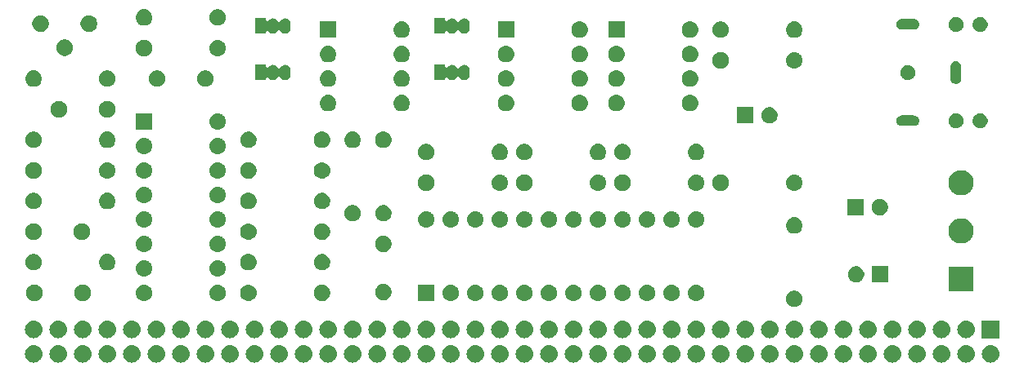
<source format=gbr>
G04 #@! TF.GenerationSoftware,KiCad,Pcbnew,(5.1.0-0)*
G04 #@! TF.CreationDate,2020-05-13T21:38:30-07:00*
G04 #@! TF.ProjectId,SoundCard,536f756e-6443-4617-9264-2e6b69636164,rev?*
G04 #@! TF.SameCoordinates,Original*
G04 #@! TF.FileFunction,Soldermask,Bot*
G04 #@! TF.FilePolarity,Negative*
%FSLAX46Y46*%
G04 Gerber Fmt 4.6, Leading zero omitted, Abs format (unit mm)*
G04 Created by KiCad (PCBNEW (5.1.0-0)) date 2020-05-13 21:38:30*
%MOMM*%
%LPD*%
G04 APERTURE LIST*
%ADD10C,0.100000*%
G04 APERTURE END LIST*
D10*
G36*
X163940442Y-134995518D02*
G01*
X164006627Y-135002037D01*
X164176466Y-135053557D01*
X164332991Y-135137222D01*
X164368729Y-135166552D01*
X164470186Y-135249814D01*
X164553448Y-135351271D01*
X164582778Y-135387009D01*
X164666443Y-135543534D01*
X164717963Y-135713373D01*
X164735359Y-135890000D01*
X164717963Y-136066627D01*
X164666443Y-136236466D01*
X164582778Y-136392991D01*
X164553448Y-136428729D01*
X164470186Y-136530186D01*
X164368729Y-136613448D01*
X164332991Y-136642778D01*
X164176466Y-136726443D01*
X164006627Y-136777963D01*
X163940442Y-136784482D01*
X163874260Y-136791000D01*
X163785740Y-136791000D01*
X163719558Y-136784482D01*
X163653373Y-136777963D01*
X163483534Y-136726443D01*
X163327009Y-136642778D01*
X163291271Y-136613448D01*
X163189814Y-136530186D01*
X163106552Y-136428729D01*
X163077222Y-136392991D01*
X162993557Y-136236466D01*
X162942037Y-136066627D01*
X162924641Y-135890000D01*
X162942037Y-135713373D01*
X162993557Y-135543534D01*
X163077222Y-135387009D01*
X163106552Y-135351271D01*
X163189814Y-135249814D01*
X163291271Y-135166552D01*
X163327009Y-135137222D01*
X163483534Y-135053557D01*
X163653373Y-135002037D01*
X163719558Y-134995518D01*
X163785740Y-134989000D01*
X163874260Y-134989000D01*
X163940442Y-134995518D01*
X163940442Y-134995518D01*
G37*
G36*
X161400442Y-134995518D02*
G01*
X161466627Y-135002037D01*
X161636466Y-135053557D01*
X161792991Y-135137222D01*
X161828729Y-135166552D01*
X161930186Y-135249814D01*
X162013448Y-135351271D01*
X162042778Y-135387009D01*
X162126443Y-135543534D01*
X162177963Y-135713373D01*
X162195359Y-135890000D01*
X162177963Y-136066627D01*
X162126443Y-136236466D01*
X162042778Y-136392991D01*
X162013448Y-136428729D01*
X161930186Y-136530186D01*
X161828729Y-136613448D01*
X161792991Y-136642778D01*
X161636466Y-136726443D01*
X161466627Y-136777963D01*
X161400442Y-136784482D01*
X161334260Y-136791000D01*
X161245740Y-136791000D01*
X161179558Y-136784482D01*
X161113373Y-136777963D01*
X160943534Y-136726443D01*
X160787009Y-136642778D01*
X160751271Y-136613448D01*
X160649814Y-136530186D01*
X160566552Y-136428729D01*
X160537222Y-136392991D01*
X160453557Y-136236466D01*
X160402037Y-136066627D01*
X160384641Y-135890000D01*
X160402037Y-135713373D01*
X160453557Y-135543534D01*
X160537222Y-135387009D01*
X160566552Y-135351271D01*
X160649814Y-135249814D01*
X160751271Y-135166552D01*
X160787009Y-135137222D01*
X160943534Y-135053557D01*
X161113373Y-135002037D01*
X161179558Y-134995518D01*
X161245740Y-134989000D01*
X161334260Y-134989000D01*
X161400442Y-134995518D01*
X161400442Y-134995518D01*
G37*
G36*
X158860442Y-134995518D02*
G01*
X158926627Y-135002037D01*
X159096466Y-135053557D01*
X159252991Y-135137222D01*
X159288729Y-135166552D01*
X159390186Y-135249814D01*
X159473448Y-135351271D01*
X159502778Y-135387009D01*
X159586443Y-135543534D01*
X159637963Y-135713373D01*
X159655359Y-135890000D01*
X159637963Y-136066627D01*
X159586443Y-136236466D01*
X159502778Y-136392991D01*
X159473448Y-136428729D01*
X159390186Y-136530186D01*
X159288729Y-136613448D01*
X159252991Y-136642778D01*
X159096466Y-136726443D01*
X158926627Y-136777963D01*
X158860442Y-136784482D01*
X158794260Y-136791000D01*
X158705740Y-136791000D01*
X158639558Y-136784482D01*
X158573373Y-136777963D01*
X158403534Y-136726443D01*
X158247009Y-136642778D01*
X158211271Y-136613448D01*
X158109814Y-136530186D01*
X158026552Y-136428729D01*
X157997222Y-136392991D01*
X157913557Y-136236466D01*
X157862037Y-136066627D01*
X157844641Y-135890000D01*
X157862037Y-135713373D01*
X157913557Y-135543534D01*
X157997222Y-135387009D01*
X158026552Y-135351271D01*
X158109814Y-135249814D01*
X158211271Y-135166552D01*
X158247009Y-135137222D01*
X158403534Y-135053557D01*
X158573373Y-135002037D01*
X158639558Y-134995518D01*
X158705740Y-134989000D01*
X158794260Y-134989000D01*
X158860442Y-134995518D01*
X158860442Y-134995518D01*
G37*
G36*
X156320442Y-134995518D02*
G01*
X156386627Y-135002037D01*
X156556466Y-135053557D01*
X156712991Y-135137222D01*
X156748729Y-135166552D01*
X156850186Y-135249814D01*
X156933448Y-135351271D01*
X156962778Y-135387009D01*
X157046443Y-135543534D01*
X157097963Y-135713373D01*
X157115359Y-135890000D01*
X157097963Y-136066627D01*
X157046443Y-136236466D01*
X156962778Y-136392991D01*
X156933448Y-136428729D01*
X156850186Y-136530186D01*
X156748729Y-136613448D01*
X156712991Y-136642778D01*
X156556466Y-136726443D01*
X156386627Y-136777963D01*
X156320442Y-136784482D01*
X156254260Y-136791000D01*
X156165740Y-136791000D01*
X156099558Y-136784482D01*
X156033373Y-136777963D01*
X155863534Y-136726443D01*
X155707009Y-136642778D01*
X155671271Y-136613448D01*
X155569814Y-136530186D01*
X155486552Y-136428729D01*
X155457222Y-136392991D01*
X155373557Y-136236466D01*
X155322037Y-136066627D01*
X155304641Y-135890000D01*
X155322037Y-135713373D01*
X155373557Y-135543534D01*
X155457222Y-135387009D01*
X155486552Y-135351271D01*
X155569814Y-135249814D01*
X155671271Y-135166552D01*
X155707009Y-135137222D01*
X155863534Y-135053557D01*
X156033373Y-135002037D01*
X156099558Y-134995518D01*
X156165740Y-134989000D01*
X156254260Y-134989000D01*
X156320442Y-134995518D01*
X156320442Y-134995518D01*
G37*
G36*
X153780442Y-134995518D02*
G01*
X153846627Y-135002037D01*
X154016466Y-135053557D01*
X154172991Y-135137222D01*
X154208729Y-135166552D01*
X154310186Y-135249814D01*
X154393448Y-135351271D01*
X154422778Y-135387009D01*
X154506443Y-135543534D01*
X154557963Y-135713373D01*
X154575359Y-135890000D01*
X154557963Y-136066627D01*
X154506443Y-136236466D01*
X154422778Y-136392991D01*
X154393448Y-136428729D01*
X154310186Y-136530186D01*
X154208729Y-136613448D01*
X154172991Y-136642778D01*
X154016466Y-136726443D01*
X153846627Y-136777963D01*
X153780442Y-136784482D01*
X153714260Y-136791000D01*
X153625740Y-136791000D01*
X153559558Y-136784482D01*
X153493373Y-136777963D01*
X153323534Y-136726443D01*
X153167009Y-136642778D01*
X153131271Y-136613448D01*
X153029814Y-136530186D01*
X152946552Y-136428729D01*
X152917222Y-136392991D01*
X152833557Y-136236466D01*
X152782037Y-136066627D01*
X152764641Y-135890000D01*
X152782037Y-135713373D01*
X152833557Y-135543534D01*
X152917222Y-135387009D01*
X152946552Y-135351271D01*
X153029814Y-135249814D01*
X153131271Y-135166552D01*
X153167009Y-135137222D01*
X153323534Y-135053557D01*
X153493373Y-135002037D01*
X153559558Y-134995518D01*
X153625740Y-134989000D01*
X153714260Y-134989000D01*
X153780442Y-134995518D01*
X153780442Y-134995518D01*
G37*
G36*
X151240442Y-134995518D02*
G01*
X151306627Y-135002037D01*
X151476466Y-135053557D01*
X151632991Y-135137222D01*
X151668729Y-135166552D01*
X151770186Y-135249814D01*
X151853448Y-135351271D01*
X151882778Y-135387009D01*
X151966443Y-135543534D01*
X152017963Y-135713373D01*
X152035359Y-135890000D01*
X152017963Y-136066627D01*
X151966443Y-136236466D01*
X151882778Y-136392991D01*
X151853448Y-136428729D01*
X151770186Y-136530186D01*
X151668729Y-136613448D01*
X151632991Y-136642778D01*
X151476466Y-136726443D01*
X151306627Y-136777963D01*
X151240442Y-136784482D01*
X151174260Y-136791000D01*
X151085740Y-136791000D01*
X151019558Y-136784482D01*
X150953373Y-136777963D01*
X150783534Y-136726443D01*
X150627009Y-136642778D01*
X150591271Y-136613448D01*
X150489814Y-136530186D01*
X150406552Y-136428729D01*
X150377222Y-136392991D01*
X150293557Y-136236466D01*
X150242037Y-136066627D01*
X150224641Y-135890000D01*
X150242037Y-135713373D01*
X150293557Y-135543534D01*
X150377222Y-135387009D01*
X150406552Y-135351271D01*
X150489814Y-135249814D01*
X150591271Y-135166552D01*
X150627009Y-135137222D01*
X150783534Y-135053557D01*
X150953373Y-135002037D01*
X151019558Y-134995518D01*
X151085740Y-134989000D01*
X151174260Y-134989000D01*
X151240442Y-134995518D01*
X151240442Y-134995518D01*
G37*
G36*
X148700442Y-134995518D02*
G01*
X148766627Y-135002037D01*
X148936466Y-135053557D01*
X149092991Y-135137222D01*
X149128729Y-135166552D01*
X149230186Y-135249814D01*
X149313448Y-135351271D01*
X149342778Y-135387009D01*
X149426443Y-135543534D01*
X149477963Y-135713373D01*
X149495359Y-135890000D01*
X149477963Y-136066627D01*
X149426443Y-136236466D01*
X149342778Y-136392991D01*
X149313448Y-136428729D01*
X149230186Y-136530186D01*
X149128729Y-136613448D01*
X149092991Y-136642778D01*
X148936466Y-136726443D01*
X148766627Y-136777963D01*
X148700442Y-136784482D01*
X148634260Y-136791000D01*
X148545740Y-136791000D01*
X148479558Y-136784482D01*
X148413373Y-136777963D01*
X148243534Y-136726443D01*
X148087009Y-136642778D01*
X148051271Y-136613448D01*
X147949814Y-136530186D01*
X147866552Y-136428729D01*
X147837222Y-136392991D01*
X147753557Y-136236466D01*
X147702037Y-136066627D01*
X147684641Y-135890000D01*
X147702037Y-135713373D01*
X147753557Y-135543534D01*
X147837222Y-135387009D01*
X147866552Y-135351271D01*
X147949814Y-135249814D01*
X148051271Y-135166552D01*
X148087009Y-135137222D01*
X148243534Y-135053557D01*
X148413373Y-135002037D01*
X148479558Y-134995518D01*
X148545740Y-134989000D01*
X148634260Y-134989000D01*
X148700442Y-134995518D01*
X148700442Y-134995518D01*
G37*
G36*
X146160442Y-134995518D02*
G01*
X146226627Y-135002037D01*
X146396466Y-135053557D01*
X146552991Y-135137222D01*
X146588729Y-135166552D01*
X146690186Y-135249814D01*
X146773448Y-135351271D01*
X146802778Y-135387009D01*
X146886443Y-135543534D01*
X146937963Y-135713373D01*
X146955359Y-135890000D01*
X146937963Y-136066627D01*
X146886443Y-136236466D01*
X146802778Y-136392991D01*
X146773448Y-136428729D01*
X146690186Y-136530186D01*
X146588729Y-136613448D01*
X146552991Y-136642778D01*
X146396466Y-136726443D01*
X146226627Y-136777963D01*
X146160442Y-136784482D01*
X146094260Y-136791000D01*
X146005740Y-136791000D01*
X145939558Y-136784482D01*
X145873373Y-136777963D01*
X145703534Y-136726443D01*
X145547009Y-136642778D01*
X145511271Y-136613448D01*
X145409814Y-136530186D01*
X145326552Y-136428729D01*
X145297222Y-136392991D01*
X145213557Y-136236466D01*
X145162037Y-136066627D01*
X145144641Y-135890000D01*
X145162037Y-135713373D01*
X145213557Y-135543534D01*
X145297222Y-135387009D01*
X145326552Y-135351271D01*
X145409814Y-135249814D01*
X145511271Y-135166552D01*
X145547009Y-135137222D01*
X145703534Y-135053557D01*
X145873373Y-135002037D01*
X145939558Y-134995518D01*
X146005740Y-134989000D01*
X146094260Y-134989000D01*
X146160442Y-134995518D01*
X146160442Y-134995518D01*
G37*
G36*
X143620442Y-134995518D02*
G01*
X143686627Y-135002037D01*
X143856466Y-135053557D01*
X144012991Y-135137222D01*
X144048729Y-135166552D01*
X144150186Y-135249814D01*
X144233448Y-135351271D01*
X144262778Y-135387009D01*
X144346443Y-135543534D01*
X144397963Y-135713373D01*
X144415359Y-135890000D01*
X144397963Y-136066627D01*
X144346443Y-136236466D01*
X144262778Y-136392991D01*
X144233448Y-136428729D01*
X144150186Y-136530186D01*
X144048729Y-136613448D01*
X144012991Y-136642778D01*
X143856466Y-136726443D01*
X143686627Y-136777963D01*
X143620442Y-136784482D01*
X143554260Y-136791000D01*
X143465740Y-136791000D01*
X143399558Y-136784482D01*
X143333373Y-136777963D01*
X143163534Y-136726443D01*
X143007009Y-136642778D01*
X142971271Y-136613448D01*
X142869814Y-136530186D01*
X142786552Y-136428729D01*
X142757222Y-136392991D01*
X142673557Y-136236466D01*
X142622037Y-136066627D01*
X142604641Y-135890000D01*
X142622037Y-135713373D01*
X142673557Y-135543534D01*
X142757222Y-135387009D01*
X142786552Y-135351271D01*
X142869814Y-135249814D01*
X142971271Y-135166552D01*
X143007009Y-135137222D01*
X143163534Y-135053557D01*
X143333373Y-135002037D01*
X143399558Y-134995518D01*
X143465740Y-134989000D01*
X143554260Y-134989000D01*
X143620442Y-134995518D01*
X143620442Y-134995518D01*
G37*
G36*
X141080442Y-134995518D02*
G01*
X141146627Y-135002037D01*
X141316466Y-135053557D01*
X141472991Y-135137222D01*
X141508729Y-135166552D01*
X141610186Y-135249814D01*
X141693448Y-135351271D01*
X141722778Y-135387009D01*
X141806443Y-135543534D01*
X141857963Y-135713373D01*
X141875359Y-135890000D01*
X141857963Y-136066627D01*
X141806443Y-136236466D01*
X141722778Y-136392991D01*
X141693448Y-136428729D01*
X141610186Y-136530186D01*
X141508729Y-136613448D01*
X141472991Y-136642778D01*
X141316466Y-136726443D01*
X141146627Y-136777963D01*
X141080442Y-136784482D01*
X141014260Y-136791000D01*
X140925740Y-136791000D01*
X140859558Y-136784482D01*
X140793373Y-136777963D01*
X140623534Y-136726443D01*
X140467009Y-136642778D01*
X140431271Y-136613448D01*
X140329814Y-136530186D01*
X140246552Y-136428729D01*
X140217222Y-136392991D01*
X140133557Y-136236466D01*
X140082037Y-136066627D01*
X140064641Y-135890000D01*
X140082037Y-135713373D01*
X140133557Y-135543534D01*
X140217222Y-135387009D01*
X140246552Y-135351271D01*
X140329814Y-135249814D01*
X140431271Y-135166552D01*
X140467009Y-135137222D01*
X140623534Y-135053557D01*
X140793373Y-135002037D01*
X140859558Y-134995518D01*
X140925740Y-134989000D01*
X141014260Y-134989000D01*
X141080442Y-134995518D01*
X141080442Y-134995518D01*
G37*
G36*
X138540442Y-134995518D02*
G01*
X138606627Y-135002037D01*
X138776466Y-135053557D01*
X138932991Y-135137222D01*
X138968729Y-135166552D01*
X139070186Y-135249814D01*
X139153448Y-135351271D01*
X139182778Y-135387009D01*
X139266443Y-135543534D01*
X139317963Y-135713373D01*
X139335359Y-135890000D01*
X139317963Y-136066627D01*
X139266443Y-136236466D01*
X139182778Y-136392991D01*
X139153448Y-136428729D01*
X139070186Y-136530186D01*
X138968729Y-136613448D01*
X138932991Y-136642778D01*
X138776466Y-136726443D01*
X138606627Y-136777963D01*
X138540442Y-136784482D01*
X138474260Y-136791000D01*
X138385740Y-136791000D01*
X138319558Y-136784482D01*
X138253373Y-136777963D01*
X138083534Y-136726443D01*
X137927009Y-136642778D01*
X137891271Y-136613448D01*
X137789814Y-136530186D01*
X137706552Y-136428729D01*
X137677222Y-136392991D01*
X137593557Y-136236466D01*
X137542037Y-136066627D01*
X137524641Y-135890000D01*
X137542037Y-135713373D01*
X137593557Y-135543534D01*
X137677222Y-135387009D01*
X137706552Y-135351271D01*
X137789814Y-135249814D01*
X137891271Y-135166552D01*
X137927009Y-135137222D01*
X138083534Y-135053557D01*
X138253373Y-135002037D01*
X138319558Y-134995518D01*
X138385740Y-134989000D01*
X138474260Y-134989000D01*
X138540442Y-134995518D01*
X138540442Y-134995518D01*
G37*
G36*
X136000442Y-134995518D02*
G01*
X136066627Y-135002037D01*
X136236466Y-135053557D01*
X136392991Y-135137222D01*
X136428729Y-135166552D01*
X136530186Y-135249814D01*
X136613448Y-135351271D01*
X136642778Y-135387009D01*
X136726443Y-135543534D01*
X136777963Y-135713373D01*
X136795359Y-135890000D01*
X136777963Y-136066627D01*
X136726443Y-136236466D01*
X136642778Y-136392991D01*
X136613448Y-136428729D01*
X136530186Y-136530186D01*
X136428729Y-136613448D01*
X136392991Y-136642778D01*
X136236466Y-136726443D01*
X136066627Y-136777963D01*
X136000442Y-136784482D01*
X135934260Y-136791000D01*
X135845740Y-136791000D01*
X135779558Y-136784482D01*
X135713373Y-136777963D01*
X135543534Y-136726443D01*
X135387009Y-136642778D01*
X135351271Y-136613448D01*
X135249814Y-136530186D01*
X135166552Y-136428729D01*
X135137222Y-136392991D01*
X135053557Y-136236466D01*
X135002037Y-136066627D01*
X134984641Y-135890000D01*
X135002037Y-135713373D01*
X135053557Y-135543534D01*
X135137222Y-135387009D01*
X135166552Y-135351271D01*
X135249814Y-135249814D01*
X135351271Y-135166552D01*
X135387009Y-135137222D01*
X135543534Y-135053557D01*
X135713373Y-135002037D01*
X135779558Y-134995518D01*
X135845740Y-134989000D01*
X135934260Y-134989000D01*
X136000442Y-134995518D01*
X136000442Y-134995518D01*
G37*
G36*
X133460442Y-134995518D02*
G01*
X133526627Y-135002037D01*
X133696466Y-135053557D01*
X133852991Y-135137222D01*
X133888729Y-135166552D01*
X133990186Y-135249814D01*
X134073448Y-135351271D01*
X134102778Y-135387009D01*
X134186443Y-135543534D01*
X134237963Y-135713373D01*
X134255359Y-135890000D01*
X134237963Y-136066627D01*
X134186443Y-136236466D01*
X134102778Y-136392991D01*
X134073448Y-136428729D01*
X133990186Y-136530186D01*
X133888729Y-136613448D01*
X133852991Y-136642778D01*
X133696466Y-136726443D01*
X133526627Y-136777963D01*
X133460442Y-136784482D01*
X133394260Y-136791000D01*
X133305740Y-136791000D01*
X133239558Y-136784482D01*
X133173373Y-136777963D01*
X133003534Y-136726443D01*
X132847009Y-136642778D01*
X132811271Y-136613448D01*
X132709814Y-136530186D01*
X132626552Y-136428729D01*
X132597222Y-136392991D01*
X132513557Y-136236466D01*
X132462037Y-136066627D01*
X132444641Y-135890000D01*
X132462037Y-135713373D01*
X132513557Y-135543534D01*
X132597222Y-135387009D01*
X132626552Y-135351271D01*
X132709814Y-135249814D01*
X132811271Y-135166552D01*
X132847009Y-135137222D01*
X133003534Y-135053557D01*
X133173373Y-135002037D01*
X133239558Y-134995518D01*
X133305740Y-134989000D01*
X133394260Y-134989000D01*
X133460442Y-134995518D01*
X133460442Y-134995518D01*
G37*
G36*
X130920442Y-134995518D02*
G01*
X130986627Y-135002037D01*
X131156466Y-135053557D01*
X131312991Y-135137222D01*
X131348729Y-135166552D01*
X131450186Y-135249814D01*
X131533448Y-135351271D01*
X131562778Y-135387009D01*
X131646443Y-135543534D01*
X131697963Y-135713373D01*
X131715359Y-135890000D01*
X131697963Y-136066627D01*
X131646443Y-136236466D01*
X131562778Y-136392991D01*
X131533448Y-136428729D01*
X131450186Y-136530186D01*
X131348729Y-136613448D01*
X131312991Y-136642778D01*
X131156466Y-136726443D01*
X130986627Y-136777963D01*
X130920442Y-136784482D01*
X130854260Y-136791000D01*
X130765740Y-136791000D01*
X130699558Y-136784482D01*
X130633373Y-136777963D01*
X130463534Y-136726443D01*
X130307009Y-136642778D01*
X130271271Y-136613448D01*
X130169814Y-136530186D01*
X130086552Y-136428729D01*
X130057222Y-136392991D01*
X129973557Y-136236466D01*
X129922037Y-136066627D01*
X129904641Y-135890000D01*
X129922037Y-135713373D01*
X129973557Y-135543534D01*
X130057222Y-135387009D01*
X130086552Y-135351271D01*
X130169814Y-135249814D01*
X130271271Y-135166552D01*
X130307009Y-135137222D01*
X130463534Y-135053557D01*
X130633373Y-135002037D01*
X130699558Y-134995518D01*
X130765740Y-134989000D01*
X130854260Y-134989000D01*
X130920442Y-134995518D01*
X130920442Y-134995518D01*
G37*
G36*
X128380442Y-134995518D02*
G01*
X128446627Y-135002037D01*
X128616466Y-135053557D01*
X128772991Y-135137222D01*
X128808729Y-135166552D01*
X128910186Y-135249814D01*
X128993448Y-135351271D01*
X129022778Y-135387009D01*
X129106443Y-135543534D01*
X129157963Y-135713373D01*
X129175359Y-135890000D01*
X129157963Y-136066627D01*
X129106443Y-136236466D01*
X129022778Y-136392991D01*
X128993448Y-136428729D01*
X128910186Y-136530186D01*
X128808729Y-136613448D01*
X128772991Y-136642778D01*
X128616466Y-136726443D01*
X128446627Y-136777963D01*
X128380442Y-136784482D01*
X128314260Y-136791000D01*
X128225740Y-136791000D01*
X128159558Y-136784482D01*
X128093373Y-136777963D01*
X127923534Y-136726443D01*
X127767009Y-136642778D01*
X127731271Y-136613448D01*
X127629814Y-136530186D01*
X127546552Y-136428729D01*
X127517222Y-136392991D01*
X127433557Y-136236466D01*
X127382037Y-136066627D01*
X127364641Y-135890000D01*
X127382037Y-135713373D01*
X127433557Y-135543534D01*
X127517222Y-135387009D01*
X127546552Y-135351271D01*
X127629814Y-135249814D01*
X127731271Y-135166552D01*
X127767009Y-135137222D01*
X127923534Y-135053557D01*
X128093373Y-135002037D01*
X128159558Y-134995518D01*
X128225740Y-134989000D01*
X128314260Y-134989000D01*
X128380442Y-134995518D01*
X128380442Y-134995518D01*
G37*
G36*
X125840442Y-134995518D02*
G01*
X125906627Y-135002037D01*
X126076466Y-135053557D01*
X126232991Y-135137222D01*
X126268729Y-135166552D01*
X126370186Y-135249814D01*
X126453448Y-135351271D01*
X126482778Y-135387009D01*
X126566443Y-135543534D01*
X126617963Y-135713373D01*
X126635359Y-135890000D01*
X126617963Y-136066627D01*
X126566443Y-136236466D01*
X126482778Y-136392991D01*
X126453448Y-136428729D01*
X126370186Y-136530186D01*
X126268729Y-136613448D01*
X126232991Y-136642778D01*
X126076466Y-136726443D01*
X125906627Y-136777963D01*
X125840442Y-136784482D01*
X125774260Y-136791000D01*
X125685740Y-136791000D01*
X125619558Y-136784482D01*
X125553373Y-136777963D01*
X125383534Y-136726443D01*
X125227009Y-136642778D01*
X125191271Y-136613448D01*
X125089814Y-136530186D01*
X125006552Y-136428729D01*
X124977222Y-136392991D01*
X124893557Y-136236466D01*
X124842037Y-136066627D01*
X124824641Y-135890000D01*
X124842037Y-135713373D01*
X124893557Y-135543534D01*
X124977222Y-135387009D01*
X125006552Y-135351271D01*
X125089814Y-135249814D01*
X125191271Y-135166552D01*
X125227009Y-135137222D01*
X125383534Y-135053557D01*
X125553373Y-135002037D01*
X125619558Y-134995518D01*
X125685740Y-134989000D01*
X125774260Y-134989000D01*
X125840442Y-134995518D01*
X125840442Y-134995518D01*
G37*
G36*
X123300442Y-134995518D02*
G01*
X123366627Y-135002037D01*
X123536466Y-135053557D01*
X123692991Y-135137222D01*
X123728729Y-135166552D01*
X123830186Y-135249814D01*
X123913448Y-135351271D01*
X123942778Y-135387009D01*
X124026443Y-135543534D01*
X124077963Y-135713373D01*
X124095359Y-135890000D01*
X124077963Y-136066627D01*
X124026443Y-136236466D01*
X123942778Y-136392991D01*
X123913448Y-136428729D01*
X123830186Y-136530186D01*
X123728729Y-136613448D01*
X123692991Y-136642778D01*
X123536466Y-136726443D01*
X123366627Y-136777963D01*
X123300442Y-136784482D01*
X123234260Y-136791000D01*
X123145740Y-136791000D01*
X123079558Y-136784482D01*
X123013373Y-136777963D01*
X122843534Y-136726443D01*
X122687009Y-136642778D01*
X122651271Y-136613448D01*
X122549814Y-136530186D01*
X122466552Y-136428729D01*
X122437222Y-136392991D01*
X122353557Y-136236466D01*
X122302037Y-136066627D01*
X122284641Y-135890000D01*
X122302037Y-135713373D01*
X122353557Y-135543534D01*
X122437222Y-135387009D01*
X122466552Y-135351271D01*
X122549814Y-135249814D01*
X122651271Y-135166552D01*
X122687009Y-135137222D01*
X122843534Y-135053557D01*
X123013373Y-135002037D01*
X123079558Y-134995518D01*
X123145740Y-134989000D01*
X123234260Y-134989000D01*
X123300442Y-134995518D01*
X123300442Y-134995518D01*
G37*
G36*
X120760442Y-134995518D02*
G01*
X120826627Y-135002037D01*
X120996466Y-135053557D01*
X121152991Y-135137222D01*
X121188729Y-135166552D01*
X121290186Y-135249814D01*
X121373448Y-135351271D01*
X121402778Y-135387009D01*
X121486443Y-135543534D01*
X121537963Y-135713373D01*
X121555359Y-135890000D01*
X121537963Y-136066627D01*
X121486443Y-136236466D01*
X121402778Y-136392991D01*
X121373448Y-136428729D01*
X121290186Y-136530186D01*
X121188729Y-136613448D01*
X121152991Y-136642778D01*
X120996466Y-136726443D01*
X120826627Y-136777963D01*
X120760442Y-136784482D01*
X120694260Y-136791000D01*
X120605740Y-136791000D01*
X120539558Y-136784482D01*
X120473373Y-136777963D01*
X120303534Y-136726443D01*
X120147009Y-136642778D01*
X120111271Y-136613448D01*
X120009814Y-136530186D01*
X119926552Y-136428729D01*
X119897222Y-136392991D01*
X119813557Y-136236466D01*
X119762037Y-136066627D01*
X119744641Y-135890000D01*
X119762037Y-135713373D01*
X119813557Y-135543534D01*
X119897222Y-135387009D01*
X119926552Y-135351271D01*
X120009814Y-135249814D01*
X120111271Y-135166552D01*
X120147009Y-135137222D01*
X120303534Y-135053557D01*
X120473373Y-135002037D01*
X120539558Y-134995518D01*
X120605740Y-134989000D01*
X120694260Y-134989000D01*
X120760442Y-134995518D01*
X120760442Y-134995518D01*
G37*
G36*
X118220442Y-134995518D02*
G01*
X118286627Y-135002037D01*
X118456466Y-135053557D01*
X118612991Y-135137222D01*
X118648729Y-135166552D01*
X118750186Y-135249814D01*
X118833448Y-135351271D01*
X118862778Y-135387009D01*
X118946443Y-135543534D01*
X118997963Y-135713373D01*
X119015359Y-135890000D01*
X118997963Y-136066627D01*
X118946443Y-136236466D01*
X118862778Y-136392991D01*
X118833448Y-136428729D01*
X118750186Y-136530186D01*
X118648729Y-136613448D01*
X118612991Y-136642778D01*
X118456466Y-136726443D01*
X118286627Y-136777963D01*
X118220442Y-136784482D01*
X118154260Y-136791000D01*
X118065740Y-136791000D01*
X117999558Y-136784482D01*
X117933373Y-136777963D01*
X117763534Y-136726443D01*
X117607009Y-136642778D01*
X117571271Y-136613448D01*
X117469814Y-136530186D01*
X117386552Y-136428729D01*
X117357222Y-136392991D01*
X117273557Y-136236466D01*
X117222037Y-136066627D01*
X117204641Y-135890000D01*
X117222037Y-135713373D01*
X117273557Y-135543534D01*
X117357222Y-135387009D01*
X117386552Y-135351271D01*
X117469814Y-135249814D01*
X117571271Y-135166552D01*
X117607009Y-135137222D01*
X117763534Y-135053557D01*
X117933373Y-135002037D01*
X117999558Y-134995518D01*
X118065740Y-134989000D01*
X118154260Y-134989000D01*
X118220442Y-134995518D01*
X118220442Y-134995518D01*
G37*
G36*
X115680442Y-134995518D02*
G01*
X115746627Y-135002037D01*
X115916466Y-135053557D01*
X116072991Y-135137222D01*
X116108729Y-135166552D01*
X116210186Y-135249814D01*
X116293448Y-135351271D01*
X116322778Y-135387009D01*
X116406443Y-135543534D01*
X116457963Y-135713373D01*
X116475359Y-135890000D01*
X116457963Y-136066627D01*
X116406443Y-136236466D01*
X116322778Y-136392991D01*
X116293448Y-136428729D01*
X116210186Y-136530186D01*
X116108729Y-136613448D01*
X116072991Y-136642778D01*
X115916466Y-136726443D01*
X115746627Y-136777963D01*
X115680442Y-136784482D01*
X115614260Y-136791000D01*
X115525740Y-136791000D01*
X115459558Y-136784482D01*
X115393373Y-136777963D01*
X115223534Y-136726443D01*
X115067009Y-136642778D01*
X115031271Y-136613448D01*
X114929814Y-136530186D01*
X114846552Y-136428729D01*
X114817222Y-136392991D01*
X114733557Y-136236466D01*
X114682037Y-136066627D01*
X114664641Y-135890000D01*
X114682037Y-135713373D01*
X114733557Y-135543534D01*
X114817222Y-135387009D01*
X114846552Y-135351271D01*
X114929814Y-135249814D01*
X115031271Y-135166552D01*
X115067009Y-135137222D01*
X115223534Y-135053557D01*
X115393373Y-135002037D01*
X115459558Y-134995518D01*
X115525740Y-134989000D01*
X115614260Y-134989000D01*
X115680442Y-134995518D01*
X115680442Y-134995518D01*
G37*
G36*
X113140442Y-134995518D02*
G01*
X113206627Y-135002037D01*
X113376466Y-135053557D01*
X113532991Y-135137222D01*
X113568729Y-135166552D01*
X113670186Y-135249814D01*
X113753448Y-135351271D01*
X113782778Y-135387009D01*
X113866443Y-135543534D01*
X113917963Y-135713373D01*
X113935359Y-135890000D01*
X113917963Y-136066627D01*
X113866443Y-136236466D01*
X113782778Y-136392991D01*
X113753448Y-136428729D01*
X113670186Y-136530186D01*
X113568729Y-136613448D01*
X113532991Y-136642778D01*
X113376466Y-136726443D01*
X113206627Y-136777963D01*
X113140442Y-136784482D01*
X113074260Y-136791000D01*
X112985740Y-136791000D01*
X112919558Y-136784482D01*
X112853373Y-136777963D01*
X112683534Y-136726443D01*
X112527009Y-136642778D01*
X112491271Y-136613448D01*
X112389814Y-136530186D01*
X112306552Y-136428729D01*
X112277222Y-136392991D01*
X112193557Y-136236466D01*
X112142037Y-136066627D01*
X112124641Y-135890000D01*
X112142037Y-135713373D01*
X112193557Y-135543534D01*
X112277222Y-135387009D01*
X112306552Y-135351271D01*
X112389814Y-135249814D01*
X112491271Y-135166552D01*
X112527009Y-135137222D01*
X112683534Y-135053557D01*
X112853373Y-135002037D01*
X112919558Y-134995518D01*
X112985740Y-134989000D01*
X113074260Y-134989000D01*
X113140442Y-134995518D01*
X113140442Y-134995518D01*
G37*
G36*
X110600442Y-134995518D02*
G01*
X110666627Y-135002037D01*
X110836466Y-135053557D01*
X110992991Y-135137222D01*
X111028729Y-135166552D01*
X111130186Y-135249814D01*
X111213448Y-135351271D01*
X111242778Y-135387009D01*
X111326443Y-135543534D01*
X111377963Y-135713373D01*
X111395359Y-135890000D01*
X111377963Y-136066627D01*
X111326443Y-136236466D01*
X111242778Y-136392991D01*
X111213448Y-136428729D01*
X111130186Y-136530186D01*
X111028729Y-136613448D01*
X110992991Y-136642778D01*
X110836466Y-136726443D01*
X110666627Y-136777963D01*
X110600442Y-136784482D01*
X110534260Y-136791000D01*
X110445740Y-136791000D01*
X110379558Y-136784482D01*
X110313373Y-136777963D01*
X110143534Y-136726443D01*
X109987009Y-136642778D01*
X109951271Y-136613448D01*
X109849814Y-136530186D01*
X109766552Y-136428729D01*
X109737222Y-136392991D01*
X109653557Y-136236466D01*
X109602037Y-136066627D01*
X109584641Y-135890000D01*
X109602037Y-135713373D01*
X109653557Y-135543534D01*
X109737222Y-135387009D01*
X109766552Y-135351271D01*
X109849814Y-135249814D01*
X109951271Y-135166552D01*
X109987009Y-135137222D01*
X110143534Y-135053557D01*
X110313373Y-135002037D01*
X110379558Y-134995518D01*
X110445740Y-134989000D01*
X110534260Y-134989000D01*
X110600442Y-134995518D01*
X110600442Y-134995518D01*
G37*
G36*
X108060442Y-134995518D02*
G01*
X108126627Y-135002037D01*
X108296466Y-135053557D01*
X108452991Y-135137222D01*
X108488729Y-135166552D01*
X108590186Y-135249814D01*
X108673448Y-135351271D01*
X108702778Y-135387009D01*
X108786443Y-135543534D01*
X108837963Y-135713373D01*
X108855359Y-135890000D01*
X108837963Y-136066627D01*
X108786443Y-136236466D01*
X108702778Y-136392991D01*
X108673448Y-136428729D01*
X108590186Y-136530186D01*
X108488729Y-136613448D01*
X108452991Y-136642778D01*
X108296466Y-136726443D01*
X108126627Y-136777963D01*
X108060442Y-136784482D01*
X107994260Y-136791000D01*
X107905740Y-136791000D01*
X107839558Y-136784482D01*
X107773373Y-136777963D01*
X107603534Y-136726443D01*
X107447009Y-136642778D01*
X107411271Y-136613448D01*
X107309814Y-136530186D01*
X107226552Y-136428729D01*
X107197222Y-136392991D01*
X107113557Y-136236466D01*
X107062037Y-136066627D01*
X107044641Y-135890000D01*
X107062037Y-135713373D01*
X107113557Y-135543534D01*
X107197222Y-135387009D01*
X107226552Y-135351271D01*
X107309814Y-135249814D01*
X107411271Y-135166552D01*
X107447009Y-135137222D01*
X107603534Y-135053557D01*
X107773373Y-135002037D01*
X107839558Y-134995518D01*
X107905740Y-134989000D01*
X107994260Y-134989000D01*
X108060442Y-134995518D01*
X108060442Y-134995518D01*
G37*
G36*
X105520442Y-134995518D02*
G01*
X105586627Y-135002037D01*
X105756466Y-135053557D01*
X105912991Y-135137222D01*
X105948729Y-135166552D01*
X106050186Y-135249814D01*
X106133448Y-135351271D01*
X106162778Y-135387009D01*
X106246443Y-135543534D01*
X106297963Y-135713373D01*
X106315359Y-135890000D01*
X106297963Y-136066627D01*
X106246443Y-136236466D01*
X106162778Y-136392991D01*
X106133448Y-136428729D01*
X106050186Y-136530186D01*
X105948729Y-136613448D01*
X105912991Y-136642778D01*
X105756466Y-136726443D01*
X105586627Y-136777963D01*
X105520442Y-136784482D01*
X105454260Y-136791000D01*
X105365740Y-136791000D01*
X105299558Y-136784482D01*
X105233373Y-136777963D01*
X105063534Y-136726443D01*
X104907009Y-136642778D01*
X104871271Y-136613448D01*
X104769814Y-136530186D01*
X104686552Y-136428729D01*
X104657222Y-136392991D01*
X104573557Y-136236466D01*
X104522037Y-136066627D01*
X104504641Y-135890000D01*
X104522037Y-135713373D01*
X104573557Y-135543534D01*
X104657222Y-135387009D01*
X104686552Y-135351271D01*
X104769814Y-135249814D01*
X104871271Y-135166552D01*
X104907009Y-135137222D01*
X105063534Y-135053557D01*
X105233373Y-135002037D01*
X105299558Y-134995518D01*
X105365740Y-134989000D01*
X105454260Y-134989000D01*
X105520442Y-134995518D01*
X105520442Y-134995518D01*
G37*
G36*
X102980442Y-134995518D02*
G01*
X103046627Y-135002037D01*
X103216466Y-135053557D01*
X103372991Y-135137222D01*
X103408729Y-135166552D01*
X103510186Y-135249814D01*
X103593448Y-135351271D01*
X103622778Y-135387009D01*
X103706443Y-135543534D01*
X103757963Y-135713373D01*
X103775359Y-135890000D01*
X103757963Y-136066627D01*
X103706443Y-136236466D01*
X103622778Y-136392991D01*
X103593448Y-136428729D01*
X103510186Y-136530186D01*
X103408729Y-136613448D01*
X103372991Y-136642778D01*
X103216466Y-136726443D01*
X103046627Y-136777963D01*
X102980442Y-136784482D01*
X102914260Y-136791000D01*
X102825740Y-136791000D01*
X102759558Y-136784482D01*
X102693373Y-136777963D01*
X102523534Y-136726443D01*
X102367009Y-136642778D01*
X102331271Y-136613448D01*
X102229814Y-136530186D01*
X102146552Y-136428729D01*
X102117222Y-136392991D01*
X102033557Y-136236466D01*
X101982037Y-136066627D01*
X101964641Y-135890000D01*
X101982037Y-135713373D01*
X102033557Y-135543534D01*
X102117222Y-135387009D01*
X102146552Y-135351271D01*
X102229814Y-135249814D01*
X102331271Y-135166552D01*
X102367009Y-135137222D01*
X102523534Y-135053557D01*
X102693373Y-135002037D01*
X102759558Y-134995518D01*
X102825740Y-134989000D01*
X102914260Y-134989000D01*
X102980442Y-134995518D01*
X102980442Y-134995518D01*
G37*
G36*
X100440442Y-134995518D02*
G01*
X100506627Y-135002037D01*
X100676466Y-135053557D01*
X100832991Y-135137222D01*
X100868729Y-135166552D01*
X100970186Y-135249814D01*
X101053448Y-135351271D01*
X101082778Y-135387009D01*
X101166443Y-135543534D01*
X101217963Y-135713373D01*
X101235359Y-135890000D01*
X101217963Y-136066627D01*
X101166443Y-136236466D01*
X101082778Y-136392991D01*
X101053448Y-136428729D01*
X100970186Y-136530186D01*
X100868729Y-136613448D01*
X100832991Y-136642778D01*
X100676466Y-136726443D01*
X100506627Y-136777963D01*
X100440442Y-136784482D01*
X100374260Y-136791000D01*
X100285740Y-136791000D01*
X100219558Y-136784482D01*
X100153373Y-136777963D01*
X99983534Y-136726443D01*
X99827009Y-136642778D01*
X99791271Y-136613448D01*
X99689814Y-136530186D01*
X99606552Y-136428729D01*
X99577222Y-136392991D01*
X99493557Y-136236466D01*
X99442037Y-136066627D01*
X99424641Y-135890000D01*
X99442037Y-135713373D01*
X99493557Y-135543534D01*
X99577222Y-135387009D01*
X99606552Y-135351271D01*
X99689814Y-135249814D01*
X99791271Y-135166552D01*
X99827009Y-135137222D01*
X99983534Y-135053557D01*
X100153373Y-135002037D01*
X100219558Y-134995518D01*
X100285740Y-134989000D01*
X100374260Y-134989000D01*
X100440442Y-134995518D01*
X100440442Y-134995518D01*
G37*
G36*
X97900442Y-134995518D02*
G01*
X97966627Y-135002037D01*
X98136466Y-135053557D01*
X98292991Y-135137222D01*
X98328729Y-135166552D01*
X98430186Y-135249814D01*
X98513448Y-135351271D01*
X98542778Y-135387009D01*
X98626443Y-135543534D01*
X98677963Y-135713373D01*
X98695359Y-135890000D01*
X98677963Y-136066627D01*
X98626443Y-136236466D01*
X98542778Y-136392991D01*
X98513448Y-136428729D01*
X98430186Y-136530186D01*
X98328729Y-136613448D01*
X98292991Y-136642778D01*
X98136466Y-136726443D01*
X97966627Y-136777963D01*
X97900442Y-136784482D01*
X97834260Y-136791000D01*
X97745740Y-136791000D01*
X97679558Y-136784482D01*
X97613373Y-136777963D01*
X97443534Y-136726443D01*
X97287009Y-136642778D01*
X97251271Y-136613448D01*
X97149814Y-136530186D01*
X97066552Y-136428729D01*
X97037222Y-136392991D01*
X96953557Y-136236466D01*
X96902037Y-136066627D01*
X96884641Y-135890000D01*
X96902037Y-135713373D01*
X96953557Y-135543534D01*
X97037222Y-135387009D01*
X97066552Y-135351271D01*
X97149814Y-135249814D01*
X97251271Y-135166552D01*
X97287009Y-135137222D01*
X97443534Y-135053557D01*
X97613373Y-135002037D01*
X97679558Y-134995518D01*
X97745740Y-134989000D01*
X97834260Y-134989000D01*
X97900442Y-134995518D01*
X97900442Y-134995518D01*
G37*
G36*
X95360442Y-134995518D02*
G01*
X95426627Y-135002037D01*
X95596466Y-135053557D01*
X95752991Y-135137222D01*
X95788729Y-135166552D01*
X95890186Y-135249814D01*
X95973448Y-135351271D01*
X96002778Y-135387009D01*
X96086443Y-135543534D01*
X96137963Y-135713373D01*
X96155359Y-135890000D01*
X96137963Y-136066627D01*
X96086443Y-136236466D01*
X96002778Y-136392991D01*
X95973448Y-136428729D01*
X95890186Y-136530186D01*
X95788729Y-136613448D01*
X95752991Y-136642778D01*
X95596466Y-136726443D01*
X95426627Y-136777963D01*
X95360442Y-136784482D01*
X95294260Y-136791000D01*
X95205740Y-136791000D01*
X95139558Y-136784482D01*
X95073373Y-136777963D01*
X94903534Y-136726443D01*
X94747009Y-136642778D01*
X94711271Y-136613448D01*
X94609814Y-136530186D01*
X94526552Y-136428729D01*
X94497222Y-136392991D01*
X94413557Y-136236466D01*
X94362037Y-136066627D01*
X94344641Y-135890000D01*
X94362037Y-135713373D01*
X94413557Y-135543534D01*
X94497222Y-135387009D01*
X94526552Y-135351271D01*
X94609814Y-135249814D01*
X94711271Y-135166552D01*
X94747009Y-135137222D01*
X94903534Y-135053557D01*
X95073373Y-135002037D01*
X95139558Y-134995518D01*
X95205740Y-134989000D01*
X95294260Y-134989000D01*
X95360442Y-134995518D01*
X95360442Y-134995518D01*
G37*
G36*
X92820442Y-134995518D02*
G01*
X92886627Y-135002037D01*
X93056466Y-135053557D01*
X93212991Y-135137222D01*
X93248729Y-135166552D01*
X93350186Y-135249814D01*
X93433448Y-135351271D01*
X93462778Y-135387009D01*
X93546443Y-135543534D01*
X93597963Y-135713373D01*
X93615359Y-135890000D01*
X93597963Y-136066627D01*
X93546443Y-136236466D01*
X93462778Y-136392991D01*
X93433448Y-136428729D01*
X93350186Y-136530186D01*
X93248729Y-136613448D01*
X93212991Y-136642778D01*
X93056466Y-136726443D01*
X92886627Y-136777963D01*
X92820442Y-136784482D01*
X92754260Y-136791000D01*
X92665740Y-136791000D01*
X92599558Y-136784482D01*
X92533373Y-136777963D01*
X92363534Y-136726443D01*
X92207009Y-136642778D01*
X92171271Y-136613448D01*
X92069814Y-136530186D01*
X91986552Y-136428729D01*
X91957222Y-136392991D01*
X91873557Y-136236466D01*
X91822037Y-136066627D01*
X91804641Y-135890000D01*
X91822037Y-135713373D01*
X91873557Y-135543534D01*
X91957222Y-135387009D01*
X91986552Y-135351271D01*
X92069814Y-135249814D01*
X92171271Y-135166552D01*
X92207009Y-135137222D01*
X92363534Y-135053557D01*
X92533373Y-135002037D01*
X92599558Y-134995518D01*
X92665740Y-134989000D01*
X92754260Y-134989000D01*
X92820442Y-134995518D01*
X92820442Y-134995518D01*
G37*
G36*
X90280442Y-134995518D02*
G01*
X90346627Y-135002037D01*
X90516466Y-135053557D01*
X90672991Y-135137222D01*
X90708729Y-135166552D01*
X90810186Y-135249814D01*
X90893448Y-135351271D01*
X90922778Y-135387009D01*
X91006443Y-135543534D01*
X91057963Y-135713373D01*
X91075359Y-135890000D01*
X91057963Y-136066627D01*
X91006443Y-136236466D01*
X90922778Y-136392991D01*
X90893448Y-136428729D01*
X90810186Y-136530186D01*
X90708729Y-136613448D01*
X90672991Y-136642778D01*
X90516466Y-136726443D01*
X90346627Y-136777963D01*
X90280442Y-136784482D01*
X90214260Y-136791000D01*
X90125740Y-136791000D01*
X90059558Y-136784482D01*
X89993373Y-136777963D01*
X89823534Y-136726443D01*
X89667009Y-136642778D01*
X89631271Y-136613448D01*
X89529814Y-136530186D01*
X89446552Y-136428729D01*
X89417222Y-136392991D01*
X89333557Y-136236466D01*
X89282037Y-136066627D01*
X89264641Y-135890000D01*
X89282037Y-135713373D01*
X89333557Y-135543534D01*
X89417222Y-135387009D01*
X89446552Y-135351271D01*
X89529814Y-135249814D01*
X89631271Y-135166552D01*
X89667009Y-135137222D01*
X89823534Y-135053557D01*
X89993373Y-135002037D01*
X90059558Y-134995518D01*
X90125740Y-134989000D01*
X90214260Y-134989000D01*
X90280442Y-134995518D01*
X90280442Y-134995518D01*
G37*
G36*
X87740442Y-134995518D02*
G01*
X87806627Y-135002037D01*
X87976466Y-135053557D01*
X88132991Y-135137222D01*
X88168729Y-135166552D01*
X88270186Y-135249814D01*
X88353448Y-135351271D01*
X88382778Y-135387009D01*
X88466443Y-135543534D01*
X88517963Y-135713373D01*
X88535359Y-135890000D01*
X88517963Y-136066627D01*
X88466443Y-136236466D01*
X88382778Y-136392991D01*
X88353448Y-136428729D01*
X88270186Y-136530186D01*
X88168729Y-136613448D01*
X88132991Y-136642778D01*
X87976466Y-136726443D01*
X87806627Y-136777963D01*
X87740442Y-136784482D01*
X87674260Y-136791000D01*
X87585740Y-136791000D01*
X87519558Y-136784482D01*
X87453373Y-136777963D01*
X87283534Y-136726443D01*
X87127009Y-136642778D01*
X87091271Y-136613448D01*
X86989814Y-136530186D01*
X86906552Y-136428729D01*
X86877222Y-136392991D01*
X86793557Y-136236466D01*
X86742037Y-136066627D01*
X86724641Y-135890000D01*
X86742037Y-135713373D01*
X86793557Y-135543534D01*
X86877222Y-135387009D01*
X86906552Y-135351271D01*
X86989814Y-135249814D01*
X87091271Y-135166552D01*
X87127009Y-135137222D01*
X87283534Y-135053557D01*
X87453373Y-135002037D01*
X87519558Y-134995518D01*
X87585740Y-134989000D01*
X87674260Y-134989000D01*
X87740442Y-134995518D01*
X87740442Y-134995518D01*
G37*
G36*
X85200442Y-134995518D02*
G01*
X85266627Y-135002037D01*
X85436466Y-135053557D01*
X85592991Y-135137222D01*
X85628729Y-135166552D01*
X85730186Y-135249814D01*
X85813448Y-135351271D01*
X85842778Y-135387009D01*
X85926443Y-135543534D01*
X85977963Y-135713373D01*
X85995359Y-135890000D01*
X85977963Y-136066627D01*
X85926443Y-136236466D01*
X85842778Y-136392991D01*
X85813448Y-136428729D01*
X85730186Y-136530186D01*
X85628729Y-136613448D01*
X85592991Y-136642778D01*
X85436466Y-136726443D01*
X85266627Y-136777963D01*
X85200442Y-136784482D01*
X85134260Y-136791000D01*
X85045740Y-136791000D01*
X84979558Y-136784482D01*
X84913373Y-136777963D01*
X84743534Y-136726443D01*
X84587009Y-136642778D01*
X84551271Y-136613448D01*
X84449814Y-136530186D01*
X84366552Y-136428729D01*
X84337222Y-136392991D01*
X84253557Y-136236466D01*
X84202037Y-136066627D01*
X84184641Y-135890000D01*
X84202037Y-135713373D01*
X84253557Y-135543534D01*
X84337222Y-135387009D01*
X84366552Y-135351271D01*
X84449814Y-135249814D01*
X84551271Y-135166552D01*
X84587009Y-135137222D01*
X84743534Y-135053557D01*
X84913373Y-135002037D01*
X84979558Y-134995518D01*
X85045740Y-134989000D01*
X85134260Y-134989000D01*
X85200442Y-134995518D01*
X85200442Y-134995518D01*
G37*
G36*
X82660442Y-134995518D02*
G01*
X82726627Y-135002037D01*
X82896466Y-135053557D01*
X83052991Y-135137222D01*
X83088729Y-135166552D01*
X83190186Y-135249814D01*
X83273448Y-135351271D01*
X83302778Y-135387009D01*
X83386443Y-135543534D01*
X83437963Y-135713373D01*
X83455359Y-135890000D01*
X83437963Y-136066627D01*
X83386443Y-136236466D01*
X83302778Y-136392991D01*
X83273448Y-136428729D01*
X83190186Y-136530186D01*
X83088729Y-136613448D01*
X83052991Y-136642778D01*
X82896466Y-136726443D01*
X82726627Y-136777963D01*
X82660442Y-136784482D01*
X82594260Y-136791000D01*
X82505740Y-136791000D01*
X82439558Y-136784482D01*
X82373373Y-136777963D01*
X82203534Y-136726443D01*
X82047009Y-136642778D01*
X82011271Y-136613448D01*
X81909814Y-136530186D01*
X81826552Y-136428729D01*
X81797222Y-136392991D01*
X81713557Y-136236466D01*
X81662037Y-136066627D01*
X81644641Y-135890000D01*
X81662037Y-135713373D01*
X81713557Y-135543534D01*
X81797222Y-135387009D01*
X81826552Y-135351271D01*
X81909814Y-135249814D01*
X82011271Y-135166552D01*
X82047009Y-135137222D01*
X82203534Y-135053557D01*
X82373373Y-135002037D01*
X82439558Y-134995518D01*
X82505740Y-134989000D01*
X82594260Y-134989000D01*
X82660442Y-134995518D01*
X82660442Y-134995518D01*
G37*
G36*
X80120442Y-134995518D02*
G01*
X80186627Y-135002037D01*
X80356466Y-135053557D01*
X80512991Y-135137222D01*
X80548729Y-135166552D01*
X80650186Y-135249814D01*
X80733448Y-135351271D01*
X80762778Y-135387009D01*
X80846443Y-135543534D01*
X80897963Y-135713373D01*
X80915359Y-135890000D01*
X80897963Y-136066627D01*
X80846443Y-136236466D01*
X80762778Y-136392991D01*
X80733448Y-136428729D01*
X80650186Y-136530186D01*
X80548729Y-136613448D01*
X80512991Y-136642778D01*
X80356466Y-136726443D01*
X80186627Y-136777963D01*
X80120442Y-136784482D01*
X80054260Y-136791000D01*
X79965740Y-136791000D01*
X79899558Y-136784482D01*
X79833373Y-136777963D01*
X79663534Y-136726443D01*
X79507009Y-136642778D01*
X79471271Y-136613448D01*
X79369814Y-136530186D01*
X79286552Y-136428729D01*
X79257222Y-136392991D01*
X79173557Y-136236466D01*
X79122037Y-136066627D01*
X79104641Y-135890000D01*
X79122037Y-135713373D01*
X79173557Y-135543534D01*
X79257222Y-135387009D01*
X79286552Y-135351271D01*
X79369814Y-135249814D01*
X79471271Y-135166552D01*
X79507009Y-135137222D01*
X79663534Y-135053557D01*
X79833373Y-135002037D01*
X79899558Y-134995518D01*
X79965740Y-134989000D01*
X80054260Y-134989000D01*
X80120442Y-134995518D01*
X80120442Y-134995518D01*
G37*
G36*
X77580442Y-134995518D02*
G01*
X77646627Y-135002037D01*
X77816466Y-135053557D01*
X77972991Y-135137222D01*
X78008729Y-135166552D01*
X78110186Y-135249814D01*
X78193448Y-135351271D01*
X78222778Y-135387009D01*
X78306443Y-135543534D01*
X78357963Y-135713373D01*
X78375359Y-135890000D01*
X78357963Y-136066627D01*
X78306443Y-136236466D01*
X78222778Y-136392991D01*
X78193448Y-136428729D01*
X78110186Y-136530186D01*
X78008729Y-136613448D01*
X77972991Y-136642778D01*
X77816466Y-136726443D01*
X77646627Y-136777963D01*
X77580442Y-136784482D01*
X77514260Y-136791000D01*
X77425740Y-136791000D01*
X77359558Y-136784482D01*
X77293373Y-136777963D01*
X77123534Y-136726443D01*
X76967009Y-136642778D01*
X76931271Y-136613448D01*
X76829814Y-136530186D01*
X76746552Y-136428729D01*
X76717222Y-136392991D01*
X76633557Y-136236466D01*
X76582037Y-136066627D01*
X76564641Y-135890000D01*
X76582037Y-135713373D01*
X76633557Y-135543534D01*
X76717222Y-135387009D01*
X76746552Y-135351271D01*
X76829814Y-135249814D01*
X76931271Y-135166552D01*
X76967009Y-135137222D01*
X77123534Y-135053557D01*
X77293373Y-135002037D01*
X77359558Y-134995518D01*
X77425740Y-134989000D01*
X77514260Y-134989000D01*
X77580442Y-134995518D01*
X77580442Y-134995518D01*
G37*
G36*
X75040442Y-134995518D02*
G01*
X75106627Y-135002037D01*
X75276466Y-135053557D01*
X75432991Y-135137222D01*
X75468729Y-135166552D01*
X75570186Y-135249814D01*
X75653448Y-135351271D01*
X75682778Y-135387009D01*
X75766443Y-135543534D01*
X75817963Y-135713373D01*
X75835359Y-135890000D01*
X75817963Y-136066627D01*
X75766443Y-136236466D01*
X75682778Y-136392991D01*
X75653448Y-136428729D01*
X75570186Y-136530186D01*
X75468729Y-136613448D01*
X75432991Y-136642778D01*
X75276466Y-136726443D01*
X75106627Y-136777963D01*
X75040442Y-136784482D01*
X74974260Y-136791000D01*
X74885740Y-136791000D01*
X74819558Y-136784482D01*
X74753373Y-136777963D01*
X74583534Y-136726443D01*
X74427009Y-136642778D01*
X74391271Y-136613448D01*
X74289814Y-136530186D01*
X74206552Y-136428729D01*
X74177222Y-136392991D01*
X74093557Y-136236466D01*
X74042037Y-136066627D01*
X74024641Y-135890000D01*
X74042037Y-135713373D01*
X74093557Y-135543534D01*
X74177222Y-135387009D01*
X74206552Y-135351271D01*
X74289814Y-135249814D01*
X74391271Y-135166552D01*
X74427009Y-135137222D01*
X74583534Y-135053557D01*
X74753373Y-135002037D01*
X74819558Y-134995518D01*
X74885740Y-134989000D01*
X74974260Y-134989000D01*
X75040442Y-134995518D01*
X75040442Y-134995518D01*
G37*
G36*
X72500442Y-134995518D02*
G01*
X72566627Y-135002037D01*
X72736466Y-135053557D01*
X72892991Y-135137222D01*
X72928729Y-135166552D01*
X73030186Y-135249814D01*
X73113448Y-135351271D01*
X73142778Y-135387009D01*
X73226443Y-135543534D01*
X73277963Y-135713373D01*
X73295359Y-135890000D01*
X73277963Y-136066627D01*
X73226443Y-136236466D01*
X73142778Y-136392991D01*
X73113448Y-136428729D01*
X73030186Y-136530186D01*
X72928729Y-136613448D01*
X72892991Y-136642778D01*
X72736466Y-136726443D01*
X72566627Y-136777963D01*
X72500442Y-136784482D01*
X72434260Y-136791000D01*
X72345740Y-136791000D01*
X72279558Y-136784482D01*
X72213373Y-136777963D01*
X72043534Y-136726443D01*
X71887009Y-136642778D01*
X71851271Y-136613448D01*
X71749814Y-136530186D01*
X71666552Y-136428729D01*
X71637222Y-136392991D01*
X71553557Y-136236466D01*
X71502037Y-136066627D01*
X71484641Y-135890000D01*
X71502037Y-135713373D01*
X71553557Y-135543534D01*
X71637222Y-135387009D01*
X71666552Y-135351271D01*
X71749814Y-135249814D01*
X71851271Y-135166552D01*
X71887009Y-135137222D01*
X72043534Y-135053557D01*
X72213373Y-135002037D01*
X72279558Y-134995518D01*
X72345740Y-134989000D01*
X72434260Y-134989000D01*
X72500442Y-134995518D01*
X72500442Y-134995518D01*
G37*
G36*
X69960442Y-134995518D02*
G01*
X70026627Y-135002037D01*
X70196466Y-135053557D01*
X70352991Y-135137222D01*
X70388729Y-135166552D01*
X70490186Y-135249814D01*
X70573448Y-135351271D01*
X70602778Y-135387009D01*
X70686443Y-135543534D01*
X70737963Y-135713373D01*
X70755359Y-135890000D01*
X70737963Y-136066627D01*
X70686443Y-136236466D01*
X70602778Y-136392991D01*
X70573448Y-136428729D01*
X70490186Y-136530186D01*
X70388729Y-136613448D01*
X70352991Y-136642778D01*
X70196466Y-136726443D01*
X70026627Y-136777963D01*
X69960442Y-136784482D01*
X69894260Y-136791000D01*
X69805740Y-136791000D01*
X69739558Y-136784482D01*
X69673373Y-136777963D01*
X69503534Y-136726443D01*
X69347009Y-136642778D01*
X69311271Y-136613448D01*
X69209814Y-136530186D01*
X69126552Y-136428729D01*
X69097222Y-136392991D01*
X69013557Y-136236466D01*
X68962037Y-136066627D01*
X68944641Y-135890000D01*
X68962037Y-135713373D01*
X69013557Y-135543534D01*
X69097222Y-135387009D01*
X69126552Y-135351271D01*
X69209814Y-135249814D01*
X69311271Y-135166552D01*
X69347009Y-135137222D01*
X69503534Y-135053557D01*
X69673373Y-135002037D01*
X69739558Y-134995518D01*
X69805740Y-134989000D01*
X69894260Y-134989000D01*
X69960442Y-134995518D01*
X69960442Y-134995518D01*
G37*
G36*
X67420442Y-134995518D02*
G01*
X67486627Y-135002037D01*
X67656466Y-135053557D01*
X67812991Y-135137222D01*
X67848729Y-135166552D01*
X67950186Y-135249814D01*
X68033448Y-135351271D01*
X68062778Y-135387009D01*
X68146443Y-135543534D01*
X68197963Y-135713373D01*
X68215359Y-135890000D01*
X68197963Y-136066627D01*
X68146443Y-136236466D01*
X68062778Y-136392991D01*
X68033448Y-136428729D01*
X67950186Y-136530186D01*
X67848729Y-136613448D01*
X67812991Y-136642778D01*
X67656466Y-136726443D01*
X67486627Y-136777963D01*
X67420442Y-136784482D01*
X67354260Y-136791000D01*
X67265740Y-136791000D01*
X67199558Y-136784482D01*
X67133373Y-136777963D01*
X66963534Y-136726443D01*
X66807009Y-136642778D01*
X66771271Y-136613448D01*
X66669814Y-136530186D01*
X66586552Y-136428729D01*
X66557222Y-136392991D01*
X66473557Y-136236466D01*
X66422037Y-136066627D01*
X66404641Y-135890000D01*
X66422037Y-135713373D01*
X66473557Y-135543534D01*
X66557222Y-135387009D01*
X66586552Y-135351271D01*
X66669814Y-135249814D01*
X66771271Y-135166552D01*
X66807009Y-135137222D01*
X66963534Y-135053557D01*
X67133373Y-135002037D01*
X67199558Y-134995518D01*
X67265740Y-134989000D01*
X67354260Y-134989000D01*
X67420442Y-134995518D01*
X67420442Y-134995518D01*
G37*
G36*
X64880442Y-134995518D02*
G01*
X64946627Y-135002037D01*
X65116466Y-135053557D01*
X65272991Y-135137222D01*
X65308729Y-135166552D01*
X65410186Y-135249814D01*
X65493448Y-135351271D01*
X65522778Y-135387009D01*
X65606443Y-135543534D01*
X65657963Y-135713373D01*
X65675359Y-135890000D01*
X65657963Y-136066627D01*
X65606443Y-136236466D01*
X65522778Y-136392991D01*
X65493448Y-136428729D01*
X65410186Y-136530186D01*
X65308729Y-136613448D01*
X65272991Y-136642778D01*
X65116466Y-136726443D01*
X64946627Y-136777963D01*
X64880442Y-136784482D01*
X64814260Y-136791000D01*
X64725740Y-136791000D01*
X64659558Y-136784482D01*
X64593373Y-136777963D01*
X64423534Y-136726443D01*
X64267009Y-136642778D01*
X64231271Y-136613448D01*
X64129814Y-136530186D01*
X64046552Y-136428729D01*
X64017222Y-136392991D01*
X63933557Y-136236466D01*
X63882037Y-136066627D01*
X63864641Y-135890000D01*
X63882037Y-135713373D01*
X63933557Y-135543534D01*
X64017222Y-135387009D01*
X64046552Y-135351271D01*
X64129814Y-135249814D01*
X64231271Y-135166552D01*
X64267009Y-135137222D01*
X64423534Y-135053557D01*
X64593373Y-135002037D01*
X64659558Y-134995518D01*
X64725740Y-134989000D01*
X64814260Y-134989000D01*
X64880442Y-134995518D01*
X64880442Y-134995518D01*
G37*
G36*
X90280442Y-132455518D02*
G01*
X90346627Y-132462037D01*
X90516466Y-132513557D01*
X90672991Y-132597222D01*
X90708729Y-132626552D01*
X90810186Y-132709814D01*
X90893448Y-132811271D01*
X90922778Y-132847009D01*
X91006443Y-133003534D01*
X91057963Y-133173373D01*
X91075359Y-133350000D01*
X91057963Y-133526627D01*
X91006443Y-133696466D01*
X90922778Y-133852991D01*
X90893448Y-133888729D01*
X90810186Y-133990186D01*
X90708729Y-134073448D01*
X90672991Y-134102778D01*
X90516466Y-134186443D01*
X90346627Y-134237963D01*
X90280443Y-134244481D01*
X90214260Y-134251000D01*
X90125740Y-134251000D01*
X90059557Y-134244481D01*
X89993373Y-134237963D01*
X89823534Y-134186443D01*
X89667009Y-134102778D01*
X89631271Y-134073448D01*
X89529814Y-133990186D01*
X89446552Y-133888729D01*
X89417222Y-133852991D01*
X89333557Y-133696466D01*
X89282037Y-133526627D01*
X89264641Y-133350000D01*
X89282037Y-133173373D01*
X89333557Y-133003534D01*
X89417222Y-132847009D01*
X89446552Y-132811271D01*
X89529814Y-132709814D01*
X89631271Y-132626552D01*
X89667009Y-132597222D01*
X89823534Y-132513557D01*
X89993373Y-132462037D01*
X90059558Y-132455518D01*
X90125740Y-132449000D01*
X90214260Y-132449000D01*
X90280442Y-132455518D01*
X90280442Y-132455518D01*
G37*
G36*
X64880442Y-132455518D02*
G01*
X64946627Y-132462037D01*
X65116466Y-132513557D01*
X65272991Y-132597222D01*
X65308729Y-132626552D01*
X65410186Y-132709814D01*
X65493448Y-132811271D01*
X65522778Y-132847009D01*
X65606443Y-133003534D01*
X65657963Y-133173373D01*
X65675359Y-133350000D01*
X65657963Y-133526627D01*
X65606443Y-133696466D01*
X65522778Y-133852991D01*
X65493448Y-133888729D01*
X65410186Y-133990186D01*
X65308729Y-134073448D01*
X65272991Y-134102778D01*
X65116466Y-134186443D01*
X64946627Y-134237963D01*
X64880443Y-134244481D01*
X64814260Y-134251000D01*
X64725740Y-134251000D01*
X64659557Y-134244481D01*
X64593373Y-134237963D01*
X64423534Y-134186443D01*
X64267009Y-134102778D01*
X64231271Y-134073448D01*
X64129814Y-133990186D01*
X64046552Y-133888729D01*
X64017222Y-133852991D01*
X63933557Y-133696466D01*
X63882037Y-133526627D01*
X63864641Y-133350000D01*
X63882037Y-133173373D01*
X63933557Y-133003534D01*
X64017222Y-132847009D01*
X64046552Y-132811271D01*
X64129814Y-132709814D01*
X64231271Y-132626552D01*
X64267009Y-132597222D01*
X64423534Y-132513557D01*
X64593373Y-132462037D01*
X64659558Y-132455518D01*
X64725740Y-132449000D01*
X64814260Y-132449000D01*
X64880442Y-132455518D01*
X64880442Y-132455518D01*
G37*
G36*
X164731000Y-134251000D02*
G01*
X162929000Y-134251000D01*
X162929000Y-132449000D01*
X164731000Y-132449000D01*
X164731000Y-134251000D01*
X164731000Y-134251000D01*
G37*
G36*
X67420442Y-132455518D02*
G01*
X67486627Y-132462037D01*
X67656466Y-132513557D01*
X67812991Y-132597222D01*
X67848729Y-132626552D01*
X67950186Y-132709814D01*
X68033448Y-132811271D01*
X68062778Y-132847009D01*
X68146443Y-133003534D01*
X68197963Y-133173373D01*
X68215359Y-133350000D01*
X68197963Y-133526627D01*
X68146443Y-133696466D01*
X68062778Y-133852991D01*
X68033448Y-133888729D01*
X67950186Y-133990186D01*
X67848729Y-134073448D01*
X67812991Y-134102778D01*
X67656466Y-134186443D01*
X67486627Y-134237963D01*
X67420443Y-134244481D01*
X67354260Y-134251000D01*
X67265740Y-134251000D01*
X67199557Y-134244481D01*
X67133373Y-134237963D01*
X66963534Y-134186443D01*
X66807009Y-134102778D01*
X66771271Y-134073448D01*
X66669814Y-133990186D01*
X66586552Y-133888729D01*
X66557222Y-133852991D01*
X66473557Y-133696466D01*
X66422037Y-133526627D01*
X66404641Y-133350000D01*
X66422037Y-133173373D01*
X66473557Y-133003534D01*
X66557222Y-132847009D01*
X66586552Y-132811271D01*
X66669814Y-132709814D01*
X66771271Y-132626552D01*
X66807009Y-132597222D01*
X66963534Y-132513557D01*
X67133373Y-132462037D01*
X67199558Y-132455518D01*
X67265740Y-132449000D01*
X67354260Y-132449000D01*
X67420442Y-132455518D01*
X67420442Y-132455518D01*
G37*
G36*
X161400442Y-132455518D02*
G01*
X161466627Y-132462037D01*
X161636466Y-132513557D01*
X161792991Y-132597222D01*
X161828729Y-132626552D01*
X161930186Y-132709814D01*
X162013448Y-132811271D01*
X162042778Y-132847009D01*
X162126443Y-133003534D01*
X162177963Y-133173373D01*
X162195359Y-133350000D01*
X162177963Y-133526627D01*
X162126443Y-133696466D01*
X162042778Y-133852991D01*
X162013448Y-133888729D01*
X161930186Y-133990186D01*
X161828729Y-134073448D01*
X161792991Y-134102778D01*
X161636466Y-134186443D01*
X161466627Y-134237963D01*
X161400443Y-134244481D01*
X161334260Y-134251000D01*
X161245740Y-134251000D01*
X161179557Y-134244481D01*
X161113373Y-134237963D01*
X160943534Y-134186443D01*
X160787009Y-134102778D01*
X160751271Y-134073448D01*
X160649814Y-133990186D01*
X160566552Y-133888729D01*
X160537222Y-133852991D01*
X160453557Y-133696466D01*
X160402037Y-133526627D01*
X160384641Y-133350000D01*
X160402037Y-133173373D01*
X160453557Y-133003534D01*
X160537222Y-132847009D01*
X160566552Y-132811271D01*
X160649814Y-132709814D01*
X160751271Y-132626552D01*
X160787009Y-132597222D01*
X160943534Y-132513557D01*
X161113373Y-132462037D01*
X161179558Y-132455518D01*
X161245740Y-132449000D01*
X161334260Y-132449000D01*
X161400442Y-132455518D01*
X161400442Y-132455518D01*
G37*
G36*
X69960442Y-132455518D02*
G01*
X70026627Y-132462037D01*
X70196466Y-132513557D01*
X70352991Y-132597222D01*
X70388729Y-132626552D01*
X70490186Y-132709814D01*
X70573448Y-132811271D01*
X70602778Y-132847009D01*
X70686443Y-133003534D01*
X70737963Y-133173373D01*
X70755359Y-133350000D01*
X70737963Y-133526627D01*
X70686443Y-133696466D01*
X70602778Y-133852991D01*
X70573448Y-133888729D01*
X70490186Y-133990186D01*
X70388729Y-134073448D01*
X70352991Y-134102778D01*
X70196466Y-134186443D01*
X70026627Y-134237963D01*
X69960443Y-134244481D01*
X69894260Y-134251000D01*
X69805740Y-134251000D01*
X69739557Y-134244481D01*
X69673373Y-134237963D01*
X69503534Y-134186443D01*
X69347009Y-134102778D01*
X69311271Y-134073448D01*
X69209814Y-133990186D01*
X69126552Y-133888729D01*
X69097222Y-133852991D01*
X69013557Y-133696466D01*
X68962037Y-133526627D01*
X68944641Y-133350000D01*
X68962037Y-133173373D01*
X69013557Y-133003534D01*
X69097222Y-132847009D01*
X69126552Y-132811271D01*
X69209814Y-132709814D01*
X69311271Y-132626552D01*
X69347009Y-132597222D01*
X69503534Y-132513557D01*
X69673373Y-132462037D01*
X69739558Y-132455518D01*
X69805740Y-132449000D01*
X69894260Y-132449000D01*
X69960442Y-132455518D01*
X69960442Y-132455518D01*
G37*
G36*
X158860442Y-132455518D02*
G01*
X158926627Y-132462037D01*
X159096466Y-132513557D01*
X159252991Y-132597222D01*
X159288729Y-132626552D01*
X159390186Y-132709814D01*
X159473448Y-132811271D01*
X159502778Y-132847009D01*
X159586443Y-133003534D01*
X159637963Y-133173373D01*
X159655359Y-133350000D01*
X159637963Y-133526627D01*
X159586443Y-133696466D01*
X159502778Y-133852991D01*
X159473448Y-133888729D01*
X159390186Y-133990186D01*
X159288729Y-134073448D01*
X159252991Y-134102778D01*
X159096466Y-134186443D01*
X158926627Y-134237963D01*
X158860443Y-134244481D01*
X158794260Y-134251000D01*
X158705740Y-134251000D01*
X158639557Y-134244481D01*
X158573373Y-134237963D01*
X158403534Y-134186443D01*
X158247009Y-134102778D01*
X158211271Y-134073448D01*
X158109814Y-133990186D01*
X158026552Y-133888729D01*
X157997222Y-133852991D01*
X157913557Y-133696466D01*
X157862037Y-133526627D01*
X157844641Y-133350000D01*
X157862037Y-133173373D01*
X157913557Y-133003534D01*
X157997222Y-132847009D01*
X158026552Y-132811271D01*
X158109814Y-132709814D01*
X158211271Y-132626552D01*
X158247009Y-132597222D01*
X158403534Y-132513557D01*
X158573373Y-132462037D01*
X158639558Y-132455518D01*
X158705740Y-132449000D01*
X158794260Y-132449000D01*
X158860442Y-132455518D01*
X158860442Y-132455518D01*
G37*
G36*
X72500442Y-132455518D02*
G01*
X72566627Y-132462037D01*
X72736466Y-132513557D01*
X72892991Y-132597222D01*
X72928729Y-132626552D01*
X73030186Y-132709814D01*
X73113448Y-132811271D01*
X73142778Y-132847009D01*
X73226443Y-133003534D01*
X73277963Y-133173373D01*
X73295359Y-133350000D01*
X73277963Y-133526627D01*
X73226443Y-133696466D01*
X73142778Y-133852991D01*
X73113448Y-133888729D01*
X73030186Y-133990186D01*
X72928729Y-134073448D01*
X72892991Y-134102778D01*
X72736466Y-134186443D01*
X72566627Y-134237963D01*
X72500443Y-134244481D01*
X72434260Y-134251000D01*
X72345740Y-134251000D01*
X72279557Y-134244481D01*
X72213373Y-134237963D01*
X72043534Y-134186443D01*
X71887009Y-134102778D01*
X71851271Y-134073448D01*
X71749814Y-133990186D01*
X71666552Y-133888729D01*
X71637222Y-133852991D01*
X71553557Y-133696466D01*
X71502037Y-133526627D01*
X71484641Y-133350000D01*
X71502037Y-133173373D01*
X71553557Y-133003534D01*
X71637222Y-132847009D01*
X71666552Y-132811271D01*
X71749814Y-132709814D01*
X71851271Y-132626552D01*
X71887009Y-132597222D01*
X72043534Y-132513557D01*
X72213373Y-132462037D01*
X72279558Y-132455518D01*
X72345740Y-132449000D01*
X72434260Y-132449000D01*
X72500442Y-132455518D01*
X72500442Y-132455518D01*
G37*
G36*
X156320442Y-132455518D02*
G01*
X156386627Y-132462037D01*
X156556466Y-132513557D01*
X156712991Y-132597222D01*
X156748729Y-132626552D01*
X156850186Y-132709814D01*
X156933448Y-132811271D01*
X156962778Y-132847009D01*
X157046443Y-133003534D01*
X157097963Y-133173373D01*
X157115359Y-133350000D01*
X157097963Y-133526627D01*
X157046443Y-133696466D01*
X156962778Y-133852991D01*
X156933448Y-133888729D01*
X156850186Y-133990186D01*
X156748729Y-134073448D01*
X156712991Y-134102778D01*
X156556466Y-134186443D01*
X156386627Y-134237963D01*
X156320443Y-134244481D01*
X156254260Y-134251000D01*
X156165740Y-134251000D01*
X156099557Y-134244481D01*
X156033373Y-134237963D01*
X155863534Y-134186443D01*
X155707009Y-134102778D01*
X155671271Y-134073448D01*
X155569814Y-133990186D01*
X155486552Y-133888729D01*
X155457222Y-133852991D01*
X155373557Y-133696466D01*
X155322037Y-133526627D01*
X155304641Y-133350000D01*
X155322037Y-133173373D01*
X155373557Y-133003534D01*
X155457222Y-132847009D01*
X155486552Y-132811271D01*
X155569814Y-132709814D01*
X155671271Y-132626552D01*
X155707009Y-132597222D01*
X155863534Y-132513557D01*
X156033373Y-132462037D01*
X156099558Y-132455518D01*
X156165740Y-132449000D01*
X156254260Y-132449000D01*
X156320442Y-132455518D01*
X156320442Y-132455518D01*
G37*
G36*
X75040442Y-132455518D02*
G01*
X75106627Y-132462037D01*
X75276466Y-132513557D01*
X75432991Y-132597222D01*
X75468729Y-132626552D01*
X75570186Y-132709814D01*
X75653448Y-132811271D01*
X75682778Y-132847009D01*
X75766443Y-133003534D01*
X75817963Y-133173373D01*
X75835359Y-133350000D01*
X75817963Y-133526627D01*
X75766443Y-133696466D01*
X75682778Y-133852991D01*
X75653448Y-133888729D01*
X75570186Y-133990186D01*
X75468729Y-134073448D01*
X75432991Y-134102778D01*
X75276466Y-134186443D01*
X75106627Y-134237963D01*
X75040443Y-134244481D01*
X74974260Y-134251000D01*
X74885740Y-134251000D01*
X74819557Y-134244481D01*
X74753373Y-134237963D01*
X74583534Y-134186443D01*
X74427009Y-134102778D01*
X74391271Y-134073448D01*
X74289814Y-133990186D01*
X74206552Y-133888729D01*
X74177222Y-133852991D01*
X74093557Y-133696466D01*
X74042037Y-133526627D01*
X74024641Y-133350000D01*
X74042037Y-133173373D01*
X74093557Y-133003534D01*
X74177222Y-132847009D01*
X74206552Y-132811271D01*
X74289814Y-132709814D01*
X74391271Y-132626552D01*
X74427009Y-132597222D01*
X74583534Y-132513557D01*
X74753373Y-132462037D01*
X74819558Y-132455518D01*
X74885740Y-132449000D01*
X74974260Y-132449000D01*
X75040442Y-132455518D01*
X75040442Y-132455518D01*
G37*
G36*
X153780442Y-132455518D02*
G01*
X153846627Y-132462037D01*
X154016466Y-132513557D01*
X154172991Y-132597222D01*
X154208729Y-132626552D01*
X154310186Y-132709814D01*
X154393448Y-132811271D01*
X154422778Y-132847009D01*
X154506443Y-133003534D01*
X154557963Y-133173373D01*
X154575359Y-133350000D01*
X154557963Y-133526627D01*
X154506443Y-133696466D01*
X154422778Y-133852991D01*
X154393448Y-133888729D01*
X154310186Y-133990186D01*
X154208729Y-134073448D01*
X154172991Y-134102778D01*
X154016466Y-134186443D01*
X153846627Y-134237963D01*
X153780443Y-134244481D01*
X153714260Y-134251000D01*
X153625740Y-134251000D01*
X153559557Y-134244481D01*
X153493373Y-134237963D01*
X153323534Y-134186443D01*
X153167009Y-134102778D01*
X153131271Y-134073448D01*
X153029814Y-133990186D01*
X152946552Y-133888729D01*
X152917222Y-133852991D01*
X152833557Y-133696466D01*
X152782037Y-133526627D01*
X152764641Y-133350000D01*
X152782037Y-133173373D01*
X152833557Y-133003534D01*
X152917222Y-132847009D01*
X152946552Y-132811271D01*
X153029814Y-132709814D01*
X153131271Y-132626552D01*
X153167009Y-132597222D01*
X153323534Y-132513557D01*
X153493373Y-132462037D01*
X153559558Y-132455518D01*
X153625740Y-132449000D01*
X153714260Y-132449000D01*
X153780442Y-132455518D01*
X153780442Y-132455518D01*
G37*
G36*
X77580442Y-132455518D02*
G01*
X77646627Y-132462037D01*
X77816466Y-132513557D01*
X77972991Y-132597222D01*
X78008729Y-132626552D01*
X78110186Y-132709814D01*
X78193448Y-132811271D01*
X78222778Y-132847009D01*
X78306443Y-133003534D01*
X78357963Y-133173373D01*
X78375359Y-133350000D01*
X78357963Y-133526627D01*
X78306443Y-133696466D01*
X78222778Y-133852991D01*
X78193448Y-133888729D01*
X78110186Y-133990186D01*
X78008729Y-134073448D01*
X77972991Y-134102778D01*
X77816466Y-134186443D01*
X77646627Y-134237963D01*
X77580443Y-134244481D01*
X77514260Y-134251000D01*
X77425740Y-134251000D01*
X77359557Y-134244481D01*
X77293373Y-134237963D01*
X77123534Y-134186443D01*
X76967009Y-134102778D01*
X76931271Y-134073448D01*
X76829814Y-133990186D01*
X76746552Y-133888729D01*
X76717222Y-133852991D01*
X76633557Y-133696466D01*
X76582037Y-133526627D01*
X76564641Y-133350000D01*
X76582037Y-133173373D01*
X76633557Y-133003534D01*
X76717222Y-132847009D01*
X76746552Y-132811271D01*
X76829814Y-132709814D01*
X76931271Y-132626552D01*
X76967009Y-132597222D01*
X77123534Y-132513557D01*
X77293373Y-132462037D01*
X77359558Y-132455518D01*
X77425740Y-132449000D01*
X77514260Y-132449000D01*
X77580442Y-132455518D01*
X77580442Y-132455518D01*
G37*
G36*
X151240442Y-132455518D02*
G01*
X151306627Y-132462037D01*
X151476466Y-132513557D01*
X151632991Y-132597222D01*
X151668729Y-132626552D01*
X151770186Y-132709814D01*
X151853448Y-132811271D01*
X151882778Y-132847009D01*
X151966443Y-133003534D01*
X152017963Y-133173373D01*
X152035359Y-133350000D01*
X152017963Y-133526627D01*
X151966443Y-133696466D01*
X151882778Y-133852991D01*
X151853448Y-133888729D01*
X151770186Y-133990186D01*
X151668729Y-134073448D01*
X151632991Y-134102778D01*
X151476466Y-134186443D01*
X151306627Y-134237963D01*
X151240443Y-134244481D01*
X151174260Y-134251000D01*
X151085740Y-134251000D01*
X151019557Y-134244481D01*
X150953373Y-134237963D01*
X150783534Y-134186443D01*
X150627009Y-134102778D01*
X150591271Y-134073448D01*
X150489814Y-133990186D01*
X150406552Y-133888729D01*
X150377222Y-133852991D01*
X150293557Y-133696466D01*
X150242037Y-133526627D01*
X150224641Y-133350000D01*
X150242037Y-133173373D01*
X150293557Y-133003534D01*
X150377222Y-132847009D01*
X150406552Y-132811271D01*
X150489814Y-132709814D01*
X150591271Y-132626552D01*
X150627009Y-132597222D01*
X150783534Y-132513557D01*
X150953373Y-132462037D01*
X151019558Y-132455518D01*
X151085740Y-132449000D01*
X151174260Y-132449000D01*
X151240442Y-132455518D01*
X151240442Y-132455518D01*
G37*
G36*
X80120442Y-132455518D02*
G01*
X80186627Y-132462037D01*
X80356466Y-132513557D01*
X80512991Y-132597222D01*
X80548729Y-132626552D01*
X80650186Y-132709814D01*
X80733448Y-132811271D01*
X80762778Y-132847009D01*
X80846443Y-133003534D01*
X80897963Y-133173373D01*
X80915359Y-133350000D01*
X80897963Y-133526627D01*
X80846443Y-133696466D01*
X80762778Y-133852991D01*
X80733448Y-133888729D01*
X80650186Y-133990186D01*
X80548729Y-134073448D01*
X80512991Y-134102778D01*
X80356466Y-134186443D01*
X80186627Y-134237963D01*
X80120443Y-134244481D01*
X80054260Y-134251000D01*
X79965740Y-134251000D01*
X79899557Y-134244481D01*
X79833373Y-134237963D01*
X79663534Y-134186443D01*
X79507009Y-134102778D01*
X79471271Y-134073448D01*
X79369814Y-133990186D01*
X79286552Y-133888729D01*
X79257222Y-133852991D01*
X79173557Y-133696466D01*
X79122037Y-133526627D01*
X79104641Y-133350000D01*
X79122037Y-133173373D01*
X79173557Y-133003534D01*
X79257222Y-132847009D01*
X79286552Y-132811271D01*
X79369814Y-132709814D01*
X79471271Y-132626552D01*
X79507009Y-132597222D01*
X79663534Y-132513557D01*
X79833373Y-132462037D01*
X79899558Y-132455518D01*
X79965740Y-132449000D01*
X80054260Y-132449000D01*
X80120442Y-132455518D01*
X80120442Y-132455518D01*
G37*
G36*
X148700442Y-132455518D02*
G01*
X148766627Y-132462037D01*
X148936466Y-132513557D01*
X149092991Y-132597222D01*
X149128729Y-132626552D01*
X149230186Y-132709814D01*
X149313448Y-132811271D01*
X149342778Y-132847009D01*
X149426443Y-133003534D01*
X149477963Y-133173373D01*
X149495359Y-133350000D01*
X149477963Y-133526627D01*
X149426443Y-133696466D01*
X149342778Y-133852991D01*
X149313448Y-133888729D01*
X149230186Y-133990186D01*
X149128729Y-134073448D01*
X149092991Y-134102778D01*
X148936466Y-134186443D01*
X148766627Y-134237963D01*
X148700443Y-134244481D01*
X148634260Y-134251000D01*
X148545740Y-134251000D01*
X148479557Y-134244481D01*
X148413373Y-134237963D01*
X148243534Y-134186443D01*
X148087009Y-134102778D01*
X148051271Y-134073448D01*
X147949814Y-133990186D01*
X147866552Y-133888729D01*
X147837222Y-133852991D01*
X147753557Y-133696466D01*
X147702037Y-133526627D01*
X147684641Y-133350000D01*
X147702037Y-133173373D01*
X147753557Y-133003534D01*
X147837222Y-132847009D01*
X147866552Y-132811271D01*
X147949814Y-132709814D01*
X148051271Y-132626552D01*
X148087009Y-132597222D01*
X148243534Y-132513557D01*
X148413373Y-132462037D01*
X148479558Y-132455518D01*
X148545740Y-132449000D01*
X148634260Y-132449000D01*
X148700442Y-132455518D01*
X148700442Y-132455518D01*
G37*
G36*
X82660442Y-132455518D02*
G01*
X82726627Y-132462037D01*
X82896466Y-132513557D01*
X83052991Y-132597222D01*
X83088729Y-132626552D01*
X83190186Y-132709814D01*
X83273448Y-132811271D01*
X83302778Y-132847009D01*
X83386443Y-133003534D01*
X83437963Y-133173373D01*
X83455359Y-133350000D01*
X83437963Y-133526627D01*
X83386443Y-133696466D01*
X83302778Y-133852991D01*
X83273448Y-133888729D01*
X83190186Y-133990186D01*
X83088729Y-134073448D01*
X83052991Y-134102778D01*
X82896466Y-134186443D01*
X82726627Y-134237963D01*
X82660443Y-134244481D01*
X82594260Y-134251000D01*
X82505740Y-134251000D01*
X82439557Y-134244481D01*
X82373373Y-134237963D01*
X82203534Y-134186443D01*
X82047009Y-134102778D01*
X82011271Y-134073448D01*
X81909814Y-133990186D01*
X81826552Y-133888729D01*
X81797222Y-133852991D01*
X81713557Y-133696466D01*
X81662037Y-133526627D01*
X81644641Y-133350000D01*
X81662037Y-133173373D01*
X81713557Y-133003534D01*
X81797222Y-132847009D01*
X81826552Y-132811271D01*
X81909814Y-132709814D01*
X82011271Y-132626552D01*
X82047009Y-132597222D01*
X82203534Y-132513557D01*
X82373373Y-132462037D01*
X82439558Y-132455518D01*
X82505740Y-132449000D01*
X82594260Y-132449000D01*
X82660442Y-132455518D01*
X82660442Y-132455518D01*
G37*
G36*
X146160442Y-132455518D02*
G01*
X146226627Y-132462037D01*
X146396466Y-132513557D01*
X146552991Y-132597222D01*
X146588729Y-132626552D01*
X146690186Y-132709814D01*
X146773448Y-132811271D01*
X146802778Y-132847009D01*
X146886443Y-133003534D01*
X146937963Y-133173373D01*
X146955359Y-133350000D01*
X146937963Y-133526627D01*
X146886443Y-133696466D01*
X146802778Y-133852991D01*
X146773448Y-133888729D01*
X146690186Y-133990186D01*
X146588729Y-134073448D01*
X146552991Y-134102778D01*
X146396466Y-134186443D01*
X146226627Y-134237963D01*
X146160443Y-134244481D01*
X146094260Y-134251000D01*
X146005740Y-134251000D01*
X145939557Y-134244481D01*
X145873373Y-134237963D01*
X145703534Y-134186443D01*
X145547009Y-134102778D01*
X145511271Y-134073448D01*
X145409814Y-133990186D01*
X145326552Y-133888729D01*
X145297222Y-133852991D01*
X145213557Y-133696466D01*
X145162037Y-133526627D01*
X145144641Y-133350000D01*
X145162037Y-133173373D01*
X145213557Y-133003534D01*
X145297222Y-132847009D01*
X145326552Y-132811271D01*
X145409814Y-132709814D01*
X145511271Y-132626552D01*
X145547009Y-132597222D01*
X145703534Y-132513557D01*
X145873373Y-132462037D01*
X145939558Y-132455518D01*
X146005740Y-132449000D01*
X146094260Y-132449000D01*
X146160442Y-132455518D01*
X146160442Y-132455518D01*
G37*
G36*
X85200442Y-132455518D02*
G01*
X85266627Y-132462037D01*
X85436466Y-132513557D01*
X85592991Y-132597222D01*
X85628729Y-132626552D01*
X85730186Y-132709814D01*
X85813448Y-132811271D01*
X85842778Y-132847009D01*
X85926443Y-133003534D01*
X85977963Y-133173373D01*
X85995359Y-133350000D01*
X85977963Y-133526627D01*
X85926443Y-133696466D01*
X85842778Y-133852991D01*
X85813448Y-133888729D01*
X85730186Y-133990186D01*
X85628729Y-134073448D01*
X85592991Y-134102778D01*
X85436466Y-134186443D01*
X85266627Y-134237963D01*
X85200443Y-134244481D01*
X85134260Y-134251000D01*
X85045740Y-134251000D01*
X84979557Y-134244481D01*
X84913373Y-134237963D01*
X84743534Y-134186443D01*
X84587009Y-134102778D01*
X84551271Y-134073448D01*
X84449814Y-133990186D01*
X84366552Y-133888729D01*
X84337222Y-133852991D01*
X84253557Y-133696466D01*
X84202037Y-133526627D01*
X84184641Y-133350000D01*
X84202037Y-133173373D01*
X84253557Y-133003534D01*
X84337222Y-132847009D01*
X84366552Y-132811271D01*
X84449814Y-132709814D01*
X84551271Y-132626552D01*
X84587009Y-132597222D01*
X84743534Y-132513557D01*
X84913373Y-132462037D01*
X84979558Y-132455518D01*
X85045740Y-132449000D01*
X85134260Y-132449000D01*
X85200442Y-132455518D01*
X85200442Y-132455518D01*
G37*
G36*
X143620442Y-132455518D02*
G01*
X143686627Y-132462037D01*
X143856466Y-132513557D01*
X144012991Y-132597222D01*
X144048729Y-132626552D01*
X144150186Y-132709814D01*
X144233448Y-132811271D01*
X144262778Y-132847009D01*
X144346443Y-133003534D01*
X144397963Y-133173373D01*
X144415359Y-133350000D01*
X144397963Y-133526627D01*
X144346443Y-133696466D01*
X144262778Y-133852991D01*
X144233448Y-133888729D01*
X144150186Y-133990186D01*
X144048729Y-134073448D01*
X144012991Y-134102778D01*
X143856466Y-134186443D01*
X143686627Y-134237963D01*
X143620443Y-134244481D01*
X143554260Y-134251000D01*
X143465740Y-134251000D01*
X143399557Y-134244481D01*
X143333373Y-134237963D01*
X143163534Y-134186443D01*
X143007009Y-134102778D01*
X142971271Y-134073448D01*
X142869814Y-133990186D01*
X142786552Y-133888729D01*
X142757222Y-133852991D01*
X142673557Y-133696466D01*
X142622037Y-133526627D01*
X142604641Y-133350000D01*
X142622037Y-133173373D01*
X142673557Y-133003534D01*
X142757222Y-132847009D01*
X142786552Y-132811271D01*
X142869814Y-132709814D01*
X142971271Y-132626552D01*
X143007009Y-132597222D01*
X143163534Y-132513557D01*
X143333373Y-132462037D01*
X143399558Y-132455518D01*
X143465740Y-132449000D01*
X143554260Y-132449000D01*
X143620442Y-132455518D01*
X143620442Y-132455518D01*
G37*
G36*
X87740442Y-132455518D02*
G01*
X87806627Y-132462037D01*
X87976466Y-132513557D01*
X88132991Y-132597222D01*
X88168729Y-132626552D01*
X88270186Y-132709814D01*
X88353448Y-132811271D01*
X88382778Y-132847009D01*
X88466443Y-133003534D01*
X88517963Y-133173373D01*
X88535359Y-133350000D01*
X88517963Y-133526627D01*
X88466443Y-133696466D01*
X88382778Y-133852991D01*
X88353448Y-133888729D01*
X88270186Y-133990186D01*
X88168729Y-134073448D01*
X88132991Y-134102778D01*
X87976466Y-134186443D01*
X87806627Y-134237963D01*
X87740443Y-134244481D01*
X87674260Y-134251000D01*
X87585740Y-134251000D01*
X87519557Y-134244481D01*
X87453373Y-134237963D01*
X87283534Y-134186443D01*
X87127009Y-134102778D01*
X87091271Y-134073448D01*
X86989814Y-133990186D01*
X86906552Y-133888729D01*
X86877222Y-133852991D01*
X86793557Y-133696466D01*
X86742037Y-133526627D01*
X86724641Y-133350000D01*
X86742037Y-133173373D01*
X86793557Y-133003534D01*
X86877222Y-132847009D01*
X86906552Y-132811271D01*
X86989814Y-132709814D01*
X87091271Y-132626552D01*
X87127009Y-132597222D01*
X87283534Y-132513557D01*
X87453373Y-132462037D01*
X87519558Y-132455518D01*
X87585740Y-132449000D01*
X87674260Y-132449000D01*
X87740442Y-132455518D01*
X87740442Y-132455518D01*
G37*
G36*
X141080442Y-132455518D02*
G01*
X141146627Y-132462037D01*
X141316466Y-132513557D01*
X141472991Y-132597222D01*
X141508729Y-132626552D01*
X141610186Y-132709814D01*
X141693448Y-132811271D01*
X141722778Y-132847009D01*
X141806443Y-133003534D01*
X141857963Y-133173373D01*
X141875359Y-133350000D01*
X141857963Y-133526627D01*
X141806443Y-133696466D01*
X141722778Y-133852991D01*
X141693448Y-133888729D01*
X141610186Y-133990186D01*
X141508729Y-134073448D01*
X141472991Y-134102778D01*
X141316466Y-134186443D01*
X141146627Y-134237963D01*
X141080443Y-134244481D01*
X141014260Y-134251000D01*
X140925740Y-134251000D01*
X140859557Y-134244481D01*
X140793373Y-134237963D01*
X140623534Y-134186443D01*
X140467009Y-134102778D01*
X140431271Y-134073448D01*
X140329814Y-133990186D01*
X140246552Y-133888729D01*
X140217222Y-133852991D01*
X140133557Y-133696466D01*
X140082037Y-133526627D01*
X140064641Y-133350000D01*
X140082037Y-133173373D01*
X140133557Y-133003534D01*
X140217222Y-132847009D01*
X140246552Y-132811271D01*
X140329814Y-132709814D01*
X140431271Y-132626552D01*
X140467009Y-132597222D01*
X140623534Y-132513557D01*
X140793373Y-132462037D01*
X140859558Y-132455518D01*
X140925740Y-132449000D01*
X141014260Y-132449000D01*
X141080442Y-132455518D01*
X141080442Y-132455518D01*
G37*
G36*
X138540442Y-132455518D02*
G01*
X138606627Y-132462037D01*
X138776466Y-132513557D01*
X138932991Y-132597222D01*
X138968729Y-132626552D01*
X139070186Y-132709814D01*
X139153448Y-132811271D01*
X139182778Y-132847009D01*
X139266443Y-133003534D01*
X139317963Y-133173373D01*
X139335359Y-133350000D01*
X139317963Y-133526627D01*
X139266443Y-133696466D01*
X139182778Y-133852991D01*
X139153448Y-133888729D01*
X139070186Y-133990186D01*
X138968729Y-134073448D01*
X138932991Y-134102778D01*
X138776466Y-134186443D01*
X138606627Y-134237963D01*
X138540443Y-134244481D01*
X138474260Y-134251000D01*
X138385740Y-134251000D01*
X138319557Y-134244481D01*
X138253373Y-134237963D01*
X138083534Y-134186443D01*
X137927009Y-134102778D01*
X137891271Y-134073448D01*
X137789814Y-133990186D01*
X137706552Y-133888729D01*
X137677222Y-133852991D01*
X137593557Y-133696466D01*
X137542037Y-133526627D01*
X137524641Y-133350000D01*
X137542037Y-133173373D01*
X137593557Y-133003534D01*
X137677222Y-132847009D01*
X137706552Y-132811271D01*
X137789814Y-132709814D01*
X137891271Y-132626552D01*
X137927009Y-132597222D01*
X138083534Y-132513557D01*
X138253373Y-132462037D01*
X138319558Y-132455518D01*
X138385740Y-132449000D01*
X138474260Y-132449000D01*
X138540442Y-132455518D01*
X138540442Y-132455518D01*
G37*
G36*
X92820442Y-132455518D02*
G01*
X92886627Y-132462037D01*
X93056466Y-132513557D01*
X93212991Y-132597222D01*
X93248729Y-132626552D01*
X93350186Y-132709814D01*
X93433448Y-132811271D01*
X93462778Y-132847009D01*
X93546443Y-133003534D01*
X93597963Y-133173373D01*
X93615359Y-133350000D01*
X93597963Y-133526627D01*
X93546443Y-133696466D01*
X93462778Y-133852991D01*
X93433448Y-133888729D01*
X93350186Y-133990186D01*
X93248729Y-134073448D01*
X93212991Y-134102778D01*
X93056466Y-134186443D01*
X92886627Y-134237963D01*
X92820443Y-134244481D01*
X92754260Y-134251000D01*
X92665740Y-134251000D01*
X92599557Y-134244481D01*
X92533373Y-134237963D01*
X92363534Y-134186443D01*
X92207009Y-134102778D01*
X92171271Y-134073448D01*
X92069814Y-133990186D01*
X91986552Y-133888729D01*
X91957222Y-133852991D01*
X91873557Y-133696466D01*
X91822037Y-133526627D01*
X91804641Y-133350000D01*
X91822037Y-133173373D01*
X91873557Y-133003534D01*
X91957222Y-132847009D01*
X91986552Y-132811271D01*
X92069814Y-132709814D01*
X92171271Y-132626552D01*
X92207009Y-132597222D01*
X92363534Y-132513557D01*
X92533373Y-132462037D01*
X92599558Y-132455518D01*
X92665740Y-132449000D01*
X92754260Y-132449000D01*
X92820442Y-132455518D01*
X92820442Y-132455518D01*
G37*
G36*
X136000442Y-132455518D02*
G01*
X136066627Y-132462037D01*
X136236466Y-132513557D01*
X136392991Y-132597222D01*
X136428729Y-132626552D01*
X136530186Y-132709814D01*
X136613448Y-132811271D01*
X136642778Y-132847009D01*
X136726443Y-133003534D01*
X136777963Y-133173373D01*
X136795359Y-133350000D01*
X136777963Y-133526627D01*
X136726443Y-133696466D01*
X136642778Y-133852991D01*
X136613448Y-133888729D01*
X136530186Y-133990186D01*
X136428729Y-134073448D01*
X136392991Y-134102778D01*
X136236466Y-134186443D01*
X136066627Y-134237963D01*
X136000443Y-134244481D01*
X135934260Y-134251000D01*
X135845740Y-134251000D01*
X135779557Y-134244481D01*
X135713373Y-134237963D01*
X135543534Y-134186443D01*
X135387009Y-134102778D01*
X135351271Y-134073448D01*
X135249814Y-133990186D01*
X135166552Y-133888729D01*
X135137222Y-133852991D01*
X135053557Y-133696466D01*
X135002037Y-133526627D01*
X134984641Y-133350000D01*
X135002037Y-133173373D01*
X135053557Y-133003534D01*
X135137222Y-132847009D01*
X135166552Y-132811271D01*
X135249814Y-132709814D01*
X135351271Y-132626552D01*
X135387009Y-132597222D01*
X135543534Y-132513557D01*
X135713373Y-132462037D01*
X135779558Y-132455518D01*
X135845740Y-132449000D01*
X135934260Y-132449000D01*
X136000442Y-132455518D01*
X136000442Y-132455518D01*
G37*
G36*
X95360442Y-132455518D02*
G01*
X95426627Y-132462037D01*
X95596466Y-132513557D01*
X95752991Y-132597222D01*
X95788729Y-132626552D01*
X95890186Y-132709814D01*
X95973448Y-132811271D01*
X96002778Y-132847009D01*
X96086443Y-133003534D01*
X96137963Y-133173373D01*
X96155359Y-133350000D01*
X96137963Y-133526627D01*
X96086443Y-133696466D01*
X96002778Y-133852991D01*
X95973448Y-133888729D01*
X95890186Y-133990186D01*
X95788729Y-134073448D01*
X95752991Y-134102778D01*
X95596466Y-134186443D01*
X95426627Y-134237963D01*
X95360443Y-134244481D01*
X95294260Y-134251000D01*
X95205740Y-134251000D01*
X95139557Y-134244481D01*
X95073373Y-134237963D01*
X94903534Y-134186443D01*
X94747009Y-134102778D01*
X94711271Y-134073448D01*
X94609814Y-133990186D01*
X94526552Y-133888729D01*
X94497222Y-133852991D01*
X94413557Y-133696466D01*
X94362037Y-133526627D01*
X94344641Y-133350000D01*
X94362037Y-133173373D01*
X94413557Y-133003534D01*
X94497222Y-132847009D01*
X94526552Y-132811271D01*
X94609814Y-132709814D01*
X94711271Y-132626552D01*
X94747009Y-132597222D01*
X94903534Y-132513557D01*
X95073373Y-132462037D01*
X95139558Y-132455518D01*
X95205740Y-132449000D01*
X95294260Y-132449000D01*
X95360442Y-132455518D01*
X95360442Y-132455518D01*
G37*
G36*
X133460442Y-132455518D02*
G01*
X133526627Y-132462037D01*
X133696466Y-132513557D01*
X133852991Y-132597222D01*
X133888729Y-132626552D01*
X133990186Y-132709814D01*
X134073448Y-132811271D01*
X134102778Y-132847009D01*
X134186443Y-133003534D01*
X134237963Y-133173373D01*
X134255359Y-133350000D01*
X134237963Y-133526627D01*
X134186443Y-133696466D01*
X134102778Y-133852991D01*
X134073448Y-133888729D01*
X133990186Y-133990186D01*
X133888729Y-134073448D01*
X133852991Y-134102778D01*
X133696466Y-134186443D01*
X133526627Y-134237963D01*
X133460443Y-134244481D01*
X133394260Y-134251000D01*
X133305740Y-134251000D01*
X133239557Y-134244481D01*
X133173373Y-134237963D01*
X133003534Y-134186443D01*
X132847009Y-134102778D01*
X132811271Y-134073448D01*
X132709814Y-133990186D01*
X132626552Y-133888729D01*
X132597222Y-133852991D01*
X132513557Y-133696466D01*
X132462037Y-133526627D01*
X132444641Y-133350000D01*
X132462037Y-133173373D01*
X132513557Y-133003534D01*
X132597222Y-132847009D01*
X132626552Y-132811271D01*
X132709814Y-132709814D01*
X132811271Y-132626552D01*
X132847009Y-132597222D01*
X133003534Y-132513557D01*
X133173373Y-132462037D01*
X133239558Y-132455518D01*
X133305740Y-132449000D01*
X133394260Y-132449000D01*
X133460442Y-132455518D01*
X133460442Y-132455518D01*
G37*
G36*
X97900442Y-132455518D02*
G01*
X97966627Y-132462037D01*
X98136466Y-132513557D01*
X98292991Y-132597222D01*
X98328729Y-132626552D01*
X98430186Y-132709814D01*
X98513448Y-132811271D01*
X98542778Y-132847009D01*
X98626443Y-133003534D01*
X98677963Y-133173373D01*
X98695359Y-133350000D01*
X98677963Y-133526627D01*
X98626443Y-133696466D01*
X98542778Y-133852991D01*
X98513448Y-133888729D01*
X98430186Y-133990186D01*
X98328729Y-134073448D01*
X98292991Y-134102778D01*
X98136466Y-134186443D01*
X97966627Y-134237963D01*
X97900443Y-134244481D01*
X97834260Y-134251000D01*
X97745740Y-134251000D01*
X97679557Y-134244481D01*
X97613373Y-134237963D01*
X97443534Y-134186443D01*
X97287009Y-134102778D01*
X97251271Y-134073448D01*
X97149814Y-133990186D01*
X97066552Y-133888729D01*
X97037222Y-133852991D01*
X96953557Y-133696466D01*
X96902037Y-133526627D01*
X96884641Y-133350000D01*
X96902037Y-133173373D01*
X96953557Y-133003534D01*
X97037222Y-132847009D01*
X97066552Y-132811271D01*
X97149814Y-132709814D01*
X97251271Y-132626552D01*
X97287009Y-132597222D01*
X97443534Y-132513557D01*
X97613373Y-132462037D01*
X97679558Y-132455518D01*
X97745740Y-132449000D01*
X97834260Y-132449000D01*
X97900442Y-132455518D01*
X97900442Y-132455518D01*
G37*
G36*
X130920442Y-132455518D02*
G01*
X130986627Y-132462037D01*
X131156466Y-132513557D01*
X131312991Y-132597222D01*
X131348729Y-132626552D01*
X131450186Y-132709814D01*
X131533448Y-132811271D01*
X131562778Y-132847009D01*
X131646443Y-133003534D01*
X131697963Y-133173373D01*
X131715359Y-133350000D01*
X131697963Y-133526627D01*
X131646443Y-133696466D01*
X131562778Y-133852991D01*
X131533448Y-133888729D01*
X131450186Y-133990186D01*
X131348729Y-134073448D01*
X131312991Y-134102778D01*
X131156466Y-134186443D01*
X130986627Y-134237963D01*
X130920443Y-134244481D01*
X130854260Y-134251000D01*
X130765740Y-134251000D01*
X130699557Y-134244481D01*
X130633373Y-134237963D01*
X130463534Y-134186443D01*
X130307009Y-134102778D01*
X130271271Y-134073448D01*
X130169814Y-133990186D01*
X130086552Y-133888729D01*
X130057222Y-133852991D01*
X129973557Y-133696466D01*
X129922037Y-133526627D01*
X129904641Y-133350000D01*
X129922037Y-133173373D01*
X129973557Y-133003534D01*
X130057222Y-132847009D01*
X130086552Y-132811271D01*
X130169814Y-132709814D01*
X130271271Y-132626552D01*
X130307009Y-132597222D01*
X130463534Y-132513557D01*
X130633373Y-132462037D01*
X130699558Y-132455518D01*
X130765740Y-132449000D01*
X130854260Y-132449000D01*
X130920442Y-132455518D01*
X130920442Y-132455518D01*
G37*
G36*
X100440442Y-132455518D02*
G01*
X100506627Y-132462037D01*
X100676466Y-132513557D01*
X100832991Y-132597222D01*
X100868729Y-132626552D01*
X100970186Y-132709814D01*
X101053448Y-132811271D01*
X101082778Y-132847009D01*
X101166443Y-133003534D01*
X101217963Y-133173373D01*
X101235359Y-133350000D01*
X101217963Y-133526627D01*
X101166443Y-133696466D01*
X101082778Y-133852991D01*
X101053448Y-133888729D01*
X100970186Y-133990186D01*
X100868729Y-134073448D01*
X100832991Y-134102778D01*
X100676466Y-134186443D01*
X100506627Y-134237963D01*
X100440443Y-134244481D01*
X100374260Y-134251000D01*
X100285740Y-134251000D01*
X100219557Y-134244481D01*
X100153373Y-134237963D01*
X99983534Y-134186443D01*
X99827009Y-134102778D01*
X99791271Y-134073448D01*
X99689814Y-133990186D01*
X99606552Y-133888729D01*
X99577222Y-133852991D01*
X99493557Y-133696466D01*
X99442037Y-133526627D01*
X99424641Y-133350000D01*
X99442037Y-133173373D01*
X99493557Y-133003534D01*
X99577222Y-132847009D01*
X99606552Y-132811271D01*
X99689814Y-132709814D01*
X99791271Y-132626552D01*
X99827009Y-132597222D01*
X99983534Y-132513557D01*
X100153373Y-132462037D01*
X100219558Y-132455518D01*
X100285740Y-132449000D01*
X100374260Y-132449000D01*
X100440442Y-132455518D01*
X100440442Y-132455518D01*
G37*
G36*
X128380442Y-132455518D02*
G01*
X128446627Y-132462037D01*
X128616466Y-132513557D01*
X128772991Y-132597222D01*
X128808729Y-132626552D01*
X128910186Y-132709814D01*
X128993448Y-132811271D01*
X129022778Y-132847009D01*
X129106443Y-133003534D01*
X129157963Y-133173373D01*
X129175359Y-133350000D01*
X129157963Y-133526627D01*
X129106443Y-133696466D01*
X129022778Y-133852991D01*
X128993448Y-133888729D01*
X128910186Y-133990186D01*
X128808729Y-134073448D01*
X128772991Y-134102778D01*
X128616466Y-134186443D01*
X128446627Y-134237963D01*
X128380443Y-134244481D01*
X128314260Y-134251000D01*
X128225740Y-134251000D01*
X128159557Y-134244481D01*
X128093373Y-134237963D01*
X127923534Y-134186443D01*
X127767009Y-134102778D01*
X127731271Y-134073448D01*
X127629814Y-133990186D01*
X127546552Y-133888729D01*
X127517222Y-133852991D01*
X127433557Y-133696466D01*
X127382037Y-133526627D01*
X127364641Y-133350000D01*
X127382037Y-133173373D01*
X127433557Y-133003534D01*
X127517222Y-132847009D01*
X127546552Y-132811271D01*
X127629814Y-132709814D01*
X127731271Y-132626552D01*
X127767009Y-132597222D01*
X127923534Y-132513557D01*
X128093373Y-132462037D01*
X128159558Y-132455518D01*
X128225740Y-132449000D01*
X128314260Y-132449000D01*
X128380442Y-132455518D01*
X128380442Y-132455518D01*
G37*
G36*
X102980442Y-132455518D02*
G01*
X103046627Y-132462037D01*
X103216466Y-132513557D01*
X103372991Y-132597222D01*
X103408729Y-132626552D01*
X103510186Y-132709814D01*
X103593448Y-132811271D01*
X103622778Y-132847009D01*
X103706443Y-133003534D01*
X103757963Y-133173373D01*
X103775359Y-133350000D01*
X103757963Y-133526627D01*
X103706443Y-133696466D01*
X103622778Y-133852991D01*
X103593448Y-133888729D01*
X103510186Y-133990186D01*
X103408729Y-134073448D01*
X103372991Y-134102778D01*
X103216466Y-134186443D01*
X103046627Y-134237963D01*
X102980443Y-134244481D01*
X102914260Y-134251000D01*
X102825740Y-134251000D01*
X102759557Y-134244481D01*
X102693373Y-134237963D01*
X102523534Y-134186443D01*
X102367009Y-134102778D01*
X102331271Y-134073448D01*
X102229814Y-133990186D01*
X102146552Y-133888729D01*
X102117222Y-133852991D01*
X102033557Y-133696466D01*
X101982037Y-133526627D01*
X101964641Y-133350000D01*
X101982037Y-133173373D01*
X102033557Y-133003534D01*
X102117222Y-132847009D01*
X102146552Y-132811271D01*
X102229814Y-132709814D01*
X102331271Y-132626552D01*
X102367009Y-132597222D01*
X102523534Y-132513557D01*
X102693373Y-132462037D01*
X102759558Y-132455518D01*
X102825740Y-132449000D01*
X102914260Y-132449000D01*
X102980442Y-132455518D01*
X102980442Y-132455518D01*
G37*
G36*
X125840442Y-132455518D02*
G01*
X125906627Y-132462037D01*
X126076466Y-132513557D01*
X126232991Y-132597222D01*
X126268729Y-132626552D01*
X126370186Y-132709814D01*
X126453448Y-132811271D01*
X126482778Y-132847009D01*
X126566443Y-133003534D01*
X126617963Y-133173373D01*
X126635359Y-133350000D01*
X126617963Y-133526627D01*
X126566443Y-133696466D01*
X126482778Y-133852991D01*
X126453448Y-133888729D01*
X126370186Y-133990186D01*
X126268729Y-134073448D01*
X126232991Y-134102778D01*
X126076466Y-134186443D01*
X125906627Y-134237963D01*
X125840443Y-134244481D01*
X125774260Y-134251000D01*
X125685740Y-134251000D01*
X125619557Y-134244481D01*
X125553373Y-134237963D01*
X125383534Y-134186443D01*
X125227009Y-134102778D01*
X125191271Y-134073448D01*
X125089814Y-133990186D01*
X125006552Y-133888729D01*
X124977222Y-133852991D01*
X124893557Y-133696466D01*
X124842037Y-133526627D01*
X124824641Y-133350000D01*
X124842037Y-133173373D01*
X124893557Y-133003534D01*
X124977222Y-132847009D01*
X125006552Y-132811271D01*
X125089814Y-132709814D01*
X125191271Y-132626552D01*
X125227009Y-132597222D01*
X125383534Y-132513557D01*
X125553373Y-132462037D01*
X125619558Y-132455518D01*
X125685740Y-132449000D01*
X125774260Y-132449000D01*
X125840442Y-132455518D01*
X125840442Y-132455518D01*
G37*
G36*
X105520442Y-132455518D02*
G01*
X105586627Y-132462037D01*
X105756466Y-132513557D01*
X105912991Y-132597222D01*
X105948729Y-132626552D01*
X106050186Y-132709814D01*
X106133448Y-132811271D01*
X106162778Y-132847009D01*
X106246443Y-133003534D01*
X106297963Y-133173373D01*
X106315359Y-133350000D01*
X106297963Y-133526627D01*
X106246443Y-133696466D01*
X106162778Y-133852991D01*
X106133448Y-133888729D01*
X106050186Y-133990186D01*
X105948729Y-134073448D01*
X105912991Y-134102778D01*
X105756466Y-134186443D01*
X105586627Y-134237963D01*
X105520443Y-134244481D01*
X105454260Y-134251000D01*
X105365740Y-134251000D01*
X105299557Y-134244481D01*
X105233373Y-134237963D01*
X105063534Y-134186443D01*
X104907009Y-134102778D01*
X104871271Y-134073448D01*
X104769814Y-133990186D01*
X104686552Y-133888729D01*
X104657222Y-133852991D01*
X104573557Y-133696466D01*
X104522037Y-133526627D01*
X104504641Y-133350000D01*
X104522037Y-133173373D01*
X104573557Y-133003534D01*
X104657222Y-132847009D01*
X104686552Y-132811271D01*
X104769814Y-132709814D01*
X104871271Y-132626552D01*
X104907009Y-132597222D01*
X105063534Y-132513557D01*
X105233373Y-132462037D01*
X105299558Y-132455518D01*
X105365740Y-132449000D01*
X105454260Y-132449000D01*
X105520442Y-132455518D01*
X105520442Y-132455518D01*
G37*
G36*
X123300442Y-132455518D02*
G01*
X123366627Y-132462037D01*
X123536466Y-132513557D01*
X123692991Y-132597222D01*
X123728729Y-132626552D01*
X123830186Y-132709814D01*
X123913448Y-132811271D01*
X123942778Y-132847009D01*
X124026443Y-133003534D01*
X124077963Y-133173373D01*
X124095359Y-133350000D01*
X124077963Y-133526627D01*
X124026443Y-133696466D01*
X123942778Y-133852991D01*
X123913448Y-133888729D01*
X123830186Y-133990186D01*
X123728729Y-134073448D01*
X123692991Y-134102778D01*
X123536466Y-134186443D01*
X123366627Y-134237963D01*
X123300443Y-134244481D01*
X123234260Y-134251000D01*
X123145740Y-134251000D01*
X123079557Y-134244481D01*
X123013373Y-134237963D01*
X122843534Y-134186443D01*
X122687009Y-134102778D01*
X122651271Y-134073448D01*
X122549814Y-133990186D01*
X122466552Y-133888729D01*
X122437222Y-133852991D01*
X122353557Y-133696466D01*
X122302037Y-133526627D01*
X122284641Y-133350000D01*
X122302037Y-133173373D01*
X122353557Y-133003534D01*
X122437222Y-132847009D01*
X122466552Y-132811271D01*
X122549814Y-132709814D01*
X122651271Y-132626552D01*
X122687009Y-132597222D01*
X122843534Y-132513557D01*
X123013373Y-132462037D01*
X123079558Y-132455518D01*
X123145740Y-132449000D01*
X123234260Y-132449000D01*
X123300442Y-132455518D01*
X123300442Y-132455518D01*
G37*
G36*
X108060442Y-132455518D02*
G01*
X108126627Y-132462037D01*
X108296466Y-132513557D01*
X108452991Y-132597222D01*
X108488729Y-132626552D01*
X108590186Y-132709814D01*
X108673448Y-132811271D01*
X108702778Y-132847009D01*
X108786443Y-133003534D01*
X108837963Y-133173373D01*
X108855359Y-133350000D01*
X108837963Y-133526627D01*
X108786443Y-133696466D01*
X108702778Y-133852991D01*
X108673448Y-133888729D01*
X108590186Y-133990186D01*
X108488729Y-134073448D01*
X108452991Y-134102778D01*
X108296466Y-134186443D01*
X108126627Y-134237963D01*
X108060443Y-134244481D01*
X107994260Y-134251000D01*
X107905740Y-134251000D01*
X107839557Y-134244481D01*
X107773373Y-134237963D01*
X107603534Y-134186443D01*
X107447009Y-134102778D01*
X107411271Y-134073448D01*
X107309814Y-133990186D01*
X107226552Y-133888729D01*
X107197222Y-133852991D01*
X107113557Y-133696466D01*
X107062037Y-133526627D01*
X107044641Y-133350000D01*
X107062037Y-133173373D01*
X107113557Y-133003534D01*
X107197222Y-132847009D01*
X107226552Y-132811271D01*
X107309814Y-132709814D01*
X107411271Y-132626552D01*
X107447009Y-132597222D01*
X107603534Y-132513557D01*
X107773373Y-132462037D01*
X107839558Y-132455518D01*
X107905740Y-132449000D01*
X107994260Y-132449000D01*
X108060442Y-132455518D01*
X108060442Y-132455518D01*
G37*
G36*
X120760442Y-132455518D02*
G01*
X120826627Y-132462037D01*
X120996466Y-132513557D01*
X121152991Y-132597222D01*
X121188729Y-132626552D01*
X121290186Y-132709814D01*
X121373448Y-132811271D01*
X121402778Y-132847009D01*
X121486443Y-133003534D01*
X121537963Y-133173373D01*
X121555359Y-133350000D01*
X121537963Y-133526627D01*
X121486443Y-133696466D01*
X121402778Y-133852991D01*
X121373448Y-133888729D01*
X121290186Y-133990186D01*
X121188729Y-134073448D01*
X121152991Y-134102778D01*
X120996466Y-134186443D01*
X120826627Y-134237963D01*
X120760443Y-134244481D01*
X120694260Y-134251000D01*
X120605740Y-134251000D01*
X120539557Y-134244481D01*
X120473373Y-134237963D01*
X120303534Y-134186443D01*
X120147009Y-134102778D01*
X120111271Y-134073448D01*
X120009814Y-133990186D01*
X119926552Y-133888729D01*
X119897222Y-133852991D01*
X119813557Y-133696466D01*
X119762037Y-133526627D01*
X119744641Y-133350000D01*
X119762037Y-133173373D01*
X119813557Y-133003534D01*
X119897222Y-132847009D01*
X119926552Y-132811271D01*
X120009814Y-132709814D01*
X120111271Y-132626552D01*
X120147009Y-132597222D01*
X120303534Y-132513557D01*
X120473373Y-132462037D01*
X120539558Y-132455518D01*
X120605740Y-132449000D01*
X120694260Y-132449000D01*
X120760442Y-132455518D01*
X120760442Y-132455518D01*
G37*
G36*
X110600442Y-132455518D02*
G01*
X110666627Y-132462037D01*
X110836466Y-132513557D01*
X110992991Y-132597222D01*
X111028729Y-132626552D01*
X111130186Y-132709814D01*
X111213448Y-132811271D01*
X111242778Y-132847009D01*
X111326443Y-133003534D01*
X111377963Y-133173373D01*
X111395359Y-133350000D01*
X111377963Y-133526627D01*
X111326443Y-133696466D01*
X111242778Y-133852991D01*
X111213448Y-133888729D01*
X111130186Y-133990186D01*
X111028729Y-134073448D01*
X110992991Y-134102778D01*
X110836466Y-134186443D01*
X110666627Y-134237963D01*
X110600443Y-134244481D01*
X110534260Y-134251000D01*
X110445740Y-134251000D01*
X110379557Y-134244481D01*
X110313373Y-134237963D01*
X110143534Y-134186443D01*
X109987009Y-134102778D01*
X109951271Y-134073448D01*
X109849814Y-133990186D01*
X109766552Y-133888729D01*
X109737222Y-133852991D01*
X109653557Y-133696466D01*
X109602037Y-133526627D01*
X109584641Y-133350000D01*
X109602037Y-133173373D01*
X109653557Y-133003534D01*
X109737222Y-132847009D01*
X109766552Y-132811271D01*
X109849814Y-132709814D01*
X109951271Y-132626552D01*
X109987009Y-132597222D01*
X110143534Y-132513557D01*
X110313373Y-132462037D01*
X110379558Y-132455518D01*
X110445740Y-132449000D01*
X110534260Y-132449000D01*
X110600442Y-132455518D01*
X110600442Y-132455518D01*
G37*
G36*
X118220442Y-132455518D02*
G01*
X118286627Y-132462037D01*
X118456466Y-132513557D01*
X118612991Y-132597222D01*
X118648729Y-132626552D01*
X118750186Y-132709814D01*
X118833448Y-132811271D01*
X118862778Y-132847009D01*
X118946443Y-133003534D01*
X118997963Y-133173373D01*
X119015359Y-133350000D01*
X118997963Y-133526627D01*
X118946443Y-133696466D01*
X118862778Y-133852991D01*
X118833448Y-133888729D01*
X118750186Y-133990186D01*
X118648729Y-134073448D01*
X118612991Y-134102778D01*
X118456466Y-134186443D01*
X118286627Y-134237963D01*
X118220443Y-134244481D01*
X118154260Y-134251000D01*
X118065740Y-134251000D01*
X117999557Y-134244481D01*
X117933373Y-134237963D01*
X117763534Y-134186443D01*
X117607009Y-134102778D01*
X117571271Y-134073448D01*
X117469814Y-133990186D01*
X117386552Y-133888729D01*
X117357222Y-133852991D01*
X117273557Y-133696466D01*
X117222037Y-133526627D01*
X117204641Y-133350000D01*
X117222037Y-133173373D01*
X117273557Y-133003534D01*
X117357222Y-132847009D01*
X117386552Y-132811271D01*
X117469814Y-132709814D01*
X117571271Y-132626552D01*
X117607009Y-132597222D01*
X117763534Y-132513557D01*
X117933373Y-132462037D01*
X117999558Y-132455518D01*
X118065740Y-132449000D01*
X118154260Y-132449000D01*
X118220442Y-132455518D01*
X118220442Y-132455518D01*
G37*
G36*
X113140442Y-132455518D02*
G01*
X113206627Y-132462037D01*
X113376466Y-132513557D01*
X113532991Y-132597222D01*
X113568729Y-132626552D01*
X113670186Y-132709814D01*
X113753448Y-132811271D01*
X113782778Y-132847009D01*
X113866443Y-133003534D01*
X113917963Y-133173373D01*
X113935359Y-133350000D01*
X113917963Y-133526627D01*
X113866443Y-133696466D01*
X113782778Y-133852991D01*
X113753448Y-133888729D01*
X113670186Y-133990186D01*
X113568729Y-134073448D01*
X113532991Y-134102778D01*
X113376466Y-134186443D01*
X113206627Y-134237963D01*
X113140443Y-134244481D01*
X113074260Y-134251000D01*
X112985740Y-134251000D01*
X112919557Y-134244481D01*
X112853373Y-134237963D01*
X112683534Y-134186443D01*
X112527009Y-134102778D01*
X112491271Y-134073448D01*
X112389814Y-133990186D01*
X112306552Y-133888729D01*
X112277222Y-133852991D01*
X112193557Y-133696466D01*
X112142037Y-133526627D01*
X112124641Y-133350000D01*
X112142037Y-133173373D01*
X112193557Y-133003534D01*
X112277222Y-132847009D01*
X112306552Y-132811271D01*
X112389814Y-132709814D01*
X112491271Y-132626552D01*
X112527009Y-132597222D01*
X112683534Y-132513557D01*
X112853373Y-132462037D01*
X112919558Y-132455518D01*
X112985740Y-132449000D01*
X113074260Y-132449000D01*
X113140442Y-132455518D01*
X113140442Y-132455518D01*
G37*
G36*
X115680442Y-132455518D02*
G01*
X115746627Y-132462037D01*
X115916466Y-132513557D01*
X116072991Y-132597222D01*
X116108729Y-132626552D01*
X116210186Y-132709814D01*
X116293448Y-132811271D01*
X116322778Y-132847009D01*
X116406443Y-133003534D01*
X116457963Y-133173373D01*
X116475359Y-133350000D01*
X116457963Y-133526627D01*
X116406443Y-133696466D01*
X116322778Y-133852991D01*
X116293448Y-133888729D01*
X116210186Y-133990186D01*
X116108729Y-134073448D01*
X116072991Y-134102778D01*
X115916466Y-134186443D01*
X115746627Y-134237963D01*
X115680443Y-134244481D01*
X115614260Y-134251000D01*
X115525740Y-134251000D01*
X115459557Y-134244481D01*
X115393373Y-134237963D01*
X115223534Y-134186443D01*
X115067009Y-134102778D01*
X115031271Y-134073448D01*
X114929814Y-133990186D01*
X114846552Y-133888729D01*
X114817222Y-133852991D01*
X114733557Y-133696466D01*
X114682037Y-133526627D01*
X114664641Y-133350000D01*
X114682037Y-133173373D01*
X114733557Y-133003534D01*
X114817222Y-132847009D01*
X114846552Y-132811271D01*
X114929814Y-132709814D01*
X115031271Y-132626552D01*
X115067009Y-132597222D01*
X115223534Y-132513557D01*
X115393373Y-132462037D01*
X115459558Y-132455518D01*
X115525740Y-132449000D01*
X115614260Y-132449000D01*
X115680442Y-132455518D01*
X115680442Y-132455518D01*
G37*
G36*
X143758228Y-129356703D02*
G01*
X143913100Y-129420853D01*
X144052481Y-129513985D01*
X144171015Y-129632519D01*
X144264147Y-129771900D01*
X144328297Y-129926772D01*
X144361000Y-130091184D01*
X144361000Y-130258816D01*
X144328297Y-130423228D01*
X144264147Y-130578100D01*
X144171015Y-130717481D01*
X144052481Y-130836015D01*
X143913100Y-130929147D01*
X143758228Y-130993297D01*
X143593816Y-131026000D01*
X143426184Y-131026000D01*
X143261772Y-130993297D01*
X143106900Y-130929147D01*
X142967519Y-130836015D01*
X142848985Y-130717481D01*
X142755853Y-130578100D01*
X142691703Y-130423228D01*
X142659000Y-130258816D01*
X142659000Y-130091184D01*
X142691703Y-129926772D01*
X142755853Y-129771900D01*
X142848985Y-129632519D01*
X142967519Y-129513985D01*
X143106900Y-129420853D01*
X143261772Y-129356703D01*
X143426184Y-129324000D01*
X143593816Y-129324000D01*
X143758228Y-129356703D01*
X143758228Y-129356703D01*
G37*
G36*
X76366823Y-128701313D02*
G01*
X76527242Y-128749976D01*
X76594361Y-128785852D01*
X76675078Y-128828996D01*
X76804659Y-128935341D01*
X76911004Y-129064922D01*
X76911005Y-129064924D01*
X76990024Y-129212758D01*
X77038687Y-129373177D01*
X77055117Y-129540000D01*
X77038687Y-129706823D01*
X76999083Y-129837380D01*
X76991281Y-129863100D01*
X76990024Y-129867242D01*
X76949477Y-129943100D01*
X76911004Y-130015078D01*
X76804659Y-130144659D01*
X76675078Y-130251004D01*
X76675076Y-130251005D01*
X76527242Y-130330024D01*
X76366823Y-130378687D01*
X76241804Y-130391000D01*
X76158196Y-130391000D01*
X76033177Y-130378687D01*
X75872758Y-130330024D01*
X75724924Y-130251005D01*
X75724922Y-130251004D01*
X75595341Y-130144659D01*
X75488996Y-130015078D01*
X75450523Y-129943100D01*
X75409976Y-129867242D01*
X75408720Y-129863100D01*
X75400917Y-129837380D01*
X75361313Y-129706823D01*
X75344883Y-129540000D01*
X75361313Y-129373177D01*
X75409976Y-129212758D01*
X75488995Y-129064924D01*
X75488996Y-129064922D01*
X75595341Y-128935341D01*
X75724922Y-128828996D01*
X75805639Y-128785852D01*
X75872758Y-128749976D01*
X76033177Y-128701313D01*
X76158196Y-128689000D01*
X76241804Y-128689000D01*
X76366823Y-128701313D01*
X76366823Y-128701313D01*
G37*
G36*
X133516823Y-128701313D02*
G01*
X133677242Y-128749976D01*
X133744361Y-128785852D01*
X133825078Y-128828996D01*
X133954659Y-128935341D01*
X134061004Y-129064922D01*
X134061005Y-129064924D01*
X134140024Y-129212758D01*
X134188687Y-129373177D01*
X134205117Y-129540000D01*
X134188687Y-129706823D01*
X134149083Y-129837380D01*
X134141281Y-129863100D01*
X134140024Y-129867242D01*
X134099477Y-129943100D01*
X134061004Y-130015078D01*
X133954659Y-130144659D01*
X133825078Y-130251004D01*
X133825076Y-130251005D01*
X133677242Y-130330024D01*
X133516823Y-130378687D01*
X133391804Y-130391000D01*
X133308196Y-130391000D01*
X133183177Y-130378687D01*
X133022758Y-130330024D01*
X132874924Y-130251005D01*
X132874922Y-130251004D01*
X132745341Y-130144659D01*
X132638996Y-130015078D01*
X132600523Y-129943100D01*
X132559976Y-129867242D01*
X132558720Y-129863100D01*
X132550917Y-129837380D01*
X132511313Y-129706823D01*
X132494883Y-129540000D01*
X132511313Y-129373177D01*
X132559976Y-129212758D01*
X132638995Y-129064924D01*
X132638996Y-129064922D01*
X132745341Y-128935341D01*
X132874922Y-128828996D01*
X132955639Y-128785852D01*
X133022758Y-128749976D01*
X133183177Y-128701313D01*
X133308196Y-128689000D01*
X133391804Y-128689000D01*
X133516823Y-128701313D01*
X133516823Y-128701313D01*
G37*
G36*
X130976823Y-128701313D02*
G01*
X131137242Y-128749976D01*
X131204361Y-128785852D01*
X131285078Y-128828996D01*
X131414659Y-128935341D01*
X131521004Y-129064922D01*
X131521005Y-129064924D01*
X131600024Y-129212758D01*
X131648687Y-129373177D01*
X131665117Y-129540000D01*
X131648687Y-129706823D01*
X131609083Y-129837380D01*
X131601281Y-129863100D01*
X131600024Y-129867242D01*
X131559477Y-129943100D01*
X131521004Y-130015078D01*
X131414659Y-130144659D01*
X131285078Y-130251004D01*
X131285076Y-130251005D01*
X131137242Y-130330024D01*
X130976823Y-130378687D01*
X130851804Y-130391000D01*
X130768196Y-130391000D01*
X130643177Y-130378687D01*
X130482758Y-130330024D01*
X130334924Y-130251005D01*
X130334922Y-130251004D01*
X130205341Y-130144659D01*
X130098996Y-130015078D01*
X130060523Y-129943100D01*
X130019976Y-129867242D01*
X130018720Y-129863100D01*
X130010917Y-129837380D01*
X129971313Y-129706823D01*
X129954883Y-129540000D01*
X129971313Y-129373177D01*
X130019976Y-129212758D01*
X130098995Y-129064924D01*
X130098996Y-129064922D01*
X130205341Y-128935341D01*
X130334922Y-128828996D01*
X130415639Y-128785852D01*
X130482758Y-128749976D01*
X130643177Y-128701313D01*
X130768196Y-128689000D01*
X130851804Y-128689000D01*
X130976823Y-128701313D01*
X130976823Y-128701313D01*
G37*
G36*
X128436823Y-128701313D02*
G01*
X128597242Y-128749976D01*
X128664361Y-128785852D01*
X128745078Y-128828996D01*
X128874659Y-128935341D01*
X128981004Y-129064922D01*
X128981005Y-129064924D01*
X129060024Y-129212758D01*
X129108687Y-129373177D01*
X129125117Y-129540000D01*
X129108687Y-129706823D01*
X129069083Y-129837380D01*
X129061281Y-129863100D01*
X129060024Y-129867242D01*
X129019477Y-129943100D01*
X128981004Y-130015078D01*
X128874659Y-130144659D01*
X128745078Y-130251004D01*
X128745076Y-130251005D01*
X128597242Y-130330024D01*
X128436823Y-130378687D01*
X128311804Y-130391000D01*
X128228196Y-130391000D01*
X128103177Y-130378687D01*
X127942758Y-130330024D01*
X127794924Y-130251005D01*
X127794922Y-130251004D01*
X127665341Y-130144659D01*
X127558996Y-130015078D01*
X127520523Y-129943100D01*
X127479976Y-129867242D01*
X127478720Y-129863100D01*
X127470917Y-129837380D01*
X127431313Y-129706823D01*
X127414883Y-129540000D01*
X127431313Y-129373177D01*
X127479976Y-129212758D01*
X127558995Y-129064924D01*
X127558996Y-129064922D01*
X127665341Y-128935341D01*
X127794922Y-128828996D01*
X127875639Y-128785852D01*
X127942758Y-128749976D01*
X128103177Y-128701313D01*
X128228196Y-128689000D01*
X128311804Y-128689000D01*
X128436823Y-128701313D01*
X128436823Y-128701313D01*
G37*
G36*
X125896823Y-128701313D02*
G01*
X126057242Y-128749976D01*
X126124361Y-128785852D01*
X126205078Y-128828996D01*
X126334659Y-128935341D01*
X126441004Y-129064922D01*
X126441005Y-129064924D01*
X126520024Y-129212758D01*
X126568687Y-129373177D01*
X126585117Y-129540000D01*
X126568687Y-129706823D01*
X126529083Y-129837380D01*
X126521281Y-129863100D01*
X126520024Y-129867242D01*
X126479477Y-129943100D01*
X126441004Y-130015078D01*
X126334659Y-130144659D01*
X126205078Y-130251004D01*
X126205076Y-130251005D01*
X126057242Y-130330024D01*
X125896823Y-130378687D01*
X125771804Y-130391000D01*
X125688196Y-130391000D01*
X125563177Y-130378687D01*
X125402758Y-130330024D01*
X125254924Y-130251005D01*
X125254922Y-130251004D01*
X125125341Y-130144659D01*
X125018996Y-130015078D01*
X124980523Y-129943100D01*
X124939976Y-129867242D01*
X124938720Y-129863100D01*
X124930917Y-129837380D01*
X124891313Y-129706823D01*
X124874883Y-129540000D01*
X124891313Y-129373177D01*
X124939976Y-129212758D01*
X125018995Y-129064924D01*
X125018996Y-129064922D01*
X125125341Y-128935341D01*
X125254922Y-128828996D01*
X125335639Y-128785852D01*
X125402758Y-128749976D01*
X125563177Y-128701313D01*
X125688196Y-128689000D01*
X125771804Y-128689000D01*
X125896823Y-128701313D01*
X125896823Y-128701313D01*
G37*
G36*
X123356823Y-128701313D02*
G01*
X123517242Y-128749976D01*
X123584361Y-128785852D01*
X123665078Y-128828996D01*
X123794659Y-128935341D01*
X123901004Y-129064922D01*
X123901005Y-129064924D01*
X123980024Y-129212758D01*
X124028687Y-129373177D01*
X124045117Y-129540000D01*
X124028687Y-129706823D01*
X123989083Y-129837380D01*
X123981281Y-129863100D01*
X123980024Y-129867242D01*
X123939477Y-129943100D01*
X123901004Y-130015078D01*
X123794659Y-130144659D01*
X123665078Y-130251004D01*
X123665076Y-130251005D01*
X123517242Y-130330024D01*
X123356823Y-130378687D01*
X123231804Y-130391000D01*
X123148196Y-130391000D01*
X123023177Y-130378687D01*
X122862758Y-130330024D01*
X122714924Y-130251005D01*
X122714922Y-130251004D01*
X122585341Y-130144659D01*
X122478996Y-130015078D01*
X122440523Y-129943100D01*
X122399976Y-129867242D01*
X122398720Y-129863100D01*
X122390917Y-129837380D01*
X122351313Y-129706823D01*
X122334883Y-129540000D01*
X122351313Y-129373177D01*
X122399976Y-129212758D01*
X122478995Y-129064924D01*
X122478996Y-129064922D01*
X122585341Y-128935341D01*
X122714922Y-128828996D01*
X122795639Y-128785852D01*
X122862758Y-128749976D01*
X123023177Y-128701313D01*
X123148196Y-128689000D01*
X123231804Y-128689000D01*
X123356823Y-128701313D01*
X123356823Y-128701313D01*
G37*
G36*
X120816823Y-128701313D02*
G01*
X120977242Y-128749976D01*
X121044361Y-128785852D01*
X121125078Y-128828996D01*
X121254659Y-128935341D01*
X121361004Y-129064922D01*
X121361005Y-129064924D01*
X121440024Y-129212758D01*
X121488687Y-129373177D01*
X121505117Y-129540000D01*
X121488687Y-129706823D01*
X121449083Y-129837380D01*
X121441281Y-129863100D01*
X121440024Y-129867242D01*
X121399477Y-129943100D01*
X121361004Y-130015078D01*
X121254659Y-130144659D01*
X121125078Y-130251004D01*
X121125076Y-130251005D01*
X120977242Y-130330024D01*
X120816823Y-130378687D01*
X120691804Y-130391000D01*
X120608196Y-130391000D01*
X120483177Y-130378687D01*
X120322758Y-130330024D01*
X120174924Y-130251005D01*
X120174922Y-130251004D01*
X120045341Y-130144659D01*
X119938996Y-130015078D01*
X119900523Y-129943100D01*
X119859976Y-129867242D01*
X119858720Y-129863100D01*
X119850917Y-129837380D01*
X119811313Y-129706823D01*
X119794883Y-129540000D01*
X119811313Y-129373177D01*
X119859976Y-129212758D01*
X119938995Y-129064924D01*
X119938996Y-129064922D01*
X120045341Y-128935341D01*
X120174922Y-128828996D01*
X120255639Y-128785852D01*
X120322758Y-128749976D01*
X120483177Y-128701313D01*
X120608196Y-128689000D01*
X120691804Y-128689000D01*
X120816823Y-128701313D01*
X120816823Y-128701313D01*
G37*
G36*
X118276823Y-128701313D02*
G01*
X118437242Y-128749976D01*
X118504361Y-128785852D01*
X118585078Y-128828996D01*
X118714659Y-128935341D01*
X118821004Y-129064922D01*
X118821005Y-129064924D01*
X118900024Y-129212758D01*
X118948687Y-129373177D01*
X118965117Y-129540000D01*
X118948687Y-129706823D01*
X118909083Y-129837380D01*
X118901281Y-129863100D01*
X118900024Y-129867242D01*
X118859477Y-129943100D01*
X118821004Y-130015078D01*
X118714659Y-130144659D01*
X118585078Y-130251004D01*
X118585076Y-130251005D01*
X118437242Y-130330024D01*
X118276823Y-130378687D01*
X118151804Y-130391000D01*
X118068196Y-130391000D01*
X117943177Y-130378687D01*
X117782758Y-130330024D01*
X117634924Y-130251005D01*
X117634922Y-130251004D01*
X117505341Y-130144659D01*
X117398996Y-130015078D01*
X117360523Y-129943100D01*
X117319976Y-129867242D01*
X117318720Y-129863100D01*
X117310917Y-129837380D01*
X117271313Y-129706823D01*
X117254883Y-129540000D01*
X117271313Y-129373177D01*
X117319976Y-129212758D01*
X117398995Y-129064924D01*
X117398996Y-129064922D01*
X117505341Y-128935341D01*
X117634922Y-128828996D01*
X117715639Y-128785852D01*
X117782758Y-128749976D01*
X117943177Y-128701313D01*
X118068196Y-128689000D01*
X118151804Y-128689000D01*
X118276823Y-128701313D01*
X118276823Y-128701313D01*
G37*
G36*
X115736823Y-128701313D02*
G01*
X115897242Y-128749976D01*
X115964361Y-128785852D01*
X116045078Y-128828996D01*
X116174659Y-128935341D01*
X116281004Y-129064922D01*
X116281005Y-129064924D01*
X116360024Y-129212758D01*
X116408687Y-129373177D01*
X116425117Y-129540000D01*
X116408687Y-129706823D01*
X116369083Y-129837380D01*
X116361281Y-129863100D01*
X116360024Y-129867242D01*
X116319477Y-129943100D01*
X116281004Y-130015078D01*
X116174659Y-130144659D01*
X116045078Y-130251004D01*
X116045076Y-130251005D01*
X115897242Y-130330024D01*
X115736823Y-130378687D01*
X115611804Y-130391000D01*
X115528196Y-130391000D01*
X115403177Y-130378687D01*
X115242758Y-130330024D01*
X115094924Y-130251005D01*
X115094922Y-130251004D01*
X114965341Y-130144659D01*
X114858996Y-130015078D01*
X114820523Y-129943100D01*
X114779976Y-129867242D01*
X114778720Y-129863100D01*
X114770917Y-129837380D01*
X114731313Y-129706823D01*
X114714883Y-129540000D01*
X114731313Y-129373177D01*
X114779976Y-129212758D01*
X114858995Y-129064924D01*
X114858996Y-129064922D01*
X114965341Y-128935341D01*
X115094922Y-128828996D01*
X115175639Y-128785852D01*
X115242758Y-128749976D01*
X115403177Y-128701313D01*
X115528196Y-128689000D01*
X115611804Y-128689000D01*
X115736823Y-128701313D01*
X115736823Y-128701313D01*
G37*
G36*
X113196823Y-128701313D02*
G01*
X113357242Y-128749976D01*
X113424361Y-128785852D01*
X113505078Y-128828996D01*
X113634659Y-128935341D01*
X113741004Y-129064922D01*
X113741005Y-129064924D01*
X113820024Y-129212758D01*
X113868687Y-129373177D01*
X113885117Y-129540000D01*
X113868687Y-129706823D01*
X113829083Y-129837380D01*
X113821281Y-129863100D01*
X113820024Y-129867242D01*
X113779477Y-129943100D01*
X113741004Y-130015078D01*
X113634659Y-130144659D01*
X113505078Y-130251004D01*
X113505076Y-130251005D01*
X113357242Y-130330024D01*
X113196823Y-130378687D01*
X113071804Y-130391000D01*
X112988196Y-130391000D01*
X112863177Y-130378687D01*
X112702758Y-130330024D01*
X112554924Y-130251005D01*
X112554922Y-130251004D01*
X112425341Y-130144659D01*
X112318996Y-130015078D01*
X112280523Y-129943100D01*
X112239976Y-129867242D01*
X112238720Y-129863100D01*
X112230917Y-129837380D01*
X112191313Y-129706823D01*
X112174883Y-129540000D01*
X112191313Y-129373177D01*
X112239976Y-129212758D01*
X112318995Y-129064924D01*
X112318996Y-129064922D01*
X112425341Y-128935341D01*
X112554922Y-128828996D01*
X112635639Y-128785852D01*
X112702758Y-128749976D01*
X112863177Y-128701313D01*
X112988196Y-128689000D01*
X113071804Y-128689000D01*
X113196823Y-128701313D01*
X113196823Y-128701313D01*
G37*
G36*
X110656823Y-128701313D02*
G01*
X110817242Y-128749976D01*
X110884361Y-128785852D01*
X110965078Y-128828996D01*
X111094659Y-128935341D01*
X111201004Y-129064922D01*
X111201005Y-129064924D01*
X111280024Y-129212758D01*
X111328687Y-129373177D01*
X111345117Y-129540000D01*
X111328687Y-129706823D01*
X111289083Y-129837380D01*
X111281281Y-129863100D01*
X111280024Y-129867242D01*
X111239477Y-129943100D01*
X111201004Y-130015078D01*
X111094659Y-130144659D01*
X110965078Y-130251004D01*
X110965076Y-130251005D01*
X110817242Y-130330024D01*
X110656823Y-130378687D01*
X110531804Y-130391000D01*
X110448196Y-130391000D01*
X110323177Y-130378687D01*
X110162758Y-130330024D01*
X110014924Y-130251005D01*
X110014922Y-130251004D01*
X109885341Y-130144659D01*
X109778996Y-130015078D01*
X109740523Y-129943100D01*
X109699976Y-129867242D01*
X109698720Y-129863100D01*
X109690917Y-129837380D01*
X109651313Y-129706823D01*
X109634883Y-129540000D01*
X109651313Y-129373177D01*
X109699976Y-129212758D01*
X109778995Y-129064924D01*
X109778996Y-129064922D01*
X109885341Y-128935341D01*
X110014922Y-128828996D01*
X110095639Y-128785852D01*
X110162758Y-128749976D01*
X110323177Y-128701313D01*
X110448196Y-128689000D01*
X110531804Y-128689000D01*
X110656823Y-128701313D01*
X110656823Y-128701313D01*
G37*
G36*
X108116823Y-128701313D02*
G01*
X108277242Y-128749976D01*
X108344361Y-128785852D01*
X108425078Y-128828996D01*
X108554659Y-128935341D01*
X108661004Y-129064922D01*
X108661005Y-129064924D01*
X108740024Y-129212758D01*
X108788687Y-129373177D01*
X108805117Y-129540000D01*
X108788687Y-129706823D01*
X108749083Y-129837380D01*
X108741281Y-129863100D01*
X108740024Y-129867242D01*
X108699477Y-129943100D01*
X108661004Y-130015078D01*
X108554659Y-130144659D01*
X108425078Y-130251004D01*
X108425076Y-130251005D01*
X108277242Y-130330024D01*
X108116823Y-130378687D01*
X107991804Y-130391000D01*
X107908196Y-130391000D01*
X107783177Y-130378687D01*
X107622758Y-130330024D01*
X107474924Y-130251005D01*
X107474922Y-130251004D01*
X107345341Y-130144659D01*
X107238996Y-130015078D01*
X107200523Y-129943100D01*
X107159976Y-129867242D01*
X107158720Y-129863100D01*
X107150917Y-129837380D01*
X107111313Y-129706823D01*
X107094883Y-129540000D01*
X107111313Y-129373177D01*
X107159976Y-129212758D01*
X107238995Y-129064924D01*
X107238996Y-129064922D01*
X107345341Y-128935341D01*
X107474922Y-128828996D01*
X107555639Y-128785852D01*
X107622758Y-128749976D01*
X107783177Y-128701313D01*
X107908196Y-128689000D01*
X107991804Y-128689000D01*
X108116823Y-128701313D01*
X108116823Y-128701313D01*
G37*
G36*
X106261000Y-130391000D02*
G01*
X104559000Y-130391000D01*
X104559000Y-128689000D01*
X106261000Y-128689000D01*
X106261000Y-130391000D01*
X106261000Y-130391000D01*
G37*
G36*
X87161823Y-128701313D02*
G01*
X87322242Y-128749976D01*
X87389361Y-128785852D01*
X87470078Y-128828996D01*
X87599659Y-128935341D01*
X87706004Y-129064922D01*
X87706005Y-129064924D01*
X87785024Y-129212758D01*
X87833687Y-129373177D01*
X87850117Y-129540000D01*
X87833687Y-129706823D01*
X87794083Y-129837380D01*
X87786281Y-129863100D01*
X87785024Y-129867242D01*
X87744477Y-129943100D01*
X87706004Y-130015078D01*
X87599659Y-130144659D01*
X87470078Y-130251004D01*
X87470076Y-130251005D01*
X87322242Y-130330024D01*
X87161823Y-130378687D01*
X87036804Y-130391000D01*
X86953196Y-130391000D01*
X86828177Y-130378687D01*
X86667758Y-130330024D01*
X86519924Y-130251005D01*
X86519922Y-130251004D01*
X86390341Y-130144659D01*
X86283996Y-130015078D01*
X86245523Y-129943100D01*
X86204976Y-129867242D01*
X86203720Y-129863100D01*
X86195917Y-129837380D01*
X86156313Y-129706823D01*
X86139883Y-129540000D01*
X86156313Y-129373177D01*
X86204976Y-129212758D01*
X86283995Y-129064924D01*
X86283996Y-129064922D01*
X86390341Y-128935341D01*
X86519922Y-128828996D01*
X86600639Y-128785852D01*
X86667758Y-128749976D01*
X86828177Y-128701313D01*
X86953196Y-128689000D01*
X87036804Y-128689000D01*
X87161823Y-128701313D01*
X87161823Y-128701313D01*
G37*
G36*
X94863228Y-128721703D02*
G01*
X95018100Y-128785853D01*
X95157481Y-128878985D01*
X95276015Y-128997519D01*
X95369147Y-129136900D01*
X95433297Y-129291772D01*
X95466000Y-129456184D01*
X95466000Y-129623816D01*
X95433297Y-129788228D01*
X95369147Y-129943100D01*
X95276015Y-130082481D01*
X95157481Y-130201015D01*
X95018100Y-130294147D01*
X94863228Y-130358297D01*
X94698816Y-130391000D01*
X94531184Y-130391000D01*
X94366772Y-130358297D01*
X94211900Y-130294147D01*
X94072519Y-130201015D01*
X93953985Y-130082481D01*
X93860853Y-129943100D01*
X93796703Y-129788228D01*
X93764000Y-129623816D01*
X93764000Y-129456184D01*
X93796703Y-129291772D01*
X93860853Y-129136900D01*
X93953985Y-128997519D01*
X94072519Y-128878985D01*
X94211900Y-128785853D01*
X94366772Y-128721703D01*
X94531184Y-128689000D01*
X94698816Y-128689000D01*
X94863228Y-128721703D01*
X94863228Y-128721703D01*
G37*
G36*
X83986823Y-128701313D02*
G01*
X84147242Y-128749976D01*
X84214361Y-128785852D01*
X84295078Y-128828996D01*
X84424659Y-128935341D01*
X84531004Y-129064922D01*
X84531005Y-129064924D01*
X84610024Y-129212758D01*
X84658687Y-129373177D01*
X84675117Y-129540000D01*
X84658687Y-129706823D01*
X84619083Y-129837380D01*
X84611281Y-129863100D01*
X84610024Y-129867242D01*
X84569477Y-129943100D01*
X84531004Y-130015078D01*
X84424659Y-130144659D01*
X84295078Y-130251004D01*
X84295076Y-130251005D01*
X84147242Y-130330024D01*
X83986823Y-130378687D01*
X83861804Y-130391000D01*
X83778196Y-130391000D01*
X83653177Y-130378687D01*
X83492758Y-130330024D01*
X83344924Y-130251005D01*
X83344922Y-130251004D01*
X83215341Y-130144659D01*
X83108996Y-130015078D01*
X83070523Y-129943100D01*
X83029976Y-129867242D01*
X83028720Y-129863100D01*
X83020917Y-129837380D01*
X82981313Y-129706823D01*
X82964883Y-129540000D01*
X82981313Y-129373177D01*
X83029976Y-129212758D01*
X83108995Y-129064924D01*
X83108996Y-129064922D01*
X83215341Y-128935341D01*
X83344922Y-128828996D01*
X83425639Y-128785852D01*
X83492758Y-128749976D01*
X83653177Y-128701313D01*
X83778196Y-128689000D01*
X83861804Y-128689000D01*
X83986823Y-128701313D01*
X83986823Y-128701313D01*
G37*
G36*
X65098228Y-128721703D02*
G01*
X65253100Y-128785853D01*
X65392481Y-128878985D01*
X65511015Y-128997519D01*
X65604147Y-129136900D01*
X65668297Y-129291772D01*
X65701000Y-129456184D01*
X65701000Y-129623816D01*
X65668297Y-129788228D01*
X65604147Y-129943100D01*
X65511015Y-130082481D01*
X65392481Y-130201015D01*
X65253100Y-130294147D01*
X65098228Y-130358297D01*
X64933816Y-130391000D01*
X64766184Y-130391000D01*
X64601772Y-130358297D01*
X64446900Y-130294147D01*
X64307519Y-130201015D01*
X64188985Y-130082481D01*
X64095853Y-129943100D01*
X64031703Y-129788228D01*
X63999000Y-129623816D01*
X63999000Y-129456184D01*
X64031703Y-129291772D01*
X64095853Y-129136900D01*
X64188985Y-128997519D01*
X64307519Y-128878985D01*
X64446900Y-128785853D01*
X64601772Y-128721703D01*
X64766184Y-128689000D01*
X64933816Y-128689000D01*
X65098228Y-128721703D01*
X65098228Y-128721703D01*
G37*
G36*
X70098228Y-128721703D02*
G01*
X70253100Y-128785853D01*
X70392481Y-128878985D01*
X70511015Y-128997519D01*
X70604147Y-129136900D01*
X70668297Y-129291772D01*
X70701000Y-129456184D01*
X70701000Y-129623816D01*
X70668297Y-129788228D01*
X70604147Y-129943100D01*
X70511015Y-130082481D01*
X70392481Y-130201015D01*
X70253100Y-130294147D01*
X70098228Y-130358297D01*
X69933816Y-130391000D01*
X69766184Y-130391000D01*
X69601772Y-130358297D01*
X69446900Y-130294147D01*
X69307519Y-130201015D01*
X69188985Y-130082481D01*
X69095853Y-129943100D01*
X69031703Y-129788228D01*
X68999000Y-129623816D01*
X68999000Y-129456184D01*
X69031703Y-129291772D01*
X69095853Y-129136900D01*
X69188985Y-128997519D01*
X69307519Y-128878985D01*
X69446900Y-128785853D01*
X69601772Y-128721703D01*
X69766184Y-128689000D01*
X69933816Y-128689000D01*
X70098228Y-128721703D01*
X70098228Y-128721703D01*
G37*
G36*
X101213228Y-128641703D02*
G01*
X101368100Y-128705853D01*
X101507481Y-128798985D01*
X101626015Y-128917519D01*
X101719147Y-129056900D01*
X101783297Y-129211772D01*
X101816000Y-129376184D01*
X101816000Y-129543816D01*
X101783297Y-129708228D01*
X101719147Y-129863100D01*
X101626015Y-130002481D01*
X101507481Y-130121015D01*
X101368100Y-130214147D01*
X101213228Y-130278297D01*
X101048816Y-130311000D01*
X100881184Y-130311000D01*
X100716772Y-130278297D01*
X100561900Y-130214147D01*
X100422519Y-130121015D01*
X100303985Y-130002481D01*
X100210853Y-129863100D01*
X100146703Y-129708228D01*
X100114000Y-129543816D01*
X100114000Y-129376184D01*
X100146703Y-129211772D01*
X100210853Y-129056900D01*
X100303985Y-128917519D01*
X100422519Y-128798985D01*
X100561900Y-128705853D01*
X100716772Y-128641703D01*
X100881184Y-128609000D01*
X101048816Y-128609000D01*
X101213228Y-128641703D01*
X101213228Y-128641703D01*
G37*
G36*
X162083000Y-129411000D02*
G01*
X159481000Y-129411000D01*
X159481000Y-126809000D01*
X162083000Y-126809000D01*
X162083000Y-129411000D01*
X162083000Y-129411000D01*
G37*
G36*
X150148228Y-126816703D02*
G01*
X150303100Y-126880853D01*
X150442481Y-126973985D01*
X150561015Y-127092519D01*
X150654147Y-127231900D01*
X150718297Y-127386772D01*
X150751000Y-127551184D01*
X150751000Y-127718816D01*
X150718297Y-127883228D01*
X150654147Y-128038100D01*
X150561015Y-128177481D01*
X150442481Y-128296015D01*
X150303100Y-128389147D01*
X150148228Y-128453297D01*
X149983816Y-128486000D01*
X149816184Y-128486000D01*
X149651772Y-128453297D01*
X149496900Y-128389147D01*
X149357519Y-128296015D01*
X149238985Y-128177481D01*
X149145853Y-128038100D01*
X149081703Y-127883228D01*
X149049000Y-127718816D01*
X149049000Y-127551184D01*
X149081703Y-127386772D01*
X149145853Y-127231900D01*
X149238985Y-127092519D01*
X149357519Y-126973985D01*
X149496900Y-126880853D01*
X149651772Y-126816703D01*
X149816184Y-126784000D01*
X149983816Y-126784000D01*
X150148228Y-126816703D01*
X150148228Y-126816703D01*
G37*
G36*
X153251000Y-128486000D02*
G01*
X151549000Y-128486000D01*
X151549000Y-126784000D01*
X153251000Y-126784000D01*
X153251000Y-128486000D01*
X153251000Y-128486000D01*
G37*
G36*
X83986823Y-126161313D02*
G01*
X84147242Y-126209976D01*
X84279906Y-126280886D01*
X84295078Y-126288996D01*
X84424659Y-126395341D01*
X84531004Y-126524922D01*
X84531005Y-126524924D01*
X84610024Y-126672758D01*
X84658687Y-126833177D01*
X84675117Y-127000000D01*
X84658687Y-127166823D01*
X84610024Y-127327242D01*
X84539114Y-127459906D01*
X84531004Y-127475078D01*
X84424659Y-127604659D01*
X84295078Y-127711004D01*
X84295076Y-127711005D01*
X84147242Y-127790024D01*
X83986823Y-127838687D01*
X83861804Y-127851000D01*
X83778196Y-127851000D01*
X83653177Y-127838687D01*
X83492758Y-127790024D01*
X83344924Y-127711005D01*
X83344922Y-127711004D01*
X83215341Y-127604659D01*
X83108996Y-127475078D01*
X83100886Y-127459906D01*
X83029976Y-127327242D01*
X82981313Y-127166823D01*
X82964883Y-127000000D01*
X82981313Y-126833177D01*
X83029976Y-126672758D01*
X83108995Y-126524924D01*
X83108996Y-126524922D01*
X83215341Y-126395341D01*
X83344922Y-126288996D01*
X83360094Y-126280886D01*
X83492758Y-126209976D01*
X83653177Y-126161313D01*
X83778196Y-126149000D01*
X83861804Y-126149000D01*
X83986823Y-126161313D01*
X83986823Y-126161313D01*
G37*
G36*
X76366823Y-126161313D02*
G01*
X76527242Y-126209976D01*
X76659906Y-126280886D01*
X76675078Y-126288996D01*
X76804659Y-126395341D01*
X76911004Y-126524922D01*
X76911005Y-126524924D01*
X76990024Y-126672758D01*
X77038687Y-126833177D01*
X77055117Y-127000000D01*
X77038687Y-127166823D01*
X76990024Y-127327242D01*
X76919114Y-127459906D01*
X76911004Y-127475078D01*
X76804659Y-127604659D01*
X76675078Y-127711004D01*
X76675076Y-127711005D01*
X76527242Y-127790024D01*
X76366823Y-127838687D01*
X76241804Y-127851000D01*
X76158196Y-127851000D01*
X76033177Y-127838687D01*
X75872758Y-127790024D01*
X75724924Y-127711005D01*
X75724922Y-127711004D01*
X75595341Y-127604659D01*
X75488996Y-127475078D01*
X75480886Y-127459906D01*
X75409976Y-127327242D01*
X75361313Y-127166823D01*
X75344883Y-127000000D01*
X75361313Y-126833177D01*
X75409976Y-126672758D01*
X75488995Y-126524924D01*
X75488996Y-126524922D01*
X75595341Y-126395341D01*
X75724922Y-126288996D01*
X75740094Y-126280886D01*
X75872758Y-126209976D01*
X76033177Y-126161313D01*
X76158196Y-126149000D01*
X76241804Y-126149000D01*
X76366823Y-126161313D01*
X76366823Y-126161313D01*
G37*
G36*
X65018228Y-125546703D02*
G01*
X65173100Y-125610853D01*
X65312481Y-125703985D01*
X65431015Y-125822519D01*
X65524147Y-125961900D01*
X65588297Y-126116772D01*
X65621000Y-126281184D01*
X65621000Y-126448816D01*
X65588297Y-126613228D01*
X65524147Y-126768100D01*
X65431015Y-126907481D01*
X65312481Y-127026015D01*
X65173100Y-127119147D01*
X65018228Y-127183297D01*
X64853816Y-127216000D01*
X64686184Y-127216000D01*
X64521772Y-127183297D01*
X64366900Y-127119147D01*
X64227519Y-127026015D01*
X64108985Y-126907481D01*
X64015853Y-126768100D01*
X63951703Y-126613228D01*
X63919000Y-126448816D01*
X63919000Y-126281184D01*
X63951703Y-126116772D01*
X64015853Y-125961900D01*
X64108985Y-125822519D01*
X64227519Y-125703985D01*
X64366900Y-125610853D01*
X64521772Y-125546703D01*
X64686184Y-125514000D01*
X64853816Y-125514000D01*
X65018228Y-125546703D01*
X65018228Y-125546703D01*
G37*
G36*
X94863228Y-125546703D02*
G01*
X95018100Y-125610853D01*
X95157481Y-125703985D01*
X95276015Y-125822519D01*
X95369147Y-125961900D01*
X95433297Y-126116772D01*
X95466000Y-126281184D01*
X95466000Y-126448816D01*
X95433297Y-126613228D01*
X95369147Y-126768100D01*
X95276015Y-126907481D01*
X95157481Y-127026015D01*
X95018100Y-127119147D01*
X94863228Y-127183297D01*
X94698816Y-127216000D01*
X94531184Y-127216000D01*
X94366772Y-127183297D01*
X94211900Y-127119147D01*
X94072519Y-127026015D01*
X93953985Y-126907481D01*
X93860853Y-126768100D01*
X93796703Y-126613228D01*
X93764000Y-126448816D01*
X93764000Y-126281184D01*
X93796703Y-126116772D01*
X93860853Y-125961900D01*
X93953985Y-125822519D01*
X94072519Y-125703985D01*
X94211900Y-125610853D01*
X94366772Y-125546703D01*
X94531184Y-125514000D01*
X94698816Y-125514000D01*
X94863228Y-125546703D01*
X94863228Y-125546703D01*
G37*
G36*
X87161823Y-125526313D02*
G01*
X87322242Y-125574976D01*
X87389361Y-125610852D01*
X87470078Y-125653996D01*
X87599659Y-125760341D01*
X87706004Y-125889922D01*
X87706005Y-125889924D01*
X87785024Y-126037758D01*
X87833687Y-126198177D01*
X87850117Y-126365000D01*
X87833687Y-126531823D01*
X87785024Y-126692242D01*
X87744477Y-126768100D01*
X87706004Y-126840078D01*
X87599659Y-126969659D01*
X87470078Y-127076004D01*
X87470076Y-127076005D01*
X87322242Y-127155024D01*
X87161823Y-127203687D01*
X87036804Y-127216000D01*
X86953196Y-127216000D01*
X86828177Y-127203687D01*
X86667758Y-127155024D01*
X86519924Y-127076005D01*
X86519922Y-127076004D01*
X86390341Y-126969659D01*
X86283996Y-126840078D01*
X86245523Y-126768100D01*
X86204976Y-126692242D01*
X86156313Y-126531823D01*
X86139883Y-126365000D01*
X86156313Y-126198177D01*
X86204976Y-126037758D01*
X86283995Y-125889924D01*
X86283996Y-125889922D01*
X86390341Y-125760341D01*
X86519922Y-125653996D01*
X86600639Y-125610852D01*
X86667758Y-125574976D01*
X86828177Y-125526313D01*
X86953196Y-125514000D01*
X87036804Y-125514000D01*
X87161823Y-125526313D01*
X87161823Y-125526313D01*
G37*
G36*
X72556823Y-125526313D02*
G01*
X72717242Y-125574976D01*
X72784361Y-125610852D01*
X72865078Y-125653996D01*
X72994659Y-125760341D01*
X73101004Y-125889922D01*
X73101005Y-125889924D01*
X73180024Y-126037758D01*
X73228687Y-126198177D01*
X73245117Y-126365000D01*
X73228687Y-126531823D01*
X73180024Y-126692242D01*
X73139477Y-126768100D01*
X73101004Y-126840078D01*
X72994659Y-126969659D01*
X72865078Y-127076004D01*
X72865076Y-127076005D01*
X72717242Y-127155024D01*
X72556823Y-127203687D01*
X72431804Y-127216000D01*
X72348196Y-127216000D01*
X72223177Y-127203687D01*
X72062758Y-127155024D01*
X71914924Y-127076005D01*
X71914922Y-127076004D01*
X71785341Y-126969659D01*
X71678996Y-126840078D01*
X71640523Y-126768100D01*
X71599976Y-126692242D01*
X71551313Y-126531823D01*
X71534883Y-126365000D01*
X71551313Y-126198177D01*
X71599976Y-126037758D01*
X71678995Y-125889924D01*
X71678996Y-125889922D01*
X71785341Y-125760341D01*
X71914922Y-125653996D01*
X71995639Y-125610852D01*
X72062758Y-125574976D01*
X72223177Y-125526313D01*
X72348196Y-125514000D01*
X72431804Y-125514000D01*
X72556823Y-125526313D01*
X72556823Y-125526313D01*
G37*
G36*
X101213228Y-123641703D02*
G01*
X101368100Y-123705853D01*
X101507481Y-123798985D01*
X101626015Y-123917519D01*
X101719147Y-124056900D01*
X101783297Y-124211772D01*
X101816000Y-124376184D01*
X101816000Y-124543816D01*
X101783297Y-124708228D01*
X101719147Y-124863100D01*
X101626015Y-125002481D01*
X101507481Y-125121015D01*
X101368100Y-125214147D01*
X101213228Y-125278297D01*
X101048816Y-125311000D01*
X100881184Y-125311000D01*
X100716772Y-125278297D01*
X100561900Y-125214147D01*
X100422519Y-125121015D01*
X100303985Y-125002481D01*
X100210853Y-124863100D01*
X100146703Y-124708228D01*
X100114000Y-124543816D01*
X100114000Y-124376184D01*
X100146703Y-124211772D01*
X100210853Y-124056900D01*
X100303985Y-123917519D01*
X100422519Y-123798985D01*
X100561900Y-123705853D01*
X100716772Y-123641703D01*
X100881184Y-123609000D01*
X101048816Y-123609000D01*
X101213228Y-123641703D01*
X101213228Y-123641703D01*
G37*
G36*
X83986823Y-123621313D02*
G01*
X84147242Y-123669976D01*
X84279906Y-123740886D01*
X84295078Y-123748996D01*
X84424659Y-123855341D01*
X84531004Y-123984922D01*
X84531005Y-123984924D01*
X84610024Y-124132758D01*
X84658687Y-124293177D01*
X84675117Y-124460000D01*
X84658687Y-124626823D01*
X84610024Y-124787242D01*
X84569477Y-124863100D01*
X84531004Y-124935078D01*
X84424659Y-125064659D01*
X84295078Y-125171004D01*
X84295076Y-125171005D01*
X84147242Y-125250024D01*
X83986823Y-125298687D01*
X83861804Y-125311000D01*
X83778196Y-125311000D01*
X83653177Y-125298687D01*
X83492758Y-125250024D01*
X83344924Y-125171005D01*
X83344922Y-125171004D01*
X83215341Y-125064659D01*
X83108996Y-124935078D01*
X83070523Y-124863100D01*
X83029976Y-124787242D01*
X82981313Y-124626823D01*
X82964883Y-124460000D01*
X82981313Y-124293177D01*
X83029976Y-124132758D01*
X83108995Y-123984924D01*
X83108996Y-123984922D01*
X83215341Y-123855341D01*
X83344922Y-123748996D01*
X83360094Y-123740886D01*
X83492758Y-123669976D01*
X83653177Y-123621313D01*
X83778196Y-123609000D01*
X83861804Y-123609000D01*
X83986823Y-123621313D01*
X83986823Y-123621313D01*
G37*
G36*
X76366823Y-123621313D02*
G01*
X76527242Y-123669976D01*
X76659906Y-123740886D01*
X76675078Y-123748996D01*
X76804659Y-123855341D01*
X76911004Y-123984922D01*
X76911005Y-123984924D01*
X76990024Y-124132758D01*
X77038687Y-124293177D01*
X77055117Y-124460000D01*
X77038687Y-124626823D01*
X76990024Y-124787242D01*
X76949477Y-124863100D01*
X76911004Y-124935078D01*
X76804659Y-125064659D01*
X76675078Y-125171004D01*
X76675076Y-125171005D01*
X76527242Y-125250024D01*
X76366823Y-125298687D01*
X76241804Y-125311000D01*
X76158196Y-125311000D01*
X76033177Y-125298687D01*
X75872758Y-125250024D01*
X75724924Y-125171005D01*
X75724922Y-125171004D01*
X75595341Y-125064659D01*
X75488996Y-124935078D01*
X75450523Y-124863100D01*
X75409976Y-124787242D01*
X75361313Y-124626823D01*
X75344883Y-124460000D01*
X75361313Y-124293177D01*
X75409976Y-124132758D01*
X75488995Y-123984924D01*
X75488996Y-123984922D01*
X75595341Y-123855341D01*
X75724922Y-123748996D01*
X75740094Y-123740886D01*
X75872758Y-123669976D01*
X76033177Y-123621313D01*
X76158196Y-123609000D01*
X76241804Y-123609000D01*
X76366823Y-123621313D01*
X76366823Y-123621313D01*
G37*
G36*
X161161487Y-121858996D02*
G01*
X161398253Y-121957068D01*
X161398255Y-121957069D01*
X161611339Y-122099447D01*
X161792553Y-122280661D01*
X161872277Y-122399976D01*
X161934932Y-122493747D01*
X162033004Y-122730513D01*
X162083000Y-122981861D01*
X162083000Y-123238139D01*
X162033004Y-123489487D01*
X161958243Y-123669975D01*
X161934931Y-123726255D01*
X161792553Y-123939339D01*
X161611339Y-124120553D01*
X161398255Y-124262931D01*
X161398254Y-124262932D01*
X161398253Y-124262932D01*
X161161487Y-124361004D01*
X160910139Y-124411000D01*
X160653861Y-124411000D01*
X160402513Y-124361004D01*
X160165747Y-124262932D01*
X160165746Y-124262932D01*
X160165745Y-124262931D01*
X159952661Y-124120553D01*
X159771447Y-123939339D01*
X159629069Y-123726255D01*
X159605757Y-123669975D01*
X159530996Y-123489487D01*
X159481000Y-123238139D01*
X159481000Y-122981861D01*
X159530996Y-122730513D01*
X159629068Y-122493747D01*
X159691724Y-122399976D01*
X159771447Y-122280661D01*
X159952661Y-122099447D01*
X160165745Y-121957069D01*
X160165747Y-121957068D01*
X160402513Y-121858996D01*
X160653861Y-121809000D01*
X160910139Y-121809000D01*
X161161487Y-121858996D01*
X161161487Y-121858996D01*
G37*
G36*
X70018228Y-122371703D02*
G01*
X70173100Y-122435853D01*
X70312481Y-122528985D01*
X70431015Y-122647519D01*
X70524147Y-122786900D01*
X70588297Y-122941772D01*
X70621000Y-123106184D01*
X70621000Y-123273816D01*
X70588297Y-123438228D01*
X70524147Y-123593100D01*
X70431015Y-123732481D01*
X70312481Y-123851015D01*
X70173100Y-123944147D01*
X70018228Y-124008297D01*
X69853816Y-124041000D01*
X69686184Y-124041000D01*
X69521772Y-124008297D01*
X69366900Y-123944147D01*
X69227519Y-123851015D01*
X69108985Y-123732481D01*
X69015853Y-123593100D01*
X68951703Y-123438228D01*
X68919000Y-123273816D01*
X68919000Y-123106184D01*
X68951703Y-122941772D01*
X69015853Y-122786900D01*
X69108985Y-122647519D01*
X69227519Y-122528985D01*
X69366900Y-122435853D01*
X69521772Y-122371703D01*
X69686184Y-122339000D01*
X69853816Y-122339000D01*
X70018228Y-122371703D01*
X70018228Y-122371703D01*
G37*
G36*
X65018228Y-122371703D02*
G01*
X65173100Y-122435853D01*
X65312481Y-122528985D01*
X65431015Y-122647519D01*
X65524147Y-122786900D01*
X65588297Y-122941772D01*
X65621000Y-123106184D01*
X65621000Y-123273816D01*
X65588297Y-123438228D01*
X65524147Y-123593100D01*
X65431015Y-123732481D01*
X65312481Y-123851015D01*
X65173100Y-123944147D01*
X65018228Y-124008297D01*
X64853816Y-124041000D01*
X64686184Y-124041000D01*
X64521772Y-124008297D01*
X64366900Y-123944147D01*
X64227519Y-123851015D01*
X64108985Y-123732481D01*
X64015853Y-123593100D01*
X63951703Y-123438228D01*
X63919000Y-123273816D01*
X63919000Y-123106184D01*
X63951703Y-122941772D01*
X64015853Y-122786900D01*
X64108985Y-122647519D01*
X64227519Y-122528985D01*
X64366900Y-122435853D01*
X64521772Y-122371703D01*
X64686184Y-122339000D01*
X64853816Y-122339000D01*
X65018228Y-122371703D01*
X65018228Y-122371703D01*
G37*
G36*
X87161823Y-122351313D02*
G01*
X87322242Y-122399976D01*
X87389361Y-122435852D01*
X87470078Y-122478996D01*
X87599659Y-122585341D01*
X87706004Y-122714922D01*
X87706005Y-122714924D01*
X87785024Y-122862758D01*
X87833687Y-123023177D01*
X87850117Y-123190000D01*
X87833687Y-123356823D01*
X87785024Y-123517242D01*
X87744477Y-123593100D01*
X87706004Y-123665078D01*
X87599659Y-123794659D01*
X87470078Y-123901004D01*
X87470076Y-123901005D01*
X87322242Y-123980024D01*
X87161823Y-124028687D01*
X87036804Y-124041000D01*
X86953196Y-124041000D01*
X86828177Y-124028687D01*
X86667758Y-123980024D01*
X86519924Y-123901005D01*
X86519922Y-123901004D01*
X86390341Y-123794659D01*
X86283996Y-123665078D01*
X86245523Y-123593100D01*
X86204976Y-123517242D01*
X86156313Y-123356823D01*
X86139883Y-123190000D01*
X86156313Y-123023177D01*
X86204976Y-122862758D01*
X86283995Y-122714924D01*
X86283996Y-122714922D01*
X86390341Y-122585341D01*
X86519922Y-122478996D01*
X86600639Y-122435852D01*
X86667758Y-122399976D01*
X86828177Y-122351313D01*
X86953196Y-122339000D01*
X87036804Y-122339000D01*
X87161823Y-122351313D01*
X87161823Y-122351313D01*
G37*
G36*
X94863228Y-122371703D02*
G01*
X95018100Y-122435853D01*
X95157481Y-122528985D01*
X95276015Y-122647519D01*
X95369147Y-122786900D01*
X95433297Y-122941772D01*
X95466000Y-123106184D01*
X95466000Y-123273816D01*
X95433297Y-123438228D01*
X95369147Y-123593100D01*
X95276015Y-123732481D01*
X95157481Y-123851015D01*
X95018100Y-123944147D01*
X94863228Y-124008297D01*
X94698816Y-124041000D01*
X94531184Y-124041000D01*
X94366772Y-124008297D01*
X94211900Y-123944147D01*
X94072519Y-123851015D01*
X93953985Y-123732481D01*
X93860853Y-123593100D01*
X93796703Y-123438228D01*
X93764000Y-123273816D01*
X93764000Y-123106184D01*
X93796703Y-122941772D01*
X93860853Y-122786900D01*
X93953985Y-122647519D01*
X94072519Y-122528985D01*
X94211900Y-122435853D01*
X94366772Y-122371703D01*
X94531184Y-122339000D01*
X94698816Y-122339000D01*
X94863228Y-122371703D01*
X94863228Y-122371703D01*
G37*
G36*
X143676823Y-121716313D02*
G01*
X143837242Y-121764976D01*
X143969906Y-121835886D01*
X143985078Y-121843996D01*
X144114659Y-121950341D01*
X144221004Y-122079922D01*
X144221005Y-122079924D01*
X144300024Y-122227758D01*
X144348687Y-122388177D01*
X144365117Y-122555000D01*
X144348687Y-122721823D01*
X144300024Y-122882242D01*
X144246776Y-122981861D01*
X144221004Y-123030078D01*
X144114659Y-123159659D01*
X143985078Y-123266004D01*
X143985076Y-123266005D01*
X143837242Y-123345024D01*
X143676823Y-123393687D01*
X143551804Y-123406000D01*
X143468196Y-123406000D01*
X143343177Y-123393687D01*
X143182758Y-123345024D01*
X143034924Y-123266005D01*
X143034922Y-123266004D01*
X142905341Y-123159659D01*
X142798996Y-123030078D01*
X142773224Y-122981861D01*
X142719976Y-122882242D01*
X142671313Y-122721823D01*
X142654883Y-122555000D01*
X142671313Y-122388177D01*
X142719976Y-122227758D01*
X142798995Y-122079924D01*
X142798996Y-122079922D01*
X142905341Y-121950341D01*
X143034922Y-121843996D01*
X143050094Y-121835886D01*
X143182758Y-121764976D01*
X143343177Y-121716313D01*
X143468196Y-121704000D01*
X143551804Y-121704000D01*
X143676823Y-121716313D01*
X143676823Y-121716313D01*
G37*
G36*
X123356823Y-121081313D02*
G01*
X123517242Y-121129976D01*
X123649906Y-121200886D01*
X123665078Y-121208996D01*
X123794659Y-121315341D01*
X123901004Y-121444922D01*
X123901005Y-121444924D01*
X123980024Y-121592758D01*
X124028687Y-121753177D01*
X124045117Y-121920000D01*
X124028687Y-122086823D01*
X123980024Y-122247242D01*
X123962161Y-122280661D01*
X123901004Y-122395078D01*
X123794659Y-122524659D01*
X123665078Y-122631004D01*
X123665076Y-122631005D01*
X123517242Y-122710024D01*
X123356823Y-122758687D01*
X123231804Y-122771000D01*
X123148196Y-122771000D01*
X123023177Y-122758687D01*
X122862758Y-122710024D01*
X122714924Y-122631005D01*
X122714922Y-122631004D01*
X122585341Y-122524659D01*
X122478996Y-122395078D01*
X122417839Y-122280661D01*
X122399976Y-122247242D01*
X122351313Y-122086823D01*
X122334883Y-121920000D01*
X122351313Y-121753177D01*
X122399976Y-121592758D01*
X122478995Y-121444924D01*
X122478996Y-121444922D01*
X122585341Y-121315341D01*
X122714922Y-121208996D01*
X122730094Y-121200886D01*
X122862758Y-121129976D01*
X123023177Y-121081313D01*
X123148196Y-121069000D01*
X123231804Y-121069000D01*
X123356823Y-121081313D01*
X123356823Y-121081313D01*
G37*
G36*
X128436823Y-121081313D02*
G01*
X128597242Y-121129976D01*
X128729906Y-121200886D01*
X128745078Y-121208996D01*
X128874659Y-121315341D01*
X128981004Y-121444922D01*
X128981005Y-121444924D01*
X129060024Y-121592758D01*
X129108687Y-121753177D01*
X129125117Y-121920000D01*
X129108687Y-122086823D01*
X129060024Y-122247242D01*
X129042161Y-122280661D01*
X128981004Y-122395078D01*
X128874659Y-122524659D01*
X128745078Y-122631004D01*
X128745076Y-122631005D01*
X128597242Y-122710024D01*
X128436823Y-122758687D01*
X128311804Y-122771000D01*
X128228196Y-122771000D01*
X128103177Y-122758687D01*
X127942758Y-122710024D01*
X127794924Y-122631005D01*
X127794922Y-122631004D01*
X127665341Y-122524659D01*
X127558996Y-122395078D01*
X127497839Y-122280661D01*
X127479976Y-122247242D01*
X127431313Y-122086823D01*
X127414883Y-121920000D01*
X127431313Y-121753177D01*
X127479976Y-121592758D01*
X127558995Y-121444924D01*
X127558996Y-121444922D01*
X127665341Y-121315341D01*
X127794922Y-121208996D01*
X127810094Y-121200886D01*
X127942758Y-121129976D01*
X128103177Y-121081313D01*
X128228196Y-121069000D01*
X128311804Y-121069000D01*
X128436823Y-121081313D01*
X128436823Y-121081313D01*
G37*
G36*
X125896823Y-121081313D02*
G01*
X126057242Y-121129976D01*
X126189906Y-121200886D01*
X126205078Y-121208996D01*
X126334659Y-121315341D01*
X126441004Y-121444922D01*
X126441005Y-121444924D01*
X126520024Y-121592758D01*
X126568687Y-121753177D01*
X126585117Y-121920000D01*
X126568687Y-122086823D01*
X126520024Y-122247242D01*
X126502161Y-122280661D01*
X126441004Y-122395078D01*
X126334659Y-122524659D01*
X126205078Y-122631004D01*
X126205076Y-122631005D01*
X126057242Y-122710024D01*
X125896823Y-122758687D01*
X125771804Y-122771000D01*
X125688196Y-122771000D01*
X125563177Y-122758687D01*
X125402758Y-122710024D01*
X125254924Y-122631005D01*
X125254922Y-122631004D01*
X125125341Y-122524659D01*
X125018996Y-122395078D01*
X124957839Y-122280661D01*
X124939976Y-122247242D01*
X124891313Y-122086823D01*
X124874883Y-121920000D01*
X124891313Y-121753177D01*
X124939976Y-121592758D01*
X125018995Y-121444924D01*
X125018996Y-121444922D01*
X125125341Y-121315341D01*
X125254922Y-121208996D01*
X125270094Y-121200886D01*
X125402758Y-121129976D01*
X125563177Y-121081313D01*
X125688196Y-121069000D01*
X125771804Y-121069000D01*
X125896823Y-121081313D01*
X125896823Y-121081313D01*
G37*
G36*
X83986823Y-121081313D02*
G01*
X84147242Y-121129976D01*
X84279906Y-121200886D01*
X84295078Y-121208996D01*
X84424659Y-121315341D01*
X84531004Y-121444922D01*
X84531005Y-121444924D01*
X84610024Y-121592758D01*
X84658687Y-121753177D01*
X84675117Y-121920000D01*
X84658687Y-122086823D01*
X84610024Y-122247242D01*
X84592161Y-122280661D01*
X84531004Y-122395078D01*
X84424659Y-122524659D01*
X84295078Y-122631004D01*
X84295076Y-122631005D01*
X84147242Y-122710024D01*
X83986823Y-122758687D01*
X83861804Y-122771000D01*
X83778196Y-122771000D01*
X83653177Y-122758687D01*
X83492758Y-122710024D01*
X83344924Y-122631005D01*
X83344922Y-122631004D01*
X83215341Y-122524659D01*
X83108996Y-122395078D01*
X83047839Y-122280661D01*
X83029976Y-122247242D01*
X82981313Y-122086823D01*
X82964883Y-121920000D01*
X82981313Y-121753177D01*
X83029976Y-121592758D01*
X83108995Y-121444924D01*
X83108996Y-121444922D01*
X83215341Y-121315341D01*
X83344922Y-121208996D01*
X83360094Y-121200886D01*
X83492758Y-121129976D01*
X83653177Y-121081313D01*
X83778196Y-121069000D01*
X83861804Y-121069000D01*
X83986823Y-121081313D01*
X83986823Y-121081313D01*
G37*
G36*
X76366823Y-121081313D02*
G01*
X76527242Y-121129976D01*
X76659906Y-121200886D01*
X76675078Y-121208996D01*
X76804659Y-121315341D01*
X76911004Y-121444922D01*
X76911005Y-121444924D01*
X76990024Y-121592758D01*
X77038687Y-121753177D01*
X77055117Y-121920000D01*
X77038687Y-122086823D01*
X76990024Y-122247242D01*
X76972161Y-122280661D01*
X76911004Y-122395078D01*
X76804659Y-122524659D01*
X76675078Y-122631004D01*
X76675076Y-122631005D01*
X76527242Y-122710024D01*
X76366823Y-122758687D01*
X76241804Y-122771000D01*
X76158196Y-122771000D01*
X76033177Y-122758687D01*
X75872758Y-122710024D01*
X75724924Y-122631005D01*
X75724922Y-122631004D01*
X75595341Y-122524659D01*
X75488996Y-122395078D01*
X75427839Y-122280661D01*
X75409976Y-122247242D01*
X75361313Y-122086823D01*
X75344883Y-121920000D01*
X75361313Y-121753177D01*
X75409976Y-121592758D01*
X75488995Y-121444924D01*
X75488996Y-121444922D01*
X75595341Y-121315341D01*
X75724922Y-121208996D01*
X75740094Y-121200886D01*
X75872758Y-121129976D01*
X76033177Y-121081313D01*
X76158196Y-121069000D01*
X76241804Y-121069000D01*
X76366823Y-121081313D01*
X76366823Y-121081313D01*
G37*
G36*
X105576823Y-121081313D02*
G01*
X105737242Y-121129976D01*
X105869906Y-121200886D01*
X105885078Y-121208996D01*
X106014659Y-121315341D01*
X106121004Y-121444922D01*
X106121005Y-121444924D01*
X106200024Y-121592758D01*
X106248687Y-121753177D01*
X106265117Y-121920000D01*
X106248687Y-122086823D01*
X106200024Y-122247242D01*
X106182161Y-122280661D01*
X106121004Y-122395078D01*
X106014659Y-122524659D01*
X105885078Y-122631004D01*
X105885076Y-122631005D01*
X105737242Y-122710024D01*
X105576823Y-122758687D01*
X105451804Y-122771000D01*
X105368196Y-122771000D01*
X105243177Y-122758687D01*
X105082758Y-122710024D01*
X104934924Y-122631005D01*
X104934922Y-122631004D01*
X104805341Y-122524659D01*
X104698996Y-122395078D01*
X104637839Y-122280661D01*
X104619976Y-122247242D01*
X104571313Y-122086823D01*
X104554883Y-121920000D01*
X104571313Y-121753177D01*
X104619976Y-121592758D01*
X104698995Y-121444924D01*
X104698996Y-121444922D01*
X104805341Y-121315341D01*
X104934922Y-121208996D01*
X104950094Y-121200886D01*
X105082758Y-121129976D01*
X105243177Y-121081313D01*
X105368196Y-121069000D01*
X105451804Y-121069000D01*
X105576823Y-121081313D01*
X105576823Y-121081313D01*
G37*
G36*
X113196823Y-121081313D02*
G01*
X113357242Y-121129976D01*
X113489906Y-121200886D01*
X113505078Y-121208996D01*
X113634659Y-121315341D01*
X113741004Y-121444922D01*
X113741005Y-121444924D01*
X113820024Y-121592758D01*
X113868687Y-121753177D01*
X113885117Y-121920000D01*
X113868687Y-122086823D01*
X113820024Y-122247242D01*
X113802161Y-122280661D01*
X113741004Y-122395078D01*
X113634659Y-122524659D01*
X113505078Y-122631004D01*
X113505076Y-122631005D01*
X113357242Y-122710024D01*
X113196823Y-122758687D01*
X113071804Y-122771000D01*
X112988196Y-122771000D01*
X112863177Y-122758687D01*
X112702758Y-122710024D01*
X112554924Y-122631005D01*
X112554922Y-122631004D01*
X112425341Y-122524659D01*
X112318996Y-122395078D01*
X112257839Y-122280661D01*
X112239976Y-122247242D01*
X112191313Y-122086823D01*
X112174883Y-121920000D01*
X112191313Y-121753177D01*
X112239976Y-121592758D01*
X112318995Y-121444924D01*
X112318996Y-121444922D01*
X112425341Y-121315341D01*
X112554922Y-121208996D01*
X112570094Y-121200886D01*
X112702758Y-121129976D01*
X112863177Y-121081313D01*
X112988196Y-121069000D01*
X113071804Y-121069000D01*
X113196823Y-121081313D01*
X113196823Y-121081313D01*
G37*
G36*
X120816823Y-121081313D02*
G01*
X120977242Y-121129976D01*
X121109906Y-121200886D01*
X121125078Y-121208996D01*
X121254659Y-121315341D01*
X121361004Y-121444922D01*
X121361005Y-121444924D01*
X121440024Y-121592758D01*
X121488687Y-121753177D01*
X121505117Y-121920000D01*
X121488687Y-122086823D01*
X121440024Y-122247242D01*
X121422161Y-122280661D01*
X121361004Y-122395078D01*
X121254659Y-122524659D01*
X121125078Y-122631004D01*
X121125076Y-122631005D01*
X120977242Y-122710024D01*
X120816823Y-122758687D01*
X120691804Y-122771000D01*
X120608196Y-122771000D01*
X120483177Y-122758687D01*
X120322758Y-122710024D01*
X120174924Y-122631005D01*
X120174922Y-122631004D01*
X120045341Y-122524659D01*
X119938996Y-122395078D01*
X119877839Y-122280661D01*
X119859976Y-122247242D01*
X119811313Y-122086823D01*
X119794883Y-121920000D01*
X119811313Y-121753177D01*
X119859976Y-121592758D01*
X119938995Y-121444924D01*
X119938996Y-121444922D01*
X120045341Y-121315341D01*
X120174922Y-121208996D01*
X120190094Y-121200886D01*
X120322758Y-121129976D01*
X120483177Y-121081313D01*
X120608196Y-121069000D01*
X120691804Y-121069000D01*
X120816823Y-121081313D01*
X120816823Y-121081313D01*
G37*
G36*
X130976823Y-121081313D02*
G01*
X131137242Y-121129976D01*
X131269906Y-121200886D01*
X131285078Y-121208996D01*
X131414659Y-121315341D01*
X131521004Y-121444922D01*
X131521005Y-121444924D01*
X131600024Y-121592758D01*
X131648687Y-121753177D01*
X131665117Y-121920000D01*
X131648687Y-122086823D01*
X131600024Y-122247242D01*
X131582161Y-122280661D01*
X131521004Y-122395078D01*
X131414659Y-122524659D01*
X131285078Y-122631004D01*
X131285076Y-122631005D01*
X131137242Y-122710024D01*
X130976823Y-122758687D01*
X130851804Y-122771000D01*
X130768196Y-122771000D01*
X130643177Y-122758687D01*
X130482758Y-122710024D01*
X130334924Y-122631005D01*
X130334922Y-122631004D01*
X130205341Y-122524659D01*
X130098996Y-122395078D01*
X130037839Y-122280661D01*
X130019976Y-122247242D01*
X129971313Y-122086823D01*
X129954883Y-121920000D01*
X129971313Y-121753177D01*
X130019976Y-121592758D01*
X130098995Y-121444924D01*
X130098996Y-121444922D01*
X130205341Y-121315341D01*
X130334922Y-121208996D01*
X130350094Y-121200886D01*
X130482758Y-121129976D01*
X130643177Y-121081313D01*
X130768196Y-121069000D01*
X130851804Y-121069000D01*
X130976823Y-121081313D01*
X130976823Y-121081313D01*
G37*
G36*
X118276823Y-121081313D02*
G01*
X118437242Y-121129976D01*
X118569906Y-121200886D01*
X118585078Y-121208996D01*
X118714659Y-121315341D01*
X118821004Y-121444922D01*
X118821005Y-121444924D01*
X118900024Y-121592758D01*
X118948687Y-121753177D01*
X118965117Y-121920000D01*
X118948687Y-122086823D01*
X118900024Y-122247242D01*
X118882161Y-122280661D01*
X118821004Y-122395078D01*
X118714659Y-122524659D01*
X118585078Y-122631004D01*
X118585076Y-122631005D01*
X118437242Y-122710024D01*
X118276823Y-122758687D01*
X118151804Y-122771000D01*
X118068196Y-122771000D01*
X117943177Y-122758687D01*
X117782758Y-122710024D01*
X117634924Y-122631005D01*
X117634922Y-122631004D01*
X117505341Y-122524659D01*
X117398996Y-122395078D01*
X117337839Y-122280661D01*
X117319976Y-122247242D01*
X117271313Y-122086823D01*
X117254883Y-121920000D01*
X117271313Y-121753177D01*
X117319976Y-121592758D01*
X117398995Y-121444924D01*
X117398996Y-121444922D01*
X117505341Y-121315341D01*
X117634922Y-121208996D01*
X117650094Y-121200886D01*
X117782758Y-121129976D01*
X117943177Y-121081313D01*
X118068196Y-121069000D01*
X118151804Y-121069000D01*
X118276823Y-121081313D01*
X118276823Y-121081313D01*
G37*
G36*
X133516823Y-121081313D02*
G01*
X133677242Y-121129976D01*
X133809906Y-121200886D01*
X133825078Y-121208996D01*
X133954659Y-121315341D01*
X134061004Y-121444922D01*
X134061005Y-121444924D01*
X134140024Y-121592758D01*
X134188687Y-121753177D01*
X134205117Y-121920000D01*
X134188687Y-122086823D01*
X134140024Y-122247242D01*
X134122161Y-122280661D01*
X134061004Y-122395078D01*
X133954659Y-122524659D01*
X133825078Y-122631004D01*
X133825076Y-122631005D01*
X133677242Y-122710024D01*
X133516823Y-122758687D01*
X133391804Y-122771000D01*
X133308196Y-122771000D01*
X133183177Y-122758687D01*
X133022758Y-122710024D01*
X132874924Y-122631005D01*
X132874922Y-122631004D01*
X132745341Y-122524659D01*
X132638996Y-122395078D01*
X132577839Y-122280661D01*
X132559976Y-122247242D01*
X132511313Y-122086823D01*
X132494883Y-121920000D01*
X132511313Y-121753177D01*
X132559976Y-121592758D01*
X132638995Y-121444924D01*
X132638996Y-121444922D01*
X132745341Y-121315341D01*
X132874922Y-121208996D01*
X132890094Y-121200886D01*
X133022758Y-121129976D01*
X133183177Y-121081313D01*
X133308196Y-121069000D01*
X133391804Y-121069000D01*
X133516823Y-121081313D01*
X133516823Y-121081313D01*
G37*
G36*
X115736823Y-121081313D02*
G01*
X115897242Y-121129976D01*
X116029906Y-121200886D01*
X116045078Y-121208996D01*
X116174659Y-121315341D01*
X116281004Y-121444922D01*
X116281005Y-121444924D01*
X116360024Y-121592758D01*
X116408687Y-121753177D01*
X116425117Y-121920000D01*
X116408687Y-122086823D01*
X116360024Y-122247242D01*
X116342161Y-122280661D01*
X116281004Y-122395078D01*
X116174659Y-122524659D01*
X116045078Y-122631004D01*
X116045076Y-122631005D01*
X115897242Y-122710024D01*
X115736823Y-122758687D01*
X115611804Y-122771000D01*
X115528196Y-122771000D01*
X115403177Y-122758687D01*
X115242758Y-122710024D01*
X115094924Y-122631005D01*
X115094922Y-122631004D01*
X114965341Y-122524659D01*
X114858996Y-122395078D01*
X114797839Y-122280661D01*
X114779976Y-122247242D01*
X114731313Y-122086823D01*
X114714883Y-121920000D01*
X114731313Y-121753177D01*
X114779976Y-121592758D01*
X114858995Y-121444924D01*
X114858996Y-121444922D01*
X114965341Y-121315341D01*
X115094922Y-121208996D01*
X115110094Y-121200886D01*
X115242758Y-121129976D01*
X115403177Y-121081313D01*
X115528196Y-121069000D01*
X115611804Y-121069000D01*
X115736823Y-121081313D01*
X115736823Y-121081313D01*
G37*
G36*
X108116823Y-121081313D02*
G01*
X108277242Y-121129976D01*
X108409906Y-121200886D01*
X108425078Y-121208996D01*
X108554659Y-121315341D01*
X108661004Y-121444922D01*
X108661005Y-121444924D01*
X108740024Y-121592758D01*
X108788687Y-121753177D01*
X108805117Y-121920000D01*
X108788687Y-122086823D01*
X108740024Y-122247242D01*
X108722161Y-122280661D01*
X108661004Y-122395078D01*
X108554659Y-122524659D01*
X108425078Y-122631004D01*
X108425076Y-122631005D01*
X108277242Y-122710024D01*
X108116823Y-122758687D01*
X107991804Y-122771000D01*
X107908196Y-122771000D01*
X107783177Y-122758687D01*
X107622758Y-122710024D01*
X107474924Y-122631005D01*
X107474922Y-122631004D01*
X107345341Y-122524659D01*
X107238996Y-122395078D01*
X107177839Y-122280661D01*
X107159976Y-122247242D01*
X107111313Y-122086823D01*
X107094883Y-121920000D01*
X107111313Y-121753177D01*
X107159976Y-121592758D01*
X107238995Y-121444924D01*
X107238996Y-121444922D01*
X107345341Y-121315341D01*
X107474922Y-121208996D01*
X107490094Y-121200886D01*
X107622758Y-121129976D01*
X107783177Y-121081313D01*
X107908196Y-121069000D01*
X107991804Y-121069000D01*
X108116823Y-121081313D01*
X108116823Y-121081313D01*
G37*
G36*
X110656823Y-121081313D02*
G01*
X110817242Y-121129976D01*
X110949906Y-121200886D01*
X110965078Y-121208996D01*
X111094659Y-121315341D01*
X111201004Y-121444922D01*
X111201005Y-121444924D01*
X111280024Y-121592758D01*
X111328687Y-121753177D01*
X111345117Y-121920000D01*
X111328687Y-122086823D01*
X111280024Y-122247242D01*
X111262161Y-122280661D01*
X111201004Y-122395078D01*
X111094659Y-122524659D01*
X110965078Y-122631004D01*
X110965076Y-122631005D01*
X110817242Y-122710024D01*
X110656823Y-122758687D01*
X110531804Y-122771000D01*
X110448196Y-122771000D01*
X110323177Y-122758687D01*
X110162758Y-122710024D01*
X110014924Y-122631005D01*
X110014922Y-122631004D01*
X109885341Y-122524659D01*
X109778996Y-122395078D01*
X109717839Y-122280661D01*
X109699976Y-122247242D01*
X109651313Y-122086823D01*
X109634883Y-121920000D01*
X109651313Y-121753177D01*
X109699976Y-121592758D01*
X109778995Y-121444924D01*
X109778996Y-121444922D01*
X109885341Y-121315341D01*
X110014922Y-121208996D01*
X110030094Y-121200886D01*
X110162758Y-121129976D01*
X110323177Y-121081313D01*
X110448196Y-121069000D01*
X110531804Y-121069000D01*
X110656823Y-121081313D01*
X110656823Y-121081313D01*
G37*
G36*
X98038228Y-120466703D02*
G01*
X98193100Y-120530853D01*
X98332481Y-120623985D01*
X98451015Y-120742519D01*
X98544147Y-120881900D01*
X98608297Y-121036772D01*
X98641000Y-121201184D01*
X98641000Y-121368816D01*
X98608297Y-121533228D01*
X98544147Y-121688100D01*
X98451015Y-121827481D01*
X98332481Y-121946015D01*
X98193100Y-122039147D01*
X98038228Y-122103297D01*
X97873816Y-122136000D01*
X97706184Y-122136000D01*
X97541772Y-122103297D01*
X97386900Y-122039147D01*
X97247519Y-121946015D01*
X97128985Y-121827481D01*
X97035853Y-121688100D01*
X96971703Y-121533228D01*
X96939000Y-121368816D01*
X96939000Y-121201184D01*
X96971703Y-121036772D01*
X97035853Y-120881900D01*
X97128985Y-120742519D01*
X97247519Y-120623985D01*
X97386900Y-120530853D01*
X97541772Y-120466703D01*
X97706184Y-120434000D01*
X97873816Y-120434000D01*
X98038228Y-120466703D01*
X98038228Y-120466703D01*
G37*
G36*
X101213228Y-120466703D02*
G01*
X101368100Y-120530853D01*
X101507481Y-120623985D01*
X101626015Y-120742519D01*
X101719147Y-120881900D01*
X101783297Y-121036772D01*
X101816000Y-121201184D01*
X101816000Y-121368816D01*
X101783297Y-121533228D01*
X101719147Y-121688100D01*
X101626015Y-121827481D01*
X101507481Y-121946015D01*
X101368100Y-122039147D01*
X101213228Y-122103297D01*
X101048816Y-122136000D01*
X100881184Y-122136000D01*
X100716772Y-122103297D01*
X100561900Y-122039147D01*
X100422519Y-121946015D01*
X100303985Y-121827481D01*
X100210853Y-121688100D01*
X100146703Y-121533228D01*
X100114000Y-121368816D01*
X100114000Y-121201184D01*
X100146703Y-121036772D01*
X100210853Y-120881900D01*
X100303985Y-120742519D01*
X100422519Y-120623985D01*
X100561900Y-120530853D01*
X100716772Y-120466703D01*
X100881184Y-120434000D01*
X101048816Y-120434000D01*
X101213228Y-120466703D01*
X101213228Y-120466703D01*
G37*
G36*
X150711000Y-121501000D02*
G01*
X149009000Y-121501000D01*
X149009000Y-119799000D01*
X150711000Y-119799000D01*
X150711000Y-121501000D01*
X150711000Y-121501000D01*
G37*
G36*
X152608228Y-119831703D02*
G01*
X152763100Y-119895853D01*
X152902481Y-119988985D01*
X153021015Y-120107519D01*
X153114147Y-120246900D01*
X153178297Y-120401772D01*
X153211000Y-120566184D01*
X153211000Y-120733816D01*
X153178297Y-120898228D01*
X153114147Y-121053100D01*
X153021015Y-121192481D01*
X152902481Y-121311015D01*
X152763100Y-121404147D01*
X152608228Y-121468297D01*
X152443816Y-121501000D01*
X152276184Y-121501000D01*
X152111772Y-121468297D01*
X151956900Y-121404147D01*
X151817519Y-121311015D01*
X151698985Y-121192481D01*
X151605853Y-121053100D01*
X151541703Y-120898228D01*
X151509000Y-120733816D01*
X151509000Y-120566184D01*
X151541703Y-120401772D01*
X151605853Y-120246900D01*
X151698985Y-120107519D01*
X151817519Y-119988985D01*
X151956900Y-119895853D01*
X152111772Y-119831703D01*
X152276184Y-119799000D01*
X152443816Y-119799000D01*
X152608228Y-119831703D01*
X152608228Y-119831703D01*
G37*
G36*
X72556823Y-119176313D02*
G01*
X72717242Y-119224976D01*
X72849906Y-119295886D01*
X72865078Y-119303996D01*
X72994659Y-119410341D01*
X73101004Y-119539922D01*
X73101005Y-119539924D01*
X73180024Y-119687758D01*
X73228687Y-119848177D01*
X73245117Y-120015000D01*
X73228687Y-120181823D01*
X73180024Y-120342242D01*
X73139477Y-120418100D01*
X73101004Y-120490078D01*
X72994659Y-120619659D01*
X72865078Y-120726004D01*
X72865076Y-120726005D01*
X72717242Y-120805024D01*
X72556823Y-120853687D01*
X72431804Y-120866000D01*
X72348196Y-120866000D01*
X72223177Y-120853687D01*
X72062758Y-120805024D01*
X71914924Y-120726005D01*
X71914922Y-120726004D01*
X71785341Y-120619659D01*
X71678996Y-120490078D01*
X71640523Y-120418100D01*
X71599976Y-120342242D01*
X71551313Y-120181823D01*
X71534883Y-120015000D01*
X71551313Y-119848177D01*
X71599976Y-119687758D01*
X71678995Y-119539924D01*
X71678996Y-119539922D01*
X71785341Y-119410341D01*
X71914922Y-119303996D01*
X71930094Y-119295886D01*
X72062758Y-119224976D01*
X72223177Y-119176313D01*
X72348196Y-119164000D01*
X72431804Y-119164000D01*
X72556823Y-119176313D01*
X72556823Y-119176313D01*
G37*
G36*
X65018228Y-119196703D02*
G01*
X65173100Y-119260853D01*
X65312481Y-119353985D01*
X65431015Y-119472519D01*
X65524147Y-119611900D01*
X65588297Y-119766772D01*
X65621000Y-119931184D01*
X65621000Y-120098816D01*
X65588297Y-120263228D01*
X65524147Y-120418100D01*
X65431015Y-120557481D01*
X65312481Y-120676015D01*
X65173100Y-120769147D01*
X65018228Y-120833297D01*
X64853816Y-120866000D01*
X64686184Y-120866000D01*
X64521772Y-120833297D01*
X64366900Y-120769147D01*
X64227519Y-120676015D01*
X64108985Y-120557481D01*
X64015853Y-120418100D01*
X63951703Y-120263228D01*
X63919000Y-120098816D01*
X63919000Y-119931184D01*
X63951703Y-119766772D01*
X64015853Y-119611900D01*
X64108985Y-119472519D01*
X64227519Y-119353985D01*
X64366900Y-119260853D01*
X64521772Y-119196703D01*
X64686184Y-119164000D01*
X64853816Y-119164000D01*
X65018228Y-119196703D01*
X65018228Y-119196703D01*
G37*
G36*
X87161823Y-119176313D02*
G01*
X87322242Y-119224976D01*
X87454906Y-119295886D01*
X87470078Y-119303996D01*
X87599659Y-119410341D01*
X87706004Y-119539922D01*
X87706005Y-119539924D01*
X87785024Y-119687758D01*
X87833687Y-119848177D01*
X87850117Y-120015000D01*
X87833687Y-120181823D01*
X87785024Y-120342242D01*
X87744477Y-120418100D01*
X87706004Y-120490078D01*
X87599659Y-120619659D01*
X87470078Y-120726004D01*
X87470076Y-120726005D01*
X87322242Y-120805024D01*
X87161823Y-120853687D01*
X87036804Y-120866000D01*
X86953196Y-120866000D01*
X86828177Y-120853687D01*
X86667758Y-120805024D01*
X86519924Y-120726005D01*
X86519922Y-120726004D01*
X86390341Y-120619659D01*
X86283996Y-120490078D01*
X86245523Y-120418100D01*
X86204976Y-120342242D01*
X86156313Y-120181823D01*
X86139883Y-120015000D01*
X86156313Y-119848177D01*
X86204976Y-119687758D01*
X86283995Y-119539924D01*
X86283996Y-119539922D01*
X86390341Y-119410341D01*
X86519922Y-119303996D01*
X86535094Y-119295886D01*
X86667758Y-119224976D01*
X86828177Y-119176313D01*
X86953196Y-119164000D01*
X87036804Y-119164000D01*
X87161823Y-119176313D01*
X87161823Y-119176313D01*
G37*
G36*
X94863228Y-119196703D02*
G01*
X95018100Y-119260853D01*
X95157481Y-119353985D01*
X95276015Y-119472519D01*
X95369147Y-119611900D01*
X95433297Y-119766772D01*
X95466000Y-119931184D01*
X95466000Y-120098816D01*
X95433297Y-120263228D01*
X95369147Y-120418100D01*
X95276015Y-120557481D01*
X95157481Y-120676015D01*
X95018100Y-120769147D01*
X94863228Y-120833297D01*
X94698816Y-120866000D01*
X94531184Y-120866000D01*
X94366772Y-120833297D01*
X94211900Y-120769147D01*
X94072519Y-120676015D01*
X93953985Y-120557481D01*
X93860853Y-120418100D01*
X93796703Y-120263228D01*
X93764000Y-120098816D01*
X93764000Y-119931184D01*
X93796703Y-119766772D01*
X93860853Y-119611900D01*
X93953985Y-119472519D01*
X94072519Y-119353985D01*
X94211900Y-119260853D01*
X94366772Y-119196703D01*
X94531184Y-119164000D01*
X94698816Y-119164000D01*
X94863228Y-119196703D01*
X94863228Y-119196703D01*
G37*
G36*
X76366823Y-118541313D02*
G01*
X76527242Y-118589976D01*
X76659906Y-118660886D01*
X76675078Y-118668996D01*
X76804659Y-118775341D01*
X76911004Y-118904922D01*
X76911005Y-118904924D01*
X76990024Y-119052758D01*
X77038687Y-119213177D01*
X77055117Y-119380000D01*
X77038687Y-119546823D01*
X76990024Y-119707242D01*
X76940978Y-119799000D01*
X76911004Y-119855078D01*
X76804659Y-119984659D01*
X76675078Y-120091004D01*
X76675076Y-120091005D01*
X76527242Y-120170024D01*
X76366823Y-120218687D01*
X76241804Y-120231000D01*
X76158196Y-120231000D01*
X76033177Y-120218687D01*
X75872758Y-120170024D01*
X75724924Y-120091005D01*
X75724922Y-120091004D01*
X75595341Y-119984659D01*
X75488996Y-119855078D01*
X75459022Y-119799000D01*
X75409976Y-119707242D01*
X75361313Y-119546823D01*
X75344883Y-119380000D01*
X75361313Y-119213177D01*
X75409976Y-119052758D01*
X75488995Y-118904924D01*
X75488996Y-118904922D01*
X75595341Y-118775341D01*
X75724922Y-118668996D01*
X75740094Y-118660886D01*
X75872758Y-118589976D01*
X76033177Y-118541313D01*
X76158196Y-118529000D01*
X76241804Y-118529000D01*
X76366823Y-118541313D01*
X76366823Y-118541313D01*
G37*
G36*
X83986823Y-118541313D02*
G01*
X84147242Y-118589976D01*
X84279906Y-118660886D01*
X84295078Y-118668996D01*
X84424659Y-118775341D01*
X84531004Y-118904922D01*
X84531005Y-118904924D01*
X84610024Y-119052758D01*
X84658687Y-119213177D01*
X84675117Y-119380000D01*
X84658687Y-119546823D01*
X84610024Y-119707242D01*
X84560978Y-119799000D01*
X84531004Y-119855078D01*
X84424659Y-119984659D01*
X84295078Y-120091004D01*
X84295076Y-120091005D01*
X84147242Y-120170024D01*
X83986823Y-120218687D01*
X83861804Y-120231000D01*
X83778196Y-120231000D01*
X83653177Y-120218687D01*
X83492758Y-120170024D01*
X83344924Y-120091005D01*
X83344922Y-120091004D01*
X83215341Y-119984659D01*
X83108996Y-119855078D01*
X83079022Y-119799000D01*
X83029976Y-119707242D01*
X82981313Y-119546823D01*
X82964883Y-119380000D01*
X82981313Y-119213177D01*
X83029976Y-119052758D01*
X83108995Y-118904924D01*
X83108996Y-118904922D01*
X83215341Y-118775341D01*
X83344922Y-118668996D01*
X83360094Y-118660886D01*
X83492758Y-118589976D01*
X83653177Y-118541313D01*
X83778196Y-118529000D01*
X83861804Y-118529000D01*
X83986823Y-118541313D01*
X83986823Y-118541313D01*
G37*
G36*
X161161487Y-116858996D02*
G01*
X161398253Y-116957068D01*
X161398255Y-116957069D01*
X161472717Y-117006823D01*
X161611339Y-117099447D01*
X161792553Y-117280661D01*
X161934932Y-117493747D01*
X162033004Y-117730513D01*
X162083000Y-117981861D01*
X162083000Y-118238139D01*
X162033004Y-118489487D01*
X161939734Y-118714659D01*
X161934931Y-118726255D01*
X161792553Y-118939339D01*
X161611339Y-119120553D01*
X161398255Y-119262931D01*
X161398254Y-119262932D01*
X161398253Y-119262932D01*
X161161487Y-119361004D01*
X160910139Y-119411000D01*
X160653861Y-119411000D01*
X160402513Y-119361004D01*
X160165747Y-119262932D01*
X160165746Y-119262932D01*
X160165745Y-119262931D01*
X159952661Y-119120553D01*
X159771447Y-118939339D01*
X159629069Y-118726255D01*
X159624266Y-118714659D01*
X159530996Y-118489487D01*
X159481000Y-118238139D01*
X159481000Y-117981861D01*
X159530996Y-117730513D01*
X159629068Y-117493747D01*
X159771447Y-117280661D01*
X159952661Y-117099447D01*
X160091283Y-117006823D01*
X160165745Y-116957069D01*
X160165747Y-116957068D01*
X160402513Y-116858996D01*
X160653861Y-116809000D01*
X160910139Y-116809000D01*
X161161487Y-116858996D01*
X161161487Y-116858996D01*
G37*
G36*
X123356823Y-117271313D02*
G01*
X123517242Y-117319976D01*
X123649906Y-117390886D01*
X123665078Y-117398996D01*
X123794659Y-117505341D01*
X123901004Y-117634922D01*
X123901005Y-117634924D01*
X123980024Y-117782758D01*
X124028687Y-117943177D01*
X124045117Y-118110000D01*
X124028687Y-118276823D01*
X123980024Y-118437242D01*
X123939477Y-118513100D01*
X123901004Y-118585078D01*
X123794659Y-118714659D01*
X123665078Y-118821004D01*
X123665076Y-118821005D01*
X123517242Y-118900024D01*
X123356823Y-118948687D01*
X123231804Y-118961000D01*
X123148196Y-118961000D01*
X123023177Y-118948687D01*
X122862758Y-118900024D01*
X122714924Y-118821005D01*
X122714922Y-118821004D01*
X122585341Y-118714659D01*
X122478996Y-118585078D01*
X122440523Y-118513100D01*
X122399976Y-118437242D01*
X122351313Y-118276823D01*
X122334883Y-118110000D01*
X122351313Y-117943177D01*
X122399976Y-117782758D01*
X122478995Y-117634924D01*
X122478996Y-117634922D01*
X122585341Y-117505341D01*
X122714922Y-117398996D01*
X122730094Y-117390886D01*
X122862758Y-117319976D01*
X123023177Y-117271313D01*
X123148196Y-117259000D01*
X123231804Y-117259000D01*
X123356823Y-117271313D01*
X123356823Y-117271313D01*
G37*
G36*
X143676823Y-117271313D02*
G01*
X143837242Y-117319976D01*
X143969906Y-117390886D01*
X143985078Y-117398996D01*
X144114659Y-117505341D01*
X144221004Y-117634922D01*
X144221005Y-117634924D01*
X144300024Y-117782758D01*
X144348687Y-117943177D01*
X144365117Y-118110000D01*
X144348687Y-118276823D01*
X144300024Y-118437242D01*
X144259477Y-118513100D01*
X144221004Y-118585078D01*
X144114659Y-118714659D01*
X143985078Y-118821004D01*
X143985076Y-118821005D01*
X143837242Y-118900024D01*
X143676823Y-118948687D01*
X143551804Y-118961000D01*
X143468196Y-118961000D01*
X143343177Y-118948687D01*
X143182758Y-118900024D01*
X143034924Y-118821005D01*
X143034922Y-118821004D01*
X142905341Y-118714659D01*
X142798996Y-118585078D01*
X142760523Y-118513100D01*
X142719976Y-118437242D01*
X142671313Y-118276823D01*
X142654883Y-118110000D01*
X142671313Y-117943177D01*
X142719976Y-117782758D01*
X142798995Y-117634924D01*
X142798996Y-117634922D01*
X142905341Y-117505341D01*
X143034922Y-117398996D01*
X143050094Y-117390886D01*
X143182758Y-117319976D01*
X143343177Y-117271313D01*
X143468196Y-117259000D01*
X143551804Y-117259000D01*
X143676823Y-117271313D01*
X143676823Y-117271313D01*
G37*
G36*
X136138228Y-117291703D02*
G01*
X136293100Y-117355853D01*
X136432481Y-117448985D01*
X136551015Y-117567519D01*
X136644147Y-117706900D01*
X136708297Y-117861772D01*
X136741000Y-118026184D01*
X136741000Y-118193816D01*
X136708297Y-118358228D01*
X136644147Y-118513100D01*
X136551015Y-118652481D01*
X136432481Y-118771015D01*
X136293100Y-118864147D01*
X136138228Y-118928297D01*
X135973816Y-118961000D01*
X135806184Y-118961000D01*
X135641772Y-118928297D01*
X135486900Y-118864147D01*
X135347519Y-118771015D01*
X135228985Y-118652481D01*
X135135853Y-118513100D01*
X135071703Y-118358228D01*
X135039000Y-118193816D01*
X135039000Y-118026184D01*
X135071703Y-117861772D01*
X135135853Y-117706900D01*
X135228985Y-117567519D01*
X135347519Y-117448985D01*
X135486900Y-117355853D01*
X135641772Y-117291703D01*
X135806184Y-117259000D01*
X135973816Y-117259000D01*
X136138228Y-117291703D01*
X136138228Y-117291703D01*
G37*
G36*
X133516823Y-117271313D02*
G01*
X133677242Y-117319976D01*
X133809906Y-117390886D01*
X133825078Y-117398996D01*
X133954659Y-117505341D01*
X134061004Y-117634922D01*
X134061005Y-117634924D01*
X134140024Y-117782758D01*
X134188687Y-117943177D01*
X134205117Y-118110000D01*
X134188687Y-118276823D01*
X134140024Y-118437242D01*
X134099477Y-118513100D01*
X134061004Y-118585078D01*
X133954659Y-118714659D01*
X133825078Y-118821004D01*
X133825076Y-118821005D01*
X133677242Y-118900024D01*
X133516823Y-118948687D01*
X133391804Y-118961000D01*
X133308196Y-118961000D01*
X133183177Y-118948687D01*
X133022758Y-118900024D01*
X132874924Y-118821005D01*
X132874922Y-118821004D01*
X132745341Y-118714659D01*
X132638996Y-118585078D01*
X132600523Y-118513100D01*
X132559976Y-118437242D01*
X132511313Y-118276823D01*
X132494883Y-118110000D01*
X132511313Y-117943177D01*
X132559976Y-117782758D01*
X132638995Y-117634924D01*
X132638996Y-117634922D01*
X132745341Y-117505341D01*
X132874922Y-117398996D01*
X132890094Y-117390886D01*
X133022758Y-117319976D01*
X133183177Y-117271313D01*
X133308196Y-117259000D01*
X133391804Y-117259000D01*
X133516823Y-117271313D01*
X133516823Y-117271313D01*
G37*
G36*
X125978228Y-117291703D02*
G01*
X126133100Y-117355853D01*
X126272481Y-117448985D01*
X126391015Y-117567519D01*
X126484147Y-117706900D01*
X126548297Y-117861772D01*
X126581000Y-118026184D01*
X126581000Y-118193816D01*
X126548297Y-118358228D01*
X126484147Y-118513100D01*
X126391015Y-118652481D01*
X126272481Y-118771015D01*
X126133100Y-118864147D01*
X125978228Y-118928297D01*
X125813816Y-118961000D01*
X125646184Y-118961000D01*
X125481772Y-118928297D01*
X125326900Y-118864147D01*
X125187519Y-118771015D01*
X125068985Y-118652481D01*
X124975853Y-118513100D01*
X124911703Y-118358228D01*
X124879000Y-118193816D01*
X124879000Y-118026184D01*
X124911703Y-117861772D01*
X124975853Y-117706900D01*
X125068985Y-117567519D01*
X125187519Y-117448985D01*
X125326900Y-117355853D01*
X125481772Y-117291703D01*
X125646184Y-117259000D01*
X125813816Y-117259000D01*
X125978228Y-117291703D01*
X125978228Y-117291703D01*
G37*
G36*
X105658228Y-117291703D02*
G01*
X105813100Y-117355853D01*
X105952481Y-117448985D01*
X106071015Y-117567519D01*
X106164147Y-117706900D01*
X106228297Y-117861772D01*
X106261000Y-118026184D01*
X106261000Y-118193816D01*
X106228297Y-118358228D01*
X106164147Y-118513100D01*
X106071015Y-118652481D01*
X105952481Y-118771015D01*
X105813100Y-118864147D01*
X105658228Y-118928297D01*
X105493816Y-118961000D01*
X105326184Y-118961000D01*
X105161772Y-118928297D01*
X105006900Y-118864147D01*
X104867519Y-118771015D01*
X104748985Y-118652481D01*
X104655853Y-118513100D01*
X104591703Y-118358228D01*
X104559000Y-118193816D01*
X104559000Y-118026184D01*
X104591703Y-117861772D01*
X104655853Y-117706900D01*
X104748985Y-117567519D01*
X104867519Y-117448985D01*
X105006900Y-117355853D01*
X105161772Y-117291703D01*
X105326184Y-117259000D01*
X105493816Y-117259000D01*
X105658228Y-117291703D01*
X105658228Y-117291703D01*
G37*
G36*
X113196823Y-117271313D02*
G01*
X113357242Y-117319976D01*
X113489906Y-117390886D01*
X113505078Y-117398996D01*
X113634659Y-117505341D01*
X113741004Y-117634922D01*
X113741005Y-117634924D01*
X113820024Y-117782758D01*
X113868687Y-117943177D01*
X113885117Y-118110000D01*
X113868687Y-118276823D01*
X113820024Y-118437242D01*
X113779477Y-118513100D01*
X113741004Y-118585078D01*
X113634659Y-118714659D01*
X113505078Y-118821004D01*
X113505076Y-118821005D01*
X113357242Y-118900024D01*
X113196823Y-118948687D01*
X113071804Y-118961000D01*
X112988196Y-118961000D01*
X112863177Y-118948687D01*
X112702758Y-118900024D01*
X112554924Y-118821005D01*
X112554922Y-118821004D01*
X112425341Y-118714659D01*
X112318996Y-118585078D01*
X112280523Y-118513100D01*
X112239976Y-118437242D01*
X112191313Y-118276823D01*
X112174883Y-118110000D01*
X112191313Y-117943177D01*
X112239976Y-117782758D01*
X112318995Y-117634924D01*
X112318996Y-117634922D01*
X112425341Y-117505341D01*
X112554922Y-117398996D01*
X112570094Y-117390886D01*
X112702758Y-117319976D01*
X112863177Y-117271313D01*
X112988196Y-117259000D01*
X113071804Y-117259000D01*
X113196823Y-117271313D01*
X113196823Y-117271313D01*
G37*
G36*
X115818228Y-117291703D02*
G01*
X115973100Y-117355853D01*
X116112481Y-117448985D01*
X116231015Y-117567519D01*
X116324147Y-117706900D01*
X116388297Y-117861772D01*
X116421000Y-118026184D01*
X116421000Y-118193816D01*
X116388297Y-118358228D01*
X116324147Y-118513100D01*
X116231015Y-118652481D01*
X116112481Y-118771015D01*
X115973100Y-118864147D01*
X115818228Y-118928297D01*
X115653816Y-118961000D01*
X115486184Y-118961000D01*
X115321772Y-118928297D01*
X115166900Y-118864147D01*
X115027519Y-118771015D01*
X114908985Y-118652481D01*
X114815853Y-118513100D01*
X114751703Y-118358228D01*
X114719000Y-118193816D01*
X114719000Y-118026184D01*
X114751703Y-117861772D01*
X114815853Y-117706900D01*
X114908985Y-117567519D01*
X115027519Y-117448985D01*
X115166900Y-117355853D01*
X115321772Y-117291703D01*
X115486184Y-117259000D01*
X115653816Y-117259000D01*
X115818228Y-117291703D01*
X115818228Y-117291703D01*
G37*
G36*
X94781823Y-116001313D02*
G01*
X94942242Y-116049976D01*
X95009361Y-116085852D01*
X95090078Y-116128996D01*
X95219659Y-116235341D01*
X95326004Y-116364922D01*
X95326005Y-116364924D01*
X95405024Y-116512758D01*
X95453687Y-116673177D01*
X95470117Y-116840000D01*
X95453687Y-117006823D01*
X95405024Y-117167242D01*
X95364477Y-117243100D01*
X95326004Y-117315078D01*
X95219659Y-117444659D01*
X95090078Y-117551004D01*
X95090076Y-117551005D01*
X94942242Y-117630024D01*
X94781823Y-117678687D01*
X94656804Y-117691000D01*
X94573196Y-117691000D01*
X94448177Y-117678687D01*
X94287758Y-117630024D01*
X94139924Y-117551005D01*
X94139922Y-117551004D01*
X94010341Y-117444659D01*
X93903996Y-117315078D01*
X93865523Y-117243100D01*
X93824976Y-117167242D01*
X93776313Y-117006823D01*
X93759883Y-116840000D01*
X93776313Y-116673177D01*
X93824976Y-116512758D01*
X93903995Y-116364924D01*
X93903996Y-116364922D01*
X94010341Y-116235341D01*
X94139922Y-116128996D01*
X94220639Y-116085852D01*
X94287758Y-116049976D01*
X94448177Y-116001313D01*
X94573196Y-115989000D01*
X94656804Y-115989000D01*
X94781823Y-116001313D01*
X94781823Y-116001313D01*
G37*
G36*
X87243228Y-116021703D02*
G01*
X87398100Y-116085853D01*
X87537481Y-116178985D01*
X87656015Y-116297519D01*
X87749147Y-116436900D01*
X87813297Y-116591772D01*
X87846000Y-116756184D01*
X87846000Y-116923816D01*
X87813297Y-117088228D01*
X87749147Y-117243100D01*
X87656015Y-117382481D01*
X87537481Y-117501015D01*
X87398100Y-117594147D01*
X87243228Y-117658297D01*
X87078816Y-117691000D01*
X86911184Y-117691000D01*
X86746772Y-117658297D01*
X86591900Y-117594147D01*
X86452519Y-117501015D01*
X86333985Y-117382481D01*
X86240853Y-117243100D01*
X86176703Y-117088228D01*
X86144000Y-116923816D01*
X86144000Y-116756184D01*
X86176703Y-116591772D01*
X86240853Y-116436900D01*
X86333985Y-116297519D01*
X86452519Y-116178985D01*
X86591900Y-116085853D01*
X86746772Y-116021703D01*
X86911184Y-115989000D01*
X87078816Y-115989000D01*
X87243228Y-116021703D01*
X87243228Y-116021703D01*
G37*
G36*
X83986823Y-116001313D02*
G01*
X84147242Y-116049976D01*
X84214361Y-116085852D01*
X84295078Y-116128996D01*
X84424659Y-116235341D01*
X84531004Y-116364922D01*
X84531005Y-116364924D01*
X84610024Y-116512758D01*
X84658687Y-116673177D01*
X84675117Y-116840000D01*
X84658687Y-117006823D01*
X84610024Y-117167242D01*
X84569477Y-117243100D01*
X84531004Y-117315078D01*
X84424659Y-117444659D01*
X84295078Y-117551004D01*
X84295076Y-117551005D01*
X84147242Y-117630024D01*
X83986823Y-117678687D01*
X83861804Y-117691000D01*
X83778196Y-117691000D01*
X83653177Y-117678687D01*
X83492758Y-117630024D01*
X83344924Y-117551005D01*
X83344922Y-117551004D01*
X83215341Y-117444659D01*
X83108996Y-117315078D01*
X83070523Y-117243100D01*
X83029976Y-117167242D01*
X82981313Y-117006823D01*
X82964883Y-116840000D01*
X82981313Y-116673177D01*
X83029976Y-116512758D01*
X83108995Y-116364924D01*
X83108996Y-116364922D01*
X83215341Y-116235341D01*
X83344922Y-116128996D01*
X83425639Y-116085852D01*
X83492758Y-116049976D01*
X83653177Y-116001313D01*
X83778196Y-115989000D01*
X83861804Y-115989000D01*
X83986823Y-116001313D01*
X83986823Y-116001313D01*
G37*
G36*
X76366823Y-116001313D02*
G01*
X76527242Y-116049976D01*
X76594361Y-116085852D01*
X76675078Y-116128996D01*
X76804659Y-116235341D01*
X76911004Y-116364922D01*
X76911005Y-116364924D01*
X76990024Y-116512758D01*
X77038687Y-116673177D01*
X77055117Y-116840000D01*
X77038687Y-117006823D01*
X76990024Y-117167242D01*
X76949477Y-117243100D01*
X76911004Y-117315078D01*
X76804659Y-117444659D01*
X76675078Y-117551004D01*
X76675076Y-117551005D01*
X76527242Y-117630024D01*
X76366823Y-117678687D01*
X76241804Y-117691000D01*
X76158196Y-117691000D01*
X76033177Y-117678687D01*
X75872758Y-117630024D01*
X75724924Y-117551005D01*
X75724922Y-117551004D01*
X75595341Y-117444659D01*
X75488996Y-117315078D01*
X75450523Y-117243100D01*
X75409976Y-117167242D01*
X75361313Y-117006823D01*
X75344883Y-116840000D01*
X75361313Y-116673177D01*
X75409976Y-116512758D01*
X75488995Y-116364924D01*
X75488996Y-116364922D01*
X75595341Y-116235341D01*
X75724922Y-116128996D01*
X75805639Y-116085852D01*
X75872758Y-116049976D01*
X76033177Y-116001313D01*
X76158196Y-115989000D01*
X76241804Y-115989000D01*
X76366823Y-116001313D01*
X76366823Y-116001313D01*
G37*
G36*
X72556823Y-116001313D02*
G01*
X72717242Y-116049976D01*
X72784361Y-116085852D01*
X72865078Y-116128996D01*
X72994659Y-116235341D01*
X73101004Y-116364922D01*
X73101005Y-116364924D01*
X73180024Y-116512758D01*
X73228687Y-116673177D01*
X73245117Y-116840000D01*
X73228687Y-117006823D01*
X73180024Y-117167242D01*
X73139477Y-117243100D01*
X73101004Y-117315078D01*
X72994659Y-117444659D01*
X72865078Y-117551004D01*
X72865076Y-117551005D01*
X72717242Y-117630024D01*
X72556823Y-117678687D01*
X72431804Y-117691000D01*
X72348196Y-117691000D01*
X72223177Y-117678687D01*
X72062758Y-117630024D01*
X71914924Y-117551005D01*
X71914922Y-117551004D01*
X71785341Y-117444659D01*
X71678996Y-117315078D01*
X71640523Y-117243100D01*
X71599976Y-117167242D01*
X71551313Y-117006823D01*
X71534883Y-116840000D01*
X71551313Y-116673177D01*
X71599976Y-116512758D01*
X71678995Y-116364924D01*
X71678996Y-116364922D01*
X71785341Y-116235341D01*
X71914922Y-116128996D01*
X71995639Y-116085852D01*
X72062758Y-116049976D01*
X72223177Y-116001313D01*
X72348196Y-115989000D01*
X72431804Y-115989000D01*
X72556823Y-116001313D01*
X72556823Y-116001313D01*
G37*
G36*
X65018228Y-116021703D02*
G01*
X65173100Y-116085853D01*
X65312481Y-116178985D01*
X65431015Y-116297519D01*
X65524147Y-116436900D01*
X65588297Y-116591772D01*
X65621000Y-116756184D01*
X65621000Y-116923816D01*
X65588297Y-117088228D01*
X65524147Y-117243100D01*
X65431015Y-117382481D01*
X65312481Y-117501015D01*
X65173100Y-117594147D01*
X65018228Y-117658297D01*
X64853816Y-117691000D01*
X64686184Y-117691000D01*
X64521772Y-117658297D01*
X64366900Y-117594147D01*
X64227519Y-117501015D01*
X64108985Y-117382481D01*
X64015853Y-117243100D01*
X63951703Y-117088228D01*
X63919000Y-116923816D01*
X63919000Y-116756184D01*
X63951703Y-116591772D01*
X64015853Y-116436900D01*
X64108985Y-116297519D01*
X64227519Y-116178985D01*
X64366900Y-116085853D01*
X64521772Y-116021703D01*
X64686184Y-115989000D01*
X64853816Y-115989000D01*
X65018228Y-116021703D01*
X65018228Y-116021703D01*
G37*
G36*
X133516823Y-114096313D02*
G01*
X133677242Y-114144976D01*
X133809906Y-114215886D01*
X133825078Y-114223996D01*
X133954659Y-114330341D01*
X134061004Y-114459922D01*
X134061005Y-114459924D01*
X134140024Y-114607758D01*
X134188687Y-114768177D01*
X134205117Y-114935000D01*
X134188687Y-115101823D01*
X134140024Y-115262242D01*
X134099477Y-115338100D01*
X134061004Y-115410078D01*
X133954659Y-115539659D01*
X133825078Y-115646004D01*
X133825076Y-115646005D01*
X133677242Y-115725024D01*
X133516823Y-115773687D01*
X133391804Y-115786000D01*
X133308196Y-115786000D01*
X133183177Y-115773687D01*
X133022758Y-115725024D01*
X132874924Y-115646005D01*
X132874922Y-115646004D01*
X132745341Y-115539659D01*
X132638996Y-115410078D01*
X132600523Y-115338100D01*
X132559976Y-115262242D01*
X132511313Y-115101823D01*
X132494883Y-114935000D01*
X132511313Y-114768177D01*
X132559976Y-114607758D01*
X132638995Y-114459924D01*
X132638996Y-114459922D01*
X132745341Y-114330341D01*
X132874922Y-114223996D01*
X132890094Y-114215886D01*
X133022758Y-114144976D01*
X133183177Y-114096313D01*
X133308196Y-114084000D01*
X133391804Y-114084000D01*
X133516823Y-114096313D01*
X133516823Y-114096313D01*
G37*
G36*
X125978228Y-114116703D02*
G01*
X126133100Y-114180853D01*
X126272481Y-114273985D01*
X126391015Y-114392519D01*
X126484147Y-114531900D01*
X126548297Y-114686772D01*
X126581000Y-114851184D01*
X126581000Y-115018816D01*
X126548297Y-115183228D01*
X126484147Y-115338100D01*
X126391015Y-115477481D01*
X126272481Y-115596015D01*
X126133100Y-115689147D01*
X125978228Y-115753297D01*
X125813816Y-115786000D01*
X125646184Y-115786000D01*
X125481772Y-115753297D01*
X125326900Y-115689147D01*
X125187519Y-115596015D01*
X125068985Y-115477481D01*
X124975853Y-115338100D01*
X124911703Y-115183228D01*
X124879000Y-115018816D01*
X124879000Y-114851184D01*
X124911703Y-114686772D01*
X124975853Y-114531900D01*
X125068985Y-114392519D01*
X125187519Y-114273985D01*
X125326900Y-114180853D01*
X125481772Y-114116703D01*
X125646184Y-114084000D01*
X125813816Y-114084000D01*
X125978228Y-114116703D01*
X125978228Y-114116703D01*
G37*
G36*
X123356823Y-114096313D02*
G01*
X123517242Y-114144976D01*
X123649906Y-114215886D01*
X123665078Y-114223996D01*
X123794659Y-114330341D01*
X123901004Y-114459922D01*
X123901005Y-114459924D01*
X123980024Y-114607758D01*
X124028687Y-114768177D01*
X124045117Y-114935000D01*
X124028687Y-115101823D01*
X123980024Y-115262242D01*
X123939477Y-115338100D01*
X123901004Y-115410078D01*
X123794659Y-115539659D01*
X123665078Y-115646004D01*
X123665076Y-115646005D01*
X123517242Y-115725024D01*
X123356823Y-115773687D01*
X123231804Y-115786000D01*
X123148196Y-115786000D01*
X123023177Y-115773687D01*
X122862758Y-115725024D01*
X122714924Y-115646005D01*
X122714922Y-115646004D01*
X122585341Y-115539659D01*
X122478996Y-115410078D01*
X122440523Y-115338100D01*
X122399976Y-115262242D01*
X122351313Y-115101823D01*
X122334883Y-114935000D01*
X122351313Y-114768177D01*
X122399976Y-114607758D01*
X122478995Y-114459924D01*
X122478996Y-114459922D01*
X122585341Y-114330341D01*
X122714922Y-114223996D01*
X122730094Y-114215886D01*
X122862758Y-114144976D01*
X123023177Y-114096313D01*
X123148196Y-114084000D01*
X123231804Y-114084000D01*
X123356823Y-114096313D01*
X123356823Y-114096313D01*
G37*
G36*
X115818228Y-114116703D02*
G01*
X115973100Y-114180853D01*
X116112481Y-114273985D01*
X116231015Y-114392519D01*
X116324147Y-114531900D01*
X116388297Y-114686772D01*
X116421000Y-114851184D01*
X116421000Y-115018816D01*
X116388297Y-115183228D01*
X116324147Y-115338100D01*
X116231015Y-115477481D01*
X116112481Y-115596015D01*
X115973100Y-115689147D01*
X115818228Y-115753297D01*
X115653816Y-115786000D01*
X115486184Y-115786000D01*
X115321772Y-115753297D01*
X115166900Y-115689147D01*
X115027519Y-115596015D01*
X114908985Y-115477481D01*
X114815853Y-115338100D01*
X114751703Y-115183228D01*
X114719000Y-115018816D01*
X114719000Y-114851184D01*
X114751703Y-114686772D01*
X114815853Y-114531900D01*
X114908985Y-114392519D01*
X115027519Y-114273985D01*
X115166900Y-114180853D01*
X115321772Y-114116703D01*
X115486184Y-114084000D01*
X115653816Y-114084000D01*
X115818228Y-114116703D01*
X115818228Y-114116703D01*
G37*
G36*
X113196823Y-114096313D02*
G01*
X113357242Y-114144976D01*
X113489906Y-114215886D01*
X113505078Y-114223996D01*
X113634659Y-114330341D01*
X113741004Y-114459922D01*
X113741005Y-114459924D01*
X113820024Y-114607758D01*
X113868687Y-114768177D01*
X113885117Y-114935000D01*
X113868687Y-115101823D01*
X113820024Y-115262242D01*
X113779477Y-115338100D01*
X113741004Y-115410078D01*
X113634659Y-115539659D01*
X113505078Y-115646004D01*
X113505076Y-115646005D01*
X113357242Y-115725024D01*
X113196823Y-115773687D01*
X113071804Y-115786000D01*
X112988196Y-115786000D01*
X112863177Y-115773687D01*
X112702758Y-115725024D01*
X112554924Y-115646005D01*
X112554922Y-115646004D01*
X112425341Y-115539659D01*
X112318996Y-115410078D01*
X112280523Y-115338100D01*
X112239976Y-115262242D01*
X112191313Y-115101823D01*
X112174883Y-114935000D01*
X112191313Y-114768177D01*
X112239976Y-114607758D01*
X112318995Y-114459924D01*
X112318996Y-114459922D01*
X112425341Y-114330341D01*
X112554922Y-114223996D01*
X112570094Y-114215886D01*
X112702758Y-114144976D01*
X112863177Y-114096313D01*
X112988196Y-114084000D01*
X113071804Y-114084000D01*
X113196823Y-114096313D01*
X113196823Y-114096313D01*
G37*
G36*
X105658228Y-114116703D02*
G01*
X105813100Y-114180853D01*
X105952481Y-114273985D01*
X106071015Y-114392519D01*
X106164147Y-114531900D01*
X106228297Y-114686772D01*
X106261000Y-114851184D01*
X106261000Y-115018816D01*
X106228297Y-115183228D01*
X106164147Y-115338100D01*
X106071015Y-115477481D01*
X105952481Y-115596015D01*
X105813100Y-115689147D01*
X105658228Y-115753297D01*
X105493816Y-115786000D01*
X105326184Y-115786000D01*
X105161772Y-115753297D01*
X105006900Y-115689147D01*
X104867519Y-115596015D01*
X104748985Y-115477481D01*
X104655853Y-115338100D01*
X104591703Y-115183228D01*
X104559000Y-115018816D01*
X104559000Y-114851184D01*
X104591703Y-114686772D01*
X104655853Y-114531900D01*
X104748985Y-114392519D01*
X104867519Y-114273985D01*
X105006900Y-114180853D01*
X105161772Y-114116703D01*
X105326184Y-114084000D01*
X105493816Y-114084000D01*
X105658228Y-114116703D01*
X105658228Y-114116703D01*
G37*
G36*
X76366823Y-113461313D02*
G01*
X76527242Y-113509976D01*
X76659906Y-113580886D01*
X76675078Y-113588996D01*
X76804659Y-113695341D01*
X76911004Y-113824922D01*
X76911005Y-113824924D01*
X76990024Y-113972758D01*
X77038687Y-114133177D01*
X77055117Y-114300000D01*
X77038687Y-114466823D01*
X76990024Y-114627242D01*
X76919114Y-114759906D01*
X76911004Y-114775078D01*
X76804659Y-114904659D01*
X76675078Y-115011004D01*
X76675076Y-115011005D01*
X76527242Y-115090024D01*
X76366823Y-115138687D01*
X76241804Y-115151000D01*
X76158196Y-115151000D01*
X76033177Y-115138687D01*
X75872758Y-115090024D01*
X75724924Y-115011005D01*
X75724922Y-115011004D01*
X75595341Y-114904659D01*
X75488996Y-114775078D01*
X75480886Y-114759906D01*
X75409976Y-114627242D01*
X75361313Y-114466823D01*
X75344883Y-114300000D01*
X75361313Y-114133177D01*
X75409976Y-113972758D01*
X75488995Y-113824924D01*
X75488996Y-113824922D01*
X75595341Y-113695341D01*
X75724922Y-113588996D01*
X75740094Y-113580886D01*
X75872758Y-113509976D01*
X76033177Y-113461313D01*
X76158196Y-113449000D01*
X76241804Y-113449000D01*
X76366823Y-113461313D01*
X76366823Y-113461313D01*
G37*
G36*
X83986823Y-113461313D02*
G01*
X84147242Y-113509976D01*
X84279906Y-113580886D01*
X84295078Y-113588996D01*
X84424659Y-113695341D01*
X84531004Y-113824922D01*
X84531005Y-113824924D01*
X84610024Y-113972758D01*
X84658687Y-114133177D01*
X84675117Y-114300000D01*
X84658687Y-114466823D01*
X84610024Y-114627242D01*
X84539114Y-114759906D01*
X84531004Y-114775078D01*
X84424659Y-114904659D01*
X84295078Y-115011004D01*
X84295076Y-115011005D01*
X84147242Y-115090024D01*
X83986823Y-115138687D01*
X83861804Y-115151000D01*
X83778196Y-115151000D01*
X83653177Y-115138687D01*
X83492758Y-115090024D01*
X83344924Y-115011005D01*
X83344922Y-115011004D01*
X83215341Y-114904659D01*
X83108996Y-114775078D01*
X83100886Y-114759906D01*
X83029976Y-114627242D01*
X82981313Y-114466823D01*
X82964883Y-114300000D01*
X82981313Y-114133177D01*
X83029976Y-113972758D01*
X83108995Y-113824924D01*
X83108996Y-113824922D01*
X83215341Y-113695341D01*
X83344922Y-113588996D01*
X83360094Y-113580886D01*
X83492758Y-113509976D01*
X83653177Y-113461313D01*
X83778196Y-113449000D01*
X83861804Y-113449000D01*
X83986823Y-113461313D01*
X83986823Y-113461313D01*
G37*
G36*
X72556823Y-112826313D02*
G01*
X72717242Y-112874976D01*
X72784361Y-112910852D01*
X72865078Y-112953996D01*
X72994659Y-113060341D01*
X73101004Y-113189922D01*
X73101005Y-113189924D01*
X73180024Y-113337758D01*
X73228687Y-113498177D01*
X73245117Y-113665000D01*
X73228687Y-113831823D01*
X73180024Y-113992242D01*
X73139477Y-114068100D01*
X73101004Y-114140078D01*
X72994659Y-114269659D01*
X72865078Y-114376004D01*
X72865076Y-114376005D01*
X72717242Y-114455024D01*
X72556823Y-114503687D01*
X72431804Y-114516000D01*
X72348196Y-114516000D01*
X72223177Y-114503687D01*
X72062758Y-114455024D01*
X71914924Y-114376005D01*
X71914922Y-114376004D01*
X71785341Y-114269659D01*
X71678996Y-114140078D01*
X71640523Y-114068100D01*
X71599976Y-113992242D01*
X71551313Y-113831823D01*
X71534883Y-113665000D01*
X71551313Y-113498177D01*
X71599976Y-113337758D01*
X71678995Y-113189924D01*
X71678996Y-113189922D01*
X71785341Y-113060341D01*
X71914922Y-112953996D01*
X71995639Y-112910852D01*
X72062758Y-112874976D01*
X72223177Y-112826313D01*
X72348196Y-112814000D01*
X72431804Y-112814000D01*
X72556823Y-112826313D01*
X72556823Y-112826313D01*
G37*
G36*
X94781823Y-112826313D02*
G01*
X94942242Y-112874976D01*
X95009361Y-112910852D01*
X95090078Y-112953996D01*
X95219659Y-113060341D01*
X95326004Y-113189922D01*
X95326005Y-113189924D01*
X95405024Y-113337758D01*
X95453687Y-113498177D01*
X95470117Y-113665000D01*
X95453687Y-113831823D01*
X95405024Y-113992242D01*
X95364477Y-114068100D01*
X95326004Y-114140078D01*
X95219659Y-114269659D01*
X95090078Y-114376004D01*
X95090076Y-114376005D01*
X94942242Y-114455024D01*
X94781823Y-114503687D01*
X94656804Y-114516000D01*
X94573196Y-114516000D01*
X94448177Y-114503687D01*
X94287758Y-114455024D01*
X94139924Y-114376005D01*
X94139922Y-114376004D01*
X94010341Y-114269659D01*
X93903996Y-114140078D01*
X93865523Y-114068100D01*
X93824976Y-113992242D01*
X93776313Y-113831823D01*
X93759883Y-113665000D01*
X93776313Y-113498177D01*
X93824976Y-113337758D01*
X93903995Y-113189924D01*
X93903996Y-113189922D01*
X94010341Y-113060341D01*
X94139922Y-112953996D01*
X94220639Y-112910852D01*
X94287758Y-112874976D01*
X94448177Y-112826313D01*
X94573196Y-112814000D01*
X94656804Y-112814000D01*
X94781823Y-112826313D01*
X94781823Y-112826313D01*
G37*
G36*
X101131823Y-112826313D02*
G01*
X101292242Y-112874976D01*
X101359361Y-112910852D01*
X101440078Y-112953996D01*
X101569659Y-113060341D01*
X101676004Y-113189922D01*
X101676005Y-113189924D01*
X101755024Y-113337758D01*
X101803687Y-113498177D01*
X101820117Y-113665000D01*
X101803687Y-113831823D01*
X101755024Y-113992242D01*
X101714477Y-114068100D01*
X101676004Y-114140078D01*
X101569659Y-114269659D01*
X101440078Y-114376004D01*
X101440076Y-114376005D01*
X101292242Y-114455024D01*
X101131823Y-114503687D01*
X101006804Y-114516000D01*
X100923196Y-114516000D01*
X100798177Y-114503687D01*
X100637758Y-114455024D01*
X100489924Y-114376005D01*
X100489922Y-114376004D01*
X100360341Y-114269659D01*
X100253996Y-114140078D01*
X100215523Y-114068100D01*
X100174976Y-113992242D01*
X100126313Y-113831823D01*
X100109883Y-113665000D01*
X100126313Y-113498177D01*
X100174976Y-113337758D01*
X100253995Y-113189924D01*
X100253996Y-113189922D01*
X100360341Y-113060341D01*
X100489922Y-112953996D01*
X100570639Y-112910852D01*
X100637758Y-112874976D01*
X100798177Y-112826313D01*
X100923196Y-112814000D01*
X101006804Y-112814000D01*
X101131823Y-112826313D01*
X101131823Y-112826313D01*
G37*
G36*
X97956823Y-112826313D02*
G01*
X98117242Y-112874976D01*
X98184361Y-112910852D01*
X98265078Y-112953996D01*
X98394659Y-113060341D01*
X98501004Y-113189922D01*
X98501005Y-113189924D01*
X98580024Y-113337758D01*
X98628687Y-113498177D01*
X98645117Y-113665000D01*
X98628687Y-113831823D01*
X98580024Y-113992242D01*
X98539477Y-114068100D01*
X98501004Y-114140078D01*
X98394659Y-114269659D01*
X98265078Y-114376004D01*
X98265076Y-114376005D01*
X98117242Y-114455024D01*
X97956823Y-114503687D01*
X97831804Y-114516000D01*
X97748196Y-114516000D01*
X97623177Y-114503687D01*
X97462758Y-114455024D01*
X97314924Y-114376005D01*
X97314922Y-114376004D01*
X97185341Y-114269659D01*
X97078996Y-114140078D01*
X97040523Y-114068100D01*
X96999976Y-113992242D01*
X96951313Y-113831823D01*
X96934883Y-113665000D01*
X96951313Y-113498177D01*
X96999976Y-113337758D01*
X97078995Y-113189924D01*
X97078996Y-113189922D01*
X97185341Y-113060341D01*
X97314922Y-112953996D01*
X97395639Y-112910852D01*
X97462758Y-112874976D01*
X97623177Y-112826313D01*
X97748196Y-112814000D01*
X97831804Y-112814000D01*
X97956823Y-112826313D01*
X97956823Y-112826313D01*
G37*
G36*
X65018228Y-112846703D02*
G01*
X65173100Y-112910853D01*
X65312481Y-113003985D01*
X65431015Y-113122519D01*
X65524147Y-113261900D01*
X65588297Y-113416772D01*
X65621000Y-113581184D01*
X65621000Y-113748816D01*
X65588297Y-113913228D01*
X65524147Y-114068100D01*
X65431015Y-114207481D01*
X65312481Y-114326015D01*
X65173100Y-114419147D01*
X65018228Y-114483297D01*
X64853816Y-114516000D01*
X64686184Y-114516000D01*
X64521772Y-114483297D01*
X64366900Y-114419147D01*
X64227519Y-114326015D01*
X64108985Y-114207481D01*
X64015853Y-114068100D01*
X63951703Y-113913228D01*
X63919000Y-113748816D01*
X63919000Y-113581184D01*
X63951703Y-113416772D01*
X64015853Y-113261900D01*
X64108985Y-113122519D01*
X64227519Y-113003985D01*
X64366900Y-112910853D01*
X64521772Y-112846703D01*
X64686184Y-112814000D01*
X64853816Y-112814000D01*
X65018228Y-112846703D01*
X65018228Y-112846703D01*
G37*
G36*
X87243228Y-112846703D02*
G01*
X87398100Y-112910853D01*
X87537481Y-113003985D01*
X87656015Y-113122519D01*
X87749147Y-113261900D01*
X87813297Y-113416772D01*
X87846000Y-113581184D01*
X87846000Y-113748816D01*
X87813297Y-113913228D01*
X87749147Y-114068100D01*
X87656015Y-114207481D01*
X87537481Y-114326015D01*
X87398100Y-114419147D01*
X87243228Y-114483297D01*
X87078816Y-114516000D01*
X86911184Y-114516000D01*
X86746772Y-114483297D01*
X86591900Y-114419147D01*
X86452519Y-114326015D01*
X86333985Y-114207481D01*
X86240853Y-114068100D01*
X86176703Y-113913228D01*
X86144000Y-113748816D01*
X86144000Y-113581184D01*
X86176703Y-113416772D01*
X86240853Y-113261900D01*
X86333985Y-113122519D01*
X86452519Y-113003985D01*
X86591900Y-112910853D01*
X86746772Y-112846703D01*
X86911184Y-112814000D01*
X87078816Y-112814000D01*
X87243228Y-112846703D01*
X87243228Y-112846703D01*
G37*
G36*
X77051000Y-112611000D02*
G01*
X75349000Y-112611000D01*
X75349000Y-110909000D01*
X77051000Y-110909000D01*
X77051000Y-112611000D01*
X77051000Y-112611000D01*
G37*
G36*
X83986823Y-110921313D02*
G01*
X84147242Y-110969976D01*
X84279906Y-111040886D01*
X84295078Y-111048996D01*
X84424659Y-111155341D01*
X84531004Y-111284922D01*
X84531005Y-111284924D01*
X84610024Y-111432758D01*
X84658687Y-111593177D01*
X84675117Y-111760000D01*
X84658687Y-111926823D01*
X84610024Y-112087242D01*
X84581634Y-112140356D01*
X84531004Y-112235078D01*
X84424659Y-112364659D01*
X84295078Y-112471004D01*
X84295076Y-112471005D01*
X84147242Y-112550024D01*
X83986823Y-112598687D01*
X83861804Y-112611000D01*
X83778196Y-112611000D01*
X83653177Y-112598687D01*
X83492758Y-112550024D01*
X83344924Y-112471005D01*
X83344922Y-112471004D01*
X83215341Y-112364659D01*
X83108996Y-112235078D01*
X83058366Y-112140356D01*
X83029976Y-112087242D01*
X82981313Y-111926823D01*
X82964883Y-111760000D01*
X82981313Y-111593177D01*
X83029976Y-111432758D01*
X83108995Y-111284924D01*
X83108996Y-111284922D01*
X83215341Y-111155341D01*
X83344922Y-111048996D01*
X83360094Y-111040886D01*
X83492758Y-110969976D01*
X83653177Y-110921313D01*
X83778196Y-110909000D01*
X83861804Y-110909000D01*
X83986823Y-110921313D01*
X83986823Y-110921313D01*
G37*
G36*
X160476348Y-110933820D02*
G01*
X160476350Y-110933821D01*
X160476351Y-110933821D01*
X160617574Y-110992317D01*
X160617577Y-110992319D01*
X160744669Y-111077239D01*
X160852761Y-111185331D01*
X160934923Y-111308295D01*
X160937683Y-111312426D01*
X160987527Y-111432761D01*
X160996180Y-111453652D01*
X161026000Y-111603569D01*
X161026000Y-111756431D01*
X161001591Y-111879147D01*
X160996179Y-111906351D01*
X160937683Y-112047574D01*
X160937681Y-112047577D01*
X160852761Y-112174669D01*
X160744669Y-112282761D01*
X160622100Y-112364659D01*
X160617574Y-112367683D01*
X160476351Y-112426179D01*
X160476350Y-112426179D01*
X160476348Y-112426180D01*
X160326431Y-112456000D01*
X160173569Y-112456000D01*
X160023652Y-112426180D01*
X160023650Y-112426179D01*
X160023649Y-112426179D01*
X159882426Y-112367683D01*
X159877900Y-112364659D01*
X159755331Y-112282761D01*
X159647239Y-112174669D01*
X159562319Y-112047577D01*
X159562317Y-112047574D01*
X159503821Y-111906351D01*
X159498410Y-111879147D01*
X159474000Y-111756431D01*
X159474000Y-111603569D01*
X159503820Y-111453652D01*
X159512473Y-111432761D01*
X159562317Y-111312426D01*
X159565077Y-111308295D01*
X159647239Y-111185331D01*
X159755331Y-111077239D01*
X159882423Y-110992319D01*
X159882426Y-110992317D01*
X160023649Y-110933821D01*
X160023650Y-110933821D01*
X160023652Y-110933820D01*
X160173569Y-110904000D01*
X160326431Y-110904000D01*
X160476348Y-110933820D01*
X160476348Y-110933820D01*
G37*
G36*
X162976348Y-110933820D02*
G01*
X162976350Y-110933821D01*
X162976351Y-110933821D01*
X163117574Y-110992317D01*
X163117577Y-110992319D01*
X163244669Y-111077239D01*
X163352761Y-111185331D01*
X163434923Y-111308295D01*
X163437683Y-111312426D01*
X163487527Y-111432761D01*
X163496180Y-111453652D01*
X163526000Y-111603569D01*
X163526000Y-111756431D01*
X163501591Y-111879147D01*
X163496179Y-111906351D01*
X163437683Y-112047574D01*
X163437681Y-112047577D01*
X163352761Y-112174669D01*
X163244669Y-112282761D01*
X163122100Y-112364659D01*
X163117574Y-112367683D01*
X162976351Y-112426179D01*
X162976350Y-112426179D01*
X162976348Y-112426180D01*
X162826431Y-112456000D01*
X162673569Y-112456000D01*
X162523652Y-112426180D01*
X162523650Y-112426179D01*
X162523649Y-112426179D01*
X162382426Y-112367683D01*
X162377900Y-112364659D01*
X162255331Y-112282761D01*
X162147239Y-112174669D01*
X162062319Y-112047577D01*
X162062317Y-112047574D01*
X162003821Y-111906351D01*
X161998410Y-111879147D01*
X161974000Y-111756431D01*
X161974000Y-111603569D01*
X162003820Y-111453652D01*
X162012473Y-111432761D01*
X162062317Y-111312426D01*
X162065077Y-111308295D01*
X162147239Y-111185331D01*
X162255331Y-111077239D01*
X162382423Y-110992319D01*
X162382426Y-110992317D01*
X162523649Y-110933821D01*
X162523650Y-110933821D01*
X162523652Y-110933820D01*
X162673569Y-110904000D01*
X162826431Y-110904000D01*
X162976348Y-110933820D01*
X162976348Y-110933820D01*
G37*
G36*
X155983015Y-111136973D02*
G01*
X156086879Y-111168479D01*
X156114055Y-111183005D01*
X156182600Y-111219643D01*
X156266501Y-111288499D01*
X156335357Y-111372400D01*
X156367619Y-111432758D01*
X156386521Y-111468121D01*
X156418027Y-111571985D01*
X156428666Y-111680000D01*
X156418027Y-111788015D01*
X156386521Y-111891879D01*
X156386519Y-111891882D01*
X156335357Y-111987600D01*
X156266501Y-112071501D01*
X156182600Y-112140357D01*
X156114055Y-112176995D01*
X156086879Y-112191521D01*
X155983015Y-112223027D01*
X155902067Y-112231000D01*
X154597933Y-112231000D01*
X154516985Y-112223027D01*
X154413121Y-112191521D01*
X154385945Y-112176995D01*
X154317400Y-112140357D01*
X154233499Y-112071501D01*
X154164643Y-111987600D01*
X154113481Y-111891882D01*
X154113479Y-111891879D01*
X154081973Y-111788015D01*
X154071334Y-111680000D01*
X154081973Y-111571985D01*
X154113479Y-111468121D01*
X154132381Y-111432758D01*
X154164643Y-111372400D01*
X154233499Y-111288499D01*
X154317400Y-111219643D01*
X154385945Y-111183005D01*
X154413121Y-111168479D01*
X154516985Y-111136973D01*
X154597933Y-111129000D01*
X155902067Y-111129000D01*
X155983015Y-111136973D01*
X155983015Y-111136973D01*
G37*
G36*
X141178228Y-110306703D02*
G01*
X141333100Y-110370853D01*
X141472481Y-110463985D01*
X141591015Y-110582519D01*
X141684147Y-110721900D01*
X141748297Y-110876772D01*
X141781000Y-111041184D01*
X141781000Y-111208816D01*
X141748297Y-111373228D01*
X141684147Y-111528100D01*
X141591015Y-111667481D01*
X141472481Y-111786015D01*
X141333100Y-111879147D01*
X141178228Y-111943297D01*
X141013816Y-111976000D01*
X140846184Y-111976000D01*
X140681772Y-111943297D01*
X140526900Y-111879147D01*
X140387519Y-111786015D01*
X140268985Y-111667481D01*
X140175853Y-111528100D01*
X140111703Y-111373228D01*
X140079000Y-111208816D01*
X140079000Y-111041184D01*
X140111703Y-110876772D01*
X140175853Y-110721900D01*
X140268985Y-110582519D01*
X140387519Y-110463985D01*
X140526900Y-110370853D01*
X140681772Y-110306703D01*
X140846184Y-110274000D01*
X141013816Y-110274000D01*
X141178228Y-110306703D01*
X141178228Y-110306703D01*
G37*
G36*
X139281000Y-111976000D02*
G01*
X137579000Y-111976000D01*
X137579000Y-110274000D01*
X139281000Y-110274000D01*
X139281000Y-111976000D01*
X139281000Y-111976000D01*
G37*
G36*
X72638228Y-109671703D02*
G01*
X72793100Y-109735853D01*
X72932481Y-109828985D01*
X73051015Y-109947519D01*
X73144147Y-110086900D01*
X73208297Y-110241772D01*
X73241000Y-110406184D01*
X73241000Y-110573816D01*
X73208297Y-110738228D01*
X73144147Y-110893100D01*
X73051015Y-111032481D01*
X72932481Y-111151015D01*
X72793100Y-111244147D01*
X72638228Y-111308297D01*
X72473816Y-111341000D01*
X72306184Y-111341000D01*
X72141772Y-111308297D01*
X71986900Y-111244147D01*
X71847519Y-111151015D01*
X71728985Y-1
... [60072 chars truncated]
</source>
